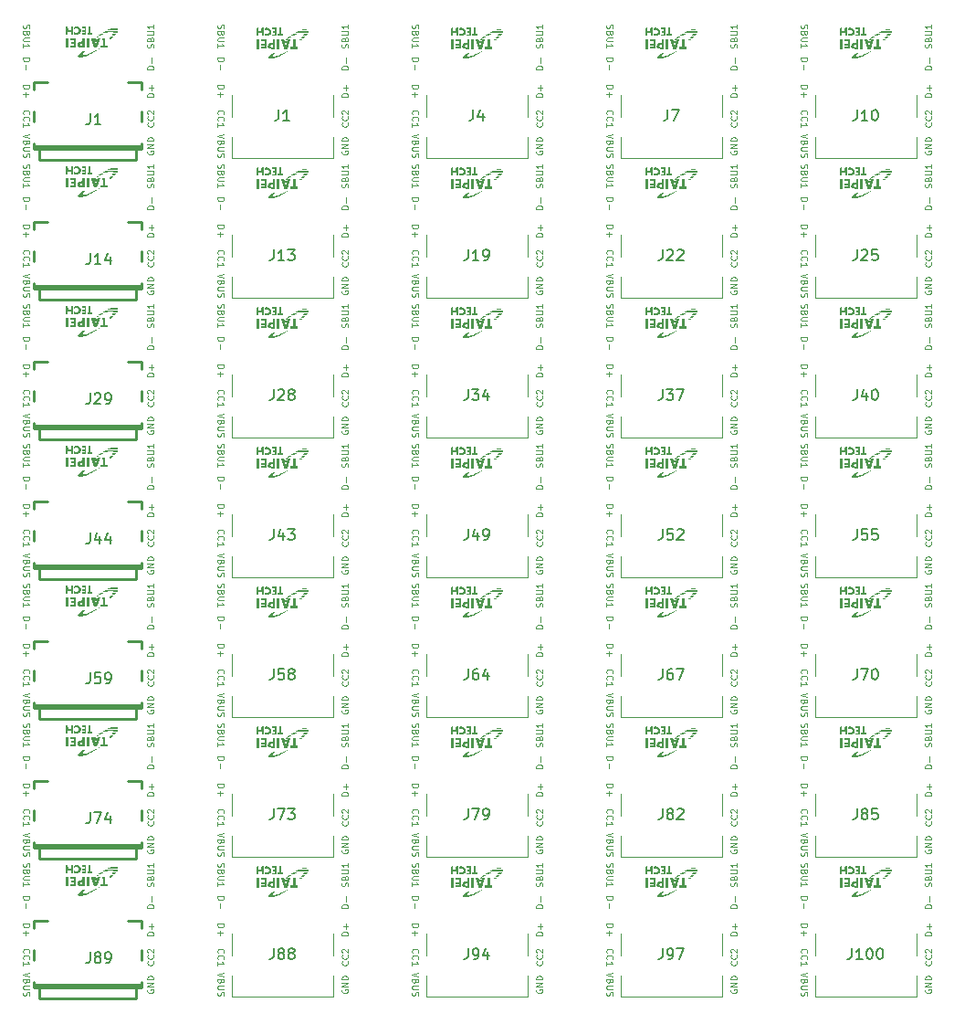
<source format=gbr>
%TF.GenerationSoftware,KiCad,Pcbnew,(6.0.7)*%
%TF.CreationDate,2022-11-03T07:54:49+08:00*%
%TF.ProjectId,panelization,70616e65-6c69-47a6-9174-696f6e2e6b69,rev?*%
%TF.SameCoordinates,Original*%
%TF.FileFunction,Legend,Top*%
%TF.FilePolarity,Positive*%
%FSLAX46Y46*%
G04 Gerber Fmt 4.6, Leading zero omitted, Abs format (unit mm)*
G04 Created by KiCad (PCBNEW (6.0.7)) date 2022-11-03 07:54:49*
%MOMM*%
%LPD*%
G01*
G04 APERTURE LIST*
%ADD10C,0.080000*%
%ADD11C,0.150000*%
%ADD12C,0.120000*%
%ADD13C,0.254000*%
G04 APERTURE END LIST*
D10*
X108602428Y-122575571D02*
X108002428Y-122575571D01*
X108002428Y-122432714D01*
X108031000Y-122347000D01*
X108088142Y-122289857D01*
X108145285Y-122261285D01*
X108259571Y-122232714D01*
X108345285Y-122232714D01*
X108459571Y-122261285D01*
X108516714Y-122289857D01*
X108573857Y-122347000D01*
X108602428Y-122432714D01*
X108602428Y-122575571D01*
X108373857Y-121975571D02*
X108373857Y-121518428D01*
X144099000Y-104216142D02*
X144070428Y-104273285D01*
X144070428Y-104359000D01*
X144099000Y-104444714D01*
X144156142Y-104501857D01*
X144213285Y-104530428D01*
X144327571Y-104559000D01*
X144413285Y-104559000D01*
X144527571Y-104530428D01*
X144584714Y-104501857D01*
X144641857Y-104444714D01*
X144670428Y-104359000D01*
X144670428Y-104301857D01*
X144641857Y-104216142D01*
X144613285Y-104187571D01*
X144413285Y-104187571D01*
X144413285Y-104301857D01*
X144670428Y-103930428D02*
X144070428Y-103930428D01*
X144670428Y-103587571D01*
X144070428Y-103587571D01*
X144670428Y-103301857D02*
X144070428Y-103301857D01*
X144070428Y-103159000D01*
X144099000Y-103073285D01*
X144156142Y-103016142D01*
X144213285Y-102987571D01*
X144327571Y-102959000D01*
X144413285Y-102959000D01*
X144527571Y-102987571D01*
X144584714Y-103016142D01*
X144641857Y-103073285D01*
X144670428Y-103159000D01*
X144670428Y-103301857D01*
X114593714Y-100819000D02*
X114565142Y-100790428D01*
X114536571Y-100704714D01*
X114536571Y-100647571D01*
X114565142Y-100561857D01*
X114622285Y-100504714D01*
X114679428Y-100476142D01*
X114793714Y-100447571D01*
X114879428Y-100447571D01*
X114993714Y-100476142D01*
X115050857Y-100504714D01*
X115108000Y-100561857D01*
X115136571Y-100647571D01*
X115136571Y-100704714D01*
X115108000Y-100790428D01*
X115079428Y-100819000D01*
X114593714Y-101419000D02*
X114565142Y-101390428D01*
X114536571Y-101304714D01*
X114536571Y-101247571D01*
X114565142Y-101161857D01*
X114622285Y-101104714D01*
X114679428Y-101076142D01*
X114793714Y-101047571D01*
X114879428Y-101047571D01*
X114993714Y-101076142D01*
X115050857Y-101104714D01*
X115108000Y-101161857D01*
X115136571Y-101247571D01*
X115136571Y-101304714D01*
X115108000Y-101390428D01*
X115079428Y-101419000D01*
X114536571Y-101990428D02*
X114536571Y-101647571D01*
X114536571Y-101819000D02*
X115136571Y-101819000D01*
X115050857Y-101761857D01*
X114993714Y-101704714D01*
X114965142Y-101647571D01*
X169238571Y-115613000D02*
X168638571Y-115813000D01*
X169238571Y-116013000D01*
X168952857Y-116413000D02*
X168924285Y-116498714D01*
X168895714Y-116527285D01*
X168838571Y-116555857D01*
X168752857Y-116555857D01*
X168695714Y-116527285D01*
X168667142Y-116498714D01*
X168638571Y-116441571D01*
X168638571Y-116213000D01*
X169238571Y-116213000D01*
X169238571Y-116413000D01*
X169210000Y-116470142D01*
X169181428Y-116498714D01*
X169124285Y-116527285D01*
X169067142Y-116527285D01*
X169010000Y-116498714D01*
X168981428Y-116470142D01*
X168952857Y-116413000D01*
X168952857Y-116213000D01*
X169238571Y-116813000D02*
X168752857Y-116813000D01*
X168695714Y-116841571D01*
X168667142Y-116870142D01*
X168638571Y-116927285D01*
X168638571Y-117041571D01*
X168667142Y-117098714D01*
X168695714Y-117127285D01*
X168752857Y-117155857D01*
X169238571Y-117155857D01*
X168667142Y-117413000D02*
X168638571Y-117498714D01*
X168638571Y-117641571D01*
X168667142Y-117698714D01*
X168695714Y-117727285D01*
X168752857Y-117755857D01*
X168810000Y-117755857D01*
X168867142Y-117727285D01*
X168895714Y-117698714D01*
X168924285Y-117641571D01*
X168952857Y-117527285D01*
X168981428Y-117470142D01*
X169010000Y-117441571D01*
X169067142Y-117413000D01*
X169124285Y-117413000D01*
X169181428Y-117441571D01*
X169210000Y-117470142D01*
X169238571Y-117527285D01*
X169238571Y-117670142D01*
X169210000Y-117755857D01*
X96502571Y-72242428D02*
X97102571Y-72242428D01*
X97102571Y-72385285D01*
X97074000Y-72471000D01*
X97016857Y-72528142D01*
X96959714Y-72556714D01*
X96845428Y-72585285D01*
X96759714Y-72585285D01*
X96645428Y-72556714D01*
X96588285Y-72528142D01*
X96531142Y-72471000D01*
X96502571Y-72385285D01*
X96502571Y-72242428D01*
X96731142Y-72842428D02*
X96731142Y-73299571D01*
X96502571Y-73071000D02*
X96959714Y-73071000D01*
X150604571Y-121518428D02*
X151204571Y-121518428D01*
X151204571Y-121661285D01*
X151176000Y-121747000D01*
X151118857Y-121804142D01*
X151061714Y-121832714D01*
X150947428Y-121861285D01*
X150861714Y-121861285D01*
X150747428Y-121832714D01*
X150690285Y-121804142D01*
X150633142Y-121747000D01*
X150604571Y-121661285D01*
X150604571Y-121518428D01*
X150833142Y-122118428D02*
X150833142Y-122575571D01*
X150604571Y-82656428D02*
X151204571Y-82656428D01*
X151204571Y-82799285D01*
X151176000Y-82885000D01*
X151118857Y-82942142D01*
X151061714Y-82970714D01*
X150947428Y-82999285D01*
X150861714Y-82999285D01*
X150747428Y-82970714D01*
X150690285Y-82942142D01*
X150633142Y-82885000D01*
X150604571Y-82799285D01*
X150604571Y-82656428D01*
X150833142Y-83256428D02*
X150833142Y-83713571D01*
X180681285Y-127527000D02*
X180709857Y-127555571D01*
X180738428Y-127641285D01*
X180738428Y-127698428D01*
X180709857Y-127784142D01*
X180652714Y-127841285D01*
X180595571Y-127869857D01*
X180481285Y-127898428D01*
X180395571Y-127898428D01*
X180281285Y-127869857D01*
X180224142Y-127841285D01*
X180167000Y-127784142D01*
X180138428Y-127698428D01*
X180138428Y-127641285D01*
X180167000Y-127555571D01*
X180195571Y-127527000D01*
X180681285Y-126927000D02*
X180709857Y-126955571D01*
X180738428Y-127041285D01*
X180738428Y-127098428D01*
X180709857Y-127184142D01*
X180652714Y-127241285D01*
X180595571Y-127269857D01*
X180481285Y-127298428D01*
X180395571Y-127298428D01*
X180281285Y-127269857D01*
X180224142Y-127241285D01*
X180167000Y-127184142D01*
X180138428Y-127098428D01*
X180138428Y-127041285D01*
X180167000Y-126955571D01*
X180195571Y-126927000D01*
X180195571Y-126698428D02*
X180167000Y-126669857D01*
X180138428Y-126612714D01*
X180138428Y-126469857D01*
X180167000Y-126412714D01*
X180195571Y-126384142D01*
X180252714Y-126355571D01*
X180309857Y-126355571D01*
X180395571Y-126384142D01*
X180738428Y-126727000D01*
X180738428Y-126355571D01*
X108602428Y-70759571D02*
X108002428Y-70759571D01*
X108002428Y-70616714D01*
X108031000Y-70531000D01*
X108088142Y-70473857D01*
X108145285Y-70445285D01*
X108259571Y-70416714D01*
X108345285Y-70416714D01*
X108459571Y-70445285D01*
X108516714Y-70473857D01*
X108573857Y-70531000D01*
X108602428Y-70616714D01*
X108602428Y-70759571D01*
X108373857Y-70159571D02*
X108373857Y-69702428D01*
X162675857Y-55808428D02*
X162704428Y-55722714D01*
X162704428Y-55579857D01*
X162675857Y-55522714D01*
X162647285Y-55494142D01*
X162590142Y-55465571D01*
X162533000Y-55465571D01*
X162475857Y-55494142D01*
X162447285Y-55522714D01*
X162418714Y-55579857D01*
X162390142Y-55694142D01*
X162361571Y-55751285D01*
X162333000Y-55779857D01*
X162275857Y-55808428D01*
X162218714Y-55808428D01*
X162161571Y-55779857D01*
X162133000Y-55751285D01*
X162104428Y-55694142D01*
X162104428Y-55551285D01*
X162133000Y-55465571D01*
X162390142Y-55008428D02*
X162418714Y-54922714D01*
X162447285Y-54894142D01*
X162504428Y-54865571D01*
X162590142Y-54865571D01*
X162647285Y-54894142D01*
X162675857Y-54922714D01*
X162704428Y-54979857D01*
X162704428Y-55208428D01*
X162104428Y-55208428D01*
X162104428Y-55008428D01*
X162133000Y-54951285D01*
X162161571Y-54922714D01*
X162218714Y-54894142D01*
X162275857Y-54894142D01*
X162333000Y-54922714D01*
X162361571Y-54951285D01*
X162390142Y-55008428D01*
X162390142Y-55208428D01*
X162104428Y-54608428D02*
X162590142Y-54608428D01*
X162647285Y-54579857D01*
X162675857Y-54551285D01*
X162704428Y-54494142D01*
X162704428Y-54379857D01*
X162675857Y-54322714D01*
X162647285Y-54294142D01*
X162590142Y-54265571D01*
X162104428Y-54265571D01*
X162704428Y-53665571D02*
X162704428Y-54008428D01*
X162704428Y-53837000D02*
X162104428Y-53837000D01*
X162190142Y-53894142D01*
X162247285Y-53951285D01*
X162275857Y-54008428D01*
X132570571Y-95610428D02*
X133170571Y-95610428D01*
X133170571Y-95753285D01*
X133142000Y-95839000D01*
X133084857Y-95896142D01*
X133027714Y-95924714D01*
X132913428Y-95953285D01*
X132827714Y-95953285D01*
X132713428Y-95924714D01*
X132656285Y-95896142D01*
X132599142Y-95839000D01*
X132570571Y-95753285D01*
X132570571Y-95610428D01*
X132799142Y-96210428D02*
X132799142Y-96667571D01*
X168638571Y-137012428D02*
X169238571Y-137012428D01*
X169238571Y-137155285D01*
X169210000Y-137241000D01*
X169152857Y-137298142D01*
X169095714Y-137326714D01*
X168981428Y-137355285D01*
X168895714Y-137355285D01*
X168781428Y-137326714D01*
X168724285Y-137298142D01*
X168667142Y-137241000D01*
X168638571Y-137155285D01*
X168638571Y-137012428D01*
X168867142Y-137612428D02*
X168867142Y-138069571D01*
X168638571Y-137841000D02*
X169095714Y-137841000D01*
X126579285Y-127527000D02*
X126607857Y-127555571D01*
X126636428Y-127641285D01*
X126636428Y-127698428D01*
X126607857Y-127784142D01*
X126550714Y-127841285D01*
X126493571Y-127869857D01*
X126379285Y-127898428D01*
X126293571Y-127898428D01*
X126179285Y-127869857D01*
X126122142Y-127841285D01*
X126065000Y-127784142D01*
X126036428Y-127698428D01*
X126036428Y-127641285D01*
X126065000Y-127555571D01*
X126093571Y-127527000D01*
X126579285Y-126927000D02*
X126607857Y-126955571D01*
X126636428Y-127041285D01*
X126636428Y-127098428D01*
X126607857Y-127184142D01*
X126550714Y-127241285D01*
X126493571Y-127269857D01*
X126379285Y-127298428D01*
X126293571Y-127298428D01*
X126179285Y-127269857D01*
X126122142Y-127241285D01*
X126065000Y-127184142D01*
X126036428Y-127098428D01*
X126036428Y-127041285D01*
X126065000Y-126955571D01*
X126093571Y-126927000D01*
X126093571Y-126698428D02*
X126065000Y-126669857D01*
X126036428Y-126612714D01*
X126036428Y-126469857D01*
X126065000Y-126412714D01*
X126093571Y-126384142D01*
X126150714Y-126355571D01*
X126207857Y-126355571D01*
X126293571Y-126384142D01*
X126636428Y-126727000D01*
X126636428Y-126355571D01*
X108602428Y-83713571D02*
X108002428Y-83713571D01*
X108002428Y-83570714D01*
X108031000Y-83485000D01*
X108088142Y-83427857D01*
X108145285Y-83399285D01*
X108259571Y-83370714D01*
X108345285Y-83370714D01*
X108459571Y-83399285D01*
X108516714Y-83427857D01*
X108573857Y-83485000D01*
X108602428Y-83570714D01*
X108602428Y-83713571D01*
X108373857Y-83113571D02*
X108373857Y-82656428D01*
X108602428Y-73299571D02*
X108002428Y-73299571D01*
X108002428Y-73156714D01*
X108031000Y-73071000D01*
X108088142Y-73013857D01*
X108145285Y-72985285D01*
X108259571Y-72956714D01*
X108345285Y-72956714D01*
X108459571Y-72985285D01*
X108516714Y-73013857D01*
X108573857Y-73071000D01*
X108602428Y-73156714D01*
X108602428Y-73299571D01*
X108373857Y-72699571D02*
X108373857Y-72242428D01*
X108602428Y-72471000D02*
X108145285Y-72471000D01*
X126579285Y-140481000D02*
X126607857Y-140509571D01*
X126636428Y-140595285D01*
X126636428Y-140652428D01*
X126607857Y-140738142D01*
X126550714Y-140795285D01*
X126493571Y-140823857D01*
X126379285Y-140852428D01*
X126293571Y-140852428D01*
X126179285Y-140823857D01*
X126122142Y-140795285D01*
X126065000Y-140738142D01*
X126036428Y-140652428D01*
X126036428Y-140595285D01*
X126065000Y-140509571D01*
X126093571Y-140481000D01*
X126579285Y-139881000D02*
X126607857Y-139909571D01*
X126636428Y-139995285D01*
X126636428Y-140052428D01*
X126607857Y-140138142D01*
X126550714Y-140195285D01*
X126493571Y-140223857D01*
X126379285Y-140252428D01*
X126293571Y-140252428D01*
X126179285Y-140223857D01*
X126122142Y-140195285D01*
X126065000Y-140138142D01*
X126036428Y-140052428D01*
X126036428Y-139995285D01*
X126065000Y-139909571D01*
X126093571Y-139881000D01*
X126093571Y-139652428D02*
X126065000Y-139623857D01*
X126036428Y-139566714D01*
X126036428Y-139423857D01*
X126065000Y-139366714D01*
X126093571Y-139338142D01*
X126150714Y-139309571D01*
X126207857Y-139309571D01*
X126293571Y-139338142D01*
X126636428Y-139681000D01*
X126636428Y-139309571D01*
X126636428Y-83713571D02*
X126036428Y-83713571D01*
X126036428Y-83570714D01*
X126065000Y-83485000D01*
X126122142Y-83427857D01*
X126179285Y-83399285D01*
X126293571Y-83370714D01*
X126379285Y-83370714D01*
X126493571Y-83399285D01*
X126550714Y-83427857D01*
X126607857Y-83485000D01*
X126636428Y-83570714D01*
X126636428Y-83713571D01*
X126407857Y-83113571D02*
X126407857Y-82656428D01*
X126636428Y-57805571D02*
X126036428Y-57805571D01*
X126036428Y-57662714D01*
X126065000Y-57577000D01*
X126122142Y-57519857D01*
X126179285Y-57491285D01*
X126293571Y-57462714D01*
X126379285Y-57462714D01*
X126493571Y-57491285D01*
X126550714Y-57519857D01*
X126607857Y-57577000D01*
X126636428Y-57662714D01*
X126636428Y-57805571D01*
X126407857Y-57205571D02*
X126407857Y-56748428D01*
X151204571Y-141521000D02*
X150604571Y-141721000D01*
X151204571Y-141921000D01*
X150918857Y-142321000D02*
X150890285Y-142406714D01*
X150861714Y-142435285D01*
X150804571Y-142463857D01*
X150718857Y-142463857D01*
X150661714Y-142435285D01*
X150633142Y-142406714D01*
X150604571Y-142349571D01*
X150604571Y-142121000D01*
X151204571Y-142121000D01*
X151204571Y-142321000D01*
X151176000Y-142378142D01*
X151147428Y-142406714D01*
X151090285Y-142435285D01*
X151033142Y-142435285D01*
X150976000Y-142406714D01*
X150947428Y-142378142D01*
X150918857Y-142321000D01*
X150918857Y-142121000D01*
X151204571Y-142721000D02*
X150718857Y-142721000D01*
X150661714Y-142749571D01*
X150633142Y-142778142D01*
X150604571Y-142835285D01*
X150604571Y-142949571D01*
X150633142Y-143006714D01*
X150661714Y-143035285D01*
X150718857Y-143063857D01*
X151204571Y-143063857D01*
X150633142Y-143321000D02*
X150604571Y-143406714D01*
X150604571Y-143549571D01*
X150633142Y-143606714D01*
X150661714Y-143635285D01*
X150718857Y-143663857D01*
X150776000Y-143663857D01*
X150833142Y-143635285D01*
X150861714Y-143606714D01*
X150890285Y-143549571D01*
X150918857Y-143435285D01*
X150947428Y-143378142D01*
X150976000Y-143349571D01*
X151033142Y-143321000D01*
X151090285Y-143321000D01*
X151147428Y-143349571D01*
X151176000Y-143378142D01*
X151204571Y-143435285D01*
X151204571Y-143578142D01*
X151176000Y-143663857D01*
X132599142Y-105481571D02*
X132570571Y-105567285D01*
X132570571Y-105710142D01*
X132599142Y-105767285D01*
X132627714Y-105795857D01*
X132684857Y-105824428D01*
X132742000Y-105824428D01*
X132799142Y-105795857D01*
X132827714Y-105767285D01*
X132856285Y-105710142D01*
X132884857Y-105595857D01*
X132913428Y-105538714D01*
X132942000Y-105510142D01*
X132999142Y-105481571D01*
X133056285Y-105481571D01*
X133113428Y-105510142D01*
X133142000Y-105538714D01*
X133170571Y-105595857D01*
X133170571Y-105738714D01*
X133142000Y-105824428D01*
X132884857Y-106281571D02*
X132856285Y-106367285D01*
X132827714Y-106395857D01*
X132770571Y-106424428D01*
X132684857Y-106424428D01*
X132627714Y-106395857D01*
X132599142Y-106367285D01*
X132570571Y-106310142D01*
X132570571Y-106081571D01*
X133170571Y-106081571D01*
X133170571Y-106281571D01*
X133142000Y-106338714D01*
X133113428Y-106367285D01*
X133056285Y-106395857D01*
X132999142Y-106395857D01*
X132942000Y-106367285D01*
X132913428Y-106338714D01*
X132884857Y-106281571D01*
X132884857Y-106081571D01*
X133170571Y-106681571D02*
X132684857Y-106681571D01*
X132627714Y-106710142D01*
X132599142Y-106738714D01*
X132570571Y-106795857D01*
X132570571Y-106910142D01*
X132599142Y-106967285D01*
X132627714Y-106995857D01*
X132684857Y-107024428D01*
X133170571Y-107024428D01*
X132570571Y-107624428D02*
X132570571Y-107281571D01*
X132570571Y-107453000D02*
X133170571Y-107453000D01*
X133084857Y-107395857D01*
X133027714Y-107338714D01*
X132999142Y-107281571D01*
X126607857Y-55808428D02*
X126636428Y-55722714D01*
X126636428Y-55579857D01*
X126607857Y-55522714D01*
X126579285Y-55494142D01*
X126522142Y-55465571D01*
X126465000Y-55465571D01*
X126407857Y-55494142D01*
X126379285Y-55522714D01*
X126350714Y-55579857D01*
X126322142Y-55694142D01*
X126293571Y-55751285D01*
X126265000Y-55779857D01*
X126207857Y-55808428D01*
X126150714Y-55808428D01*
X126093571Y-55779857D01*
X126065000Y-55751285D01*
X126036428Y-55694142D01*
X126036428Y-55551285D01*
X126065000Y-55465571D01*
X126322142Y-55008428D02*
X126350714Y-54922714D01*
X126379285Y-54894142D01*
X126436428Y-54865571D01*
X126522142Y-54865571D01*
X126579285Y-54894142D01*
X126607857Y-54922714D01*
X126636428Y-54979857D01*
X126636428Y-55208428D01*
X126036428Y-55208428D01*
X126036428Y-55008428D01*
X126065000Y-54951285D01*
X126093571Y-54922714D01*
X126150714Y-54894142D01*
X126207857Y-54894142D01*
X126265000Y-54922714D01*
X126293571Y-54951285D01*
X126322142Y-55008428D01*
X126322142Y-55208428D01*
X126036428Y-54608428D02*
X126522142Y-54608428D01*
X126579285Y-54579857D01*
X126607857Y-54551285D01*
X126636428Y-54494142D01*
X126636428Y-54379857D01*
X126607857Y-54322714D01*
X126579285Y-54294142D01*
X126522142Y-54265571D01*
X126036428Y-54265571D01*
X126636428Y-53665571D02*
X126636428Y-54008428D01*
X126636428Y-53837000D02*
X126036428Y-53837000D01*
X126122142Y-53894142D01*
X126179285Y-53951285D01*
X126207857Y-54008428D01*
X162675857Y-81716428D02*
X162704428Y-81630714D01*
X162704428Y-81487857D01*
X162675857Y-81430714D01*
X162647285Y-81402142D01*
X162590142Y-81373571D01*
X162533000Y-81373571D01*
X162475857Y-81402142D01*
X162447285Y-81430714D01*
X162418714Y-81487857D01*
X162390142Y-81602142D01*
X162361571Y-81659285D01*
X162333000Y-81687857D01*
X162275857Y-81716428D01*
X162218714Y-81716428D01*
X162161571Y-81687857D01*
X162133000Y-81659285D01*
X162104428Y-81602142D01*
X162104428Y-81459285D01*
X162133000Y-81373571D01*
X162390142Y-80916428D02*
X162418714Y-80830714D01*
X162447285Y-80802142D01*
X162504428Y-80773571D01*
X162590142Y-80773571D01*
X162647285Y-80802142D01*
X162675857Y-80830714D01*
X162704428Y-80887857D01*
X162704428Y-81116428D01*
X162104428Y-81116428D01*
X162104428Y-80916428D01*
X162133000Y-80859285D01*
X162161571Y-80830714D01*
X162218714Y-80802142D01*
X162275857Y-80802142D01*
X162333000Y-80830714D01*
X162361571Y-80859285D01*
X162390142Y-80916428D01*
X162390142Y-81116428D01*
X162104428Y-80516428D02*
X162590142Y-80516428D01*
X162647285Y-80487857D01*
X162675857Y-80459285D01*
X162704428Y-80402142D01*
X162704428Y-80287857D01*
X162675857Y-80230714D01*
X162647285Y-80202142D01*
X162590142Y-80173571D01*
X162104428Y-80173571D01*
X162704428Y-79573571D02*
X162704428Y-79916428D01*
X162704428Y-79745000D02*
X162104428Y-79745000D01*
X162190142Y-79802142D01*
X162247285Y-79859285D01*
X162275857Y-79916428D01*
X168667142Y-53665571D02*
X168638571Y-53751285D01*
X168638571Y-53894142D01*
X168667142Y-53951285D01*
X168695714Y-53979857D01*
X168752857Y-54008428D01*
X168810000Y-54008428D01*
X168867142Y-53979857D01*
X168895714Y-53951285D01*
X168924285Y-53894142D01*
X168952857Y-53779857D01*
X168981428Y-53722714D01*
X169010000Y-53694142D01*
X169067142Y-53665571D01*
X169124285Y-53665571D01*
X169181428Y-53694142D01*
X169210000Y-53722714D01*
X169238571Y-53779857D01*
X169238571Y-53922714D01*
X169210000Y-54008428D01*
X168952857Y-54465571D02*
X168924285Y-54551285D01*
X168895714Y-54579857D01*
X168838571Y-54608428D01*
X168752857Y-54608428D01*
X168695714Y-54579857D01*
X168667142Y-54551285D01*
X168638571Y-54494142D01*
X168638571Y-54265571D01*
X169238571Y-54265571D01*
X169238571Y-54465571D01*
X169210000Y-54522714D01*
X169181428Y-54551285D01*
X169124285Y-54579857D01*
X169067142Y-54579857D01*
X169010000Y-54551285D01*
X168981428Y-54522714D01*
X168952857Y-54465571D01*
X168952857Y-54265571D01*
X169238571Y-54865571D02*
X168752857Y-54865571D01*
X168695714Y-54894142D01*
X168667142Y-54922714D01*
X168638571Y-54979857D01*
X168638571Y-55094142D01*
X168667142Y-55151285D01*
X168695714Y-55179857D01*
X168752857Y-55208428D01*
X169238571Y-55208428D01*
X168638571Y-55808428D02*
X168638571Y-55465571D01*
X168638571Y-55637000D02*
X169238571Y-55637000D01*
X169152857Y-55579857D01*
X169095714Y-55522714D01*
X169067142Y-55465571D01*
X96531142Y-105481571D02*
X96502571Y-105567285D01*
X96502571Y-105710142D01*
X96531142Y-105767285D01*
X96559714Y-105795857D01*
X96616857Y-105824428D01*
X96674000Y-105824428D01*
X96731142Y-105795857D01*
X96759714Y-105767285D01*
X96788285Y-105710142D01*
X96816857Y-105595857D01*
X96845428Y-105538714D01*
X96874000Y-105510142D01*
X96931142Y-105481571D01*
X96988285Y-105481571D01*
X97045428Y-105510142D01*
X97074000Y-105538714D01*
X97102571Y-105595857D01*
X97102571Y-105738714D01*
X97074000Y-105824428D01*
X96816857Y-106281571D02*
X96788285Y-106367285D01*
X96759714Y-106395857D01*
X96702571Y-106424428D01*
X96616857Y-106424428D01*
X96559714Y-106395857D01*
X96531142Y-106367285D01*
X96502571Y-106310142D01*
X96502571Y-106081571D01*
X97102571Y-106081571D01*
X97102571Y-106281571D01*
X97074000Y-106338714D01*
X97045428Y-106367285D01*
X96988285Y-106395857D01*
X96931142Y-106395857D01*
X96874000Y-106367285D01*
X96845428Y-106338714D01*
X96816857Y-106281571D01*
X96816857Y-106081571D01*
X97102571Y-106681571D02*
X96616857Y-106681571D01*
X96559714Y-106710142D01*
X96531142Y-106738714D01*
X96502571Y-106795857D01*
X96502571Y-106910142D01*
X96531142Y-106967285D01*
X96559714Y-106995857D01*
X96616857Y-107024428D01*
X97102571Y-107024428D01*
X96502571Y-107624428D02*
X96502571Y-107281571D01*
X96502571Y-107453000D02*
X97102571Y-107453000D01*
X97016857Y-107395857D01*
X96959714Y-107338714D01*
X96931142Y-107281571D01*
X180738428Y-112161571D02*
X180138428Y-112161571D01*
X180138428Y-112018714D01*
X180167000Y-111933000D01*
X180224142Y-111875857D01*
X180281285Y-111847285D01*
X180395571Y-111818714D01*
X180481285Y-111818714D01*
X180595571Y-111847285D01*
X180652714Y-111875857D01*
X180709857Y-111933000D01*
X180738428Y-112018714D01*
X180738428Y-112161571D01*
X180509857Y-111561571D02*
X180509857Y-111104428D01*
X180738428Y-111333000D02*
X180281285Y-111333000D01*
X126636428Y-99207571D02*
X126036428Y-99207571D01*
X126036428Y-99064714D01*
X126065000Y-98979000D01*
X126122142Y-98921857D01*
X126179285Y-98893285D01*
X126293571Y-98864714D01*
X126379285Y-98864714D01*
X126493571Y-98893285D01*
X126550714Y-98921857D01*
X126607857Y-98979000D01*
X126636428Y-99064714D01*
X126636428Y-99207571D01*
X126407857Y-98607571D02*
X126407857Y-98150428D01*
X126636428Y-98379000D02*
X126179285Y-98379000D01*
X108573857Y-107624428D02*
X108602428Y-107538714D01*
X108602428Y-107395857D01*
X108573857Y-107338714D01*
X108545285Y-107310142D01*
X108488142Y-107281571D01*
X108431000Y-107281571D01*
X108373857Y-107310142D01*
X108345285Y-107338714D01*
X108316714Y-107395857D01*
X108288142Y-107510142D01*
X108259571Y-107567285D01*
X108231000Y-107595857D01*
X108173857Y-107624428D01*
X108116714Y-107624428D01*
X108059571Y-107595857D01*
X108031000Y-107567285D01*
X108002428Y-107510142D01*
X108002428Y-107367285D01*
X108031000Y-107281571D01*
X108288142Y-106824428D02*
X108316714Y-106738714D01*
X108345285Y-106710142D01*
X108402428Y-106681571D01*
X108488142Y-106681571D01*
X108545285Y-106710142D01*
X108573857Y-106738714D01*
X108602428Y-106795857D01*
X108602428Y-107024428D01*
X108002428Y-107024428D01*
X108002428Y-106824428D01*
X108031000Y-106767285D01*
X108059571Y-106738714D01*
X108116714Y-106710142D01*
X108173857Y-106710142D01*
X108231000Y-106738714D01*
X108259571Y-106767285D01*
X108288142Y-106824428D01*
X108288142Y-107024428D01*
X108002428Y-106424428D02*
X108488142Y-106424428D01*
X108545285Y-106395857D01*
X108573857Y-106367285D01*
X108602428Y-106310142D01*
X108602428Y-106195857D01*
X108573857Y-106138714D01*
X108545285Y-106110142D01*
X108488142Y-106081571D01*
X108002428Y-106081571D01*
X108602428Y-105481571D02*
X108602428Y-105824428D01*
X108602428Y-105653000D02*
X108002428Y-105653000D01*
X108088142Y-105710142D01*
X108145285Y-105767285D01*
X108173857Y-105824428D01*
X96502571Y-121518428D02*
X97102571Y-121518428D01*
X97102571Y-121661285D01*
X97074000Y-121747000D01*
X97016857Y-121804142D01*
X96959714Y-121832714D01*
X96845428Y-121861285D01*
X96759714Y-121861285D01*
X96645428Y-121832714D01*
X96588285Y-121804142D01*
X96531142Y-121747000D01*
X96502571Y-121661285D01*
X96502571Y-121518428D01*
X96731142Y-122118428D02*
X96731142Y-122575571D01*
X144670428Y-57805571D02*
X144070428Y-57805571D01*
X144070428Y-57662714D01*
X144099000Y-57577000D01*
X144156142Y-57519857D01*
X144213285Y-57491285D01*
X144327571Y-57462714D01*
X144413285Y-57462714D01*
X144527571Y-57491285D01*
X144584714Y-57519857D01*
X144641857Y-57577000D01*
X144670428Y-57662714D01*
X144670428Y-57805571D01*
X144441857Y-57205571D02*
X144441857Y-56748428D01*
X144099000Y-65354142D02*
X144070428Y-65411285D01*
X144070428Y-65497000D01*
X144099000Y-65582714D01*
X144156142Y-65639857D01*
X144213285Y-65668428D01*
X144327571Y-65697000D01*
X144413285Y-65697000D01*
X144527571Y-65668428D01*
X144584714Y-65639857D01*
X144641857Y-65582714D01*
X144670428Y-65497000D01*
X144670428Y-65439857D01*
X144641857Y-65354142D01*
X144613285Y-65325571D01*
X144413285Y-65325571D01*
X144413285Y-65439857D01*
X144670428Y-65068428D02*
X144070428Y-65068428D01*
X144670428Y-64725571D01*
X144070428Y-64725571D01*
X144670428Y-64439857D02*
X144070428Y-64439857D01*
X144070428Y-64297000D01*
X144099000Y-64211285D01*
X144156142Y-64154142D01*
X144213285Y-64125571D01*
X144327571Y-64097000D01*
X144413285Y-64097000D01*
X144527571Y-64125571D01*
X144584714Y-64154142D01*
X144641857Y-64211285D01*
X144670428Y-64297000D01*
X144670428Y-64439857D01*
X168638571Y-121518428D02*
X169238571Y-121518428D01*
X169238571Y-121661285D01*
X169210000Y-121747000D01*
X169152857Y-121804142D01*
X169095714Y-121832714D01*
X168981428Y-121861285D01*
X168895714Y-121861285D01*
X168781428Y-121832714D01*
X168724285Y-121804142D01*
X168667142Y-121747000D01*
X168638571Y-121661285D01*
X168638571Y-121518428D01*
X168867142Y-122118428D02*
X168867142Y-122575571D01*
X151204571Y-102659000D02*
X150604571Y-102859000D01*
X151204571Y-103059000D01*
X150918857Y-103459000D02*
X150890285Y-103544714D01*
X150861714Y-103573285D01*
X150804571Y-103601857D01*
X150718857Y-103601857D01*
X150661714Y-103573285D01*
X150633142Y-103544714D01*
X150604571Y-103487571D01*
X150604571Y-103259000D01*
X151204571Y-103259000D01*
X151204571Y-103459000D01*
X151176000Y-103516142D01*
X151147428Y-103544714D01*
X151090285Y-103573285D01*
X151033142Y-103573285D01*
X150976000Y-103544714D01*
X150947428Y-103516142D01*
X150918857Y-103459000D01*
X150918857Y-103259000D01*
X151204571Y-103859000D02*
X150718857Y-103859000D01*
X150661714Y-103887571D01*
X150633142Y-103916142D01*
X150604571Y-103973285D01*
X150604571Y-104087571D01*
X150633142Y-104144714D01*
X150661714Y-104173285D01*
X150718857Y-104201857D01*
X151204571Y-104201857D01*
X150633142Y-104459000D02*
X150604571Y-104544714D01*
X150604571Y-104687571D01*
X150633142Y-104744714D01*
X150661714Y-104773285D01*
X150718857Y-104801857D01*
X150776000Y-104801857D01*
X150833142Y-104773285D01*
X150861714Y-104744714D01*
X150890285Y-104687571D01*
X150918857Y-104573285D01*
X150947428Y-104516142D01*
X150976000Y-104487571D01*
X151033142Y-104459000D01*
X151090285Y-104459000D01*
X151147428Y-104487571D01*
X151176000Y-104516142D01*
X151204571Y-104573285D01*
X151204571Y-104716142D01*
X151176000Y-104801857D01*
X108573857Y-55808428D02*
X108602428Y-55722714D01*
X108602428Y-55579857D01*
X108573857Y-55522714D01*
X108545285Y-55494142D01*
X108488142Y-55465571D01*
X108431000Y-55465571D01*
X108373857Y-55494142D01*
X108345285Y-55522714D01*
X108316714Y-55579857D01*
X108288142Y-55694142D01*
X108259571Y-55751285D01*
X108231000Y-55779857D01*
X108173857Y-55808428D01*
X108116714Y-55808428D01*
X108059571Y-55779857D01*
X108031000Y-55751285D01*
X108002428Y-55694142D01*
X108002428Y-55551285D01*
X108031000Y-55465571D01*
X108288142Y-55008428D02*
X108316714Y-54922714D01*
X108345285Y-54894142D01*
X108402428Y-54865571D01*
X108488142Y-54865571D01*
X108545285Y-54894142D01*
X108573857Y-54922714D01*
X108602428Y-54979857D01*
X108602428Y-55208428D01*
X108002428Y-55208428D01*
X108002428Y-55008428D01*
X108031000Y-54951285D01*
X108059571Y-54922714D01*
X108116714Y-54894142D01*
X108173857Y-54894142D01*
X108231000Y-54922714D01*
X108259571Y-54951285D01*
X108288142Y-55008428D01*
X108288142Y-55208428D01*
X108002428Y-54608428D02*
X108488142Y-54608428D01*
X108545285Y-54579857D01*
X108573857Y-54551285D01*
X108602428Y-54494142D01*
X108602428Y-54379857D01*
X108573857Y-54322714D01*
X108545285Y-54294142D01*
X108488142Y-54265571D01*
X108002428Y-54265571D01*
X108602428Y-53665571D02*
X108602428Y-54008428D01*
X108602428Y-53837000D02*
X108002428Y-53837000D01*
X108088142Y-53894142D01*
X108145285Y-53951285D01*
X108173857Y-54008428D01*
X169238571Y-89705000D02*
X168638571Y-89905000D01*
X169238571Y-90105000D01*
X168952857Y-90505000D02*
X168924285Y-90590714D01*
X168895714Y-90619285D01*
X168838571Y-90647857D01*
X168752857Y-90647857D01*
X168695714Y-90619285D01*
X168667142Y-90590714D01*
X168638571Y-90533571D01*
X168638571Y-90305000D01*
X169238571Y-90305000D01*
X169238571Y-90505000D01*
X169210000Y-90562142D01*
X169181428Y-90590714D01*
X169124285Y-90619285D01*
X169067142Y-90619285D01*
X169010000Y-90590714D01*
X168981428Y-90562142D01*
X168952857Y-90505000D01*
X168952857Y-90305000D01*
X169238571Y-90905000D02*
X168752857Y-90905000D01*
X168695714Y-90933571D01*
X168667142Y-90962142D01*
X168638571Y-91019285D01*
X168638571Y-91133571D01*
X168667142Y-91190714D01*
X168695714Y-91219285D01*
X168752857Y-91247857D01*
X169238571Y-91247857D01*
X168667142Y-91505000D02*
X168638571Y-91590714D01*
X168638571Y-91733571D01*
X168667142Y-91790714D01*
X168695714Y-91819285D01*
X168752857Y-91847857D01*
X168810000Y-91847857D01*
X168867142Y-91819285D01*
X168895714Y-91790714D01*
X168924285Y-91733571D01*
X168952857Y-91619285D01*
X168981428Y-91562142D01*
X169010000Y-91533571D01*
X169067142Y-91505000D01*
X169124285Y-91505000D01*
X169181428Y-91533571D01*
X169210000Y-91562142D01*
X169238571Y-91619285D01*
X169238571Y-91762142D01*
X169210000Y-91847857D01*
X144670428Y-122575571D02*
X144070428Y-122575571D01*
X144070428Y-122432714D01*
X144099000Y-122347000D01*
X144156142Y-122289857D01*
X144213285Y-122261285D01*
X144327571Y-122232714D01*
X144413285Y-122232714D01*
X144527571Y-122261285D01*
X144584714Y-122289857D01*
X144641857Y-122347000D01*
X144670428Y-122432714D01*
X144670428Y-122575571D01*
X144441857Y-121975571D02*
X144441857Y-121518428D01*
X150604571Y-111104428D02*
X151204571Y-111104428D01*
X151204571Y-111247285D01*
X151176000Y-111333000D01*
X151118857Y-111390142D01*
X151061714Y-111418714D01*
X150947428Y-111447285D01*
X150861714Y-111447285D01*
X150747428Y-111418714D01*
X150690285Y-111390142D01*
X150633142Y-111333000D01*
X150604571Y-111247285D01*
X150604571Y-111104428D01*
X150833142Y-111704428D02*
X150833142Y-112161571D01*
X150604571Y-111933000D02*
X151061714Y-111933000D01*
X96531142Y-92527571D02*
X96502571Y-92613285D01*
X96502571Y-92756142D01*
X96531142Y-92813285D01*
X96559714Y-92841857D01*
X96616857Y-92870428D01*
X96674000Y-92870428D01*
X96731142Y-92841857D01*
X96759714Y-92813285D01*
X96788285Y-92756142D01*
X96816857Y-92641857D01*
X96845428Y-92584714D01*
X96874000Y-92556142D01*
X96931142Y-92527571D01*
X96988285Y-92527571D01*
X97045428Y-92556142D01*
X97074000Y-92584714D01*
X97102571Y-92641857D01*
X97102571Y-92784714D01*
X97074000Y-92870428D01*
X96816857Y-93327571D02*
X96788285Y-93413285D01*
X96759714Y-93441857D01*
X96702571Y-93470428D01*
X96616857Y-93470428D01*
X96559714Y-93441857D01*
X96531142Y-93413285D01*
X96502571Y-93356142D01*
X96502571Y-93127571D01*
X97102571Y-93127571D01*
X97102571Y-93327571D01*
X97074000Y-93384714D01*
X97045428Y-93413285D01*
X96988285Y-93441857D01*
X96931142Y-93441857D01*
X96874000Y-93413285D01*
X96845428Y-93384714D01*
X96816857Y-93327571D01*
X96816857Y-93127571D01*
X97102571Y-93727571D02*
X96616857Y-93727571D01*
X96559714Y-93756142D01*
X96531142Y-93784714D01*
X96502571Y-93841857D01*
X96502571Y-93956142D01*
X96531142Y-94013285D01*
X96559714Y-94041857D01*
X96616857Y-94070428D01*
X97102571Y-94070428D01*
X96502571Y-94670428D02*
X96502571Y-94327571D01*
X96502571Y-94499000D02*
X97102571Y-94499000D01*
X97016857Y-94441857D01*
X96959714Y-94384714D01*
X96931142Y-94327571D01*
X162133000Y-104216142D02*
X162104428Y-104273285D01*
X162104428Y-104359000D01*
X162133000Y-104444714D01*
X162190142Y-104501857D01*
X162247285Y-104530428D01*
X162361571Y-104559000D01*
X162447285Y-104559000D01*
X162561571Y-104530428D01*
X162618714Y-104501857D01*
X162675857Y-104444714D01*
X162704428Y-104359000D01*
X162704428Y-104301857D01*
X162675857Y-104216142D01*
X162647285Y-104187571D01*
X162447285Y-104187571D01*
X162447285Y-104301857D01*
X162704428Y-103930428D02*
X162104428Y-103930428D01*
X162704428Y-103587571D01*
X162104428Y-103587571D01*
X162704428Y-103301857D02*
X162104428Y-103301857D01*
X162104428Y-103159000D01*
X162133000Y-103073285D01*
X162190142Y-103016142D01*
X162247285Y-102987571D01*
X162361571Y-102959000D01*
X162447285Y-102959000D01*
X162561571Y-102987571D01*
X162618714Y-103016142D01*
X162675857Y-103073285D01*
X162704428Y-103159000D01*
X162704428Y-103301857D01*
X132570571Y-85196428D02*
X133170571Y-85196428D01*
X133170571Y-85339285D01*
X133142000Y-85425000D01*
X133084857Y-85482142D01*
X133027714Y-85510714D01*
X132913428Y-85539285D01*
X132827714Y-85539285D01*
X132713428Y-85510714D01*
X132656285Y-85482142D01*
X132599142Y-85425000D01*
X132570571Y-85339285D01*
X132570571Y-85196428D01*
X132799142Y-85796428D02*
X132799142Y-86253571D01*
X132570571Y-86025000D02*
X133027714Y-86025000D01*
X168638571Y-59288428D02*
X169238571Y-59288428D01*
X169238571Y-59431285D01*
X169210000Y-59517000D01*
X169152857Y-59574142D01*
X169095714Y-59602714D01*
X168981428Y-59631285D01*
X168895714Y-59631285D01*
X168781428Y-59602714D01*
X168724285Y-59574142D01*
X168667142Y-59517000D01*
X168638571Y-59431285D01*
X168638571Y-59288428D01*
X168867142Y-59888428D02*
X168867142Y-60345571D01*
X168638571Y-60117000D02*
X169095714Y-60117000D01*
X144641857Y-120578428D02*
X144670428Y-120492714D01*
X144670428Y-120349857D01*
X144641857Y-120292714D01*
X144613285Y-120264142D01*
X144556142Y-120235571D01*
X144499000Y-120235571D01*
X144441857Y-120264142D01*
X144413285Y-120292714D01*
X144384714Y-120349857D01*
X144356142Y-120464142D01*
X144327571Y-120521285D01*
X144299000Y-120549857D01*
X144241857Y-120578428D01*
X144184714Y-120578428D01*
X144127571Y-120549857D01*
X144099000Y-120521285D01*
X144070428Y-120464142D01*
X144070428Y-120321285D01*
X144099000Y-120235571D01*
X144356142Y-119778428D02*
X144384714Y-119692714D01*
X144413285Y-119664142D01*
X144470428Y-119635571D01*
X144556142Y-119635571D01*
X144613285Y-119664142D01*
X144641857Y-119692714D01*
X144670428Y-119749857D01*
X144670428Y-119978428D01*
X144070428Y-119978428D01*
X144070428Y-119778428D01*
X144099000Y-119721285D01*
X144127571Y-119692714D01*
X144184714Y-119664142D01*
X144241857Y-119664142D01*
X144299000Y-119692714D01*
X144327571Y-119721285D01*
X144356142Y-119778428D01*
X144356142Y-119978428D01*
X144070428Y-119378428D02*
X144556142Y-119378428D01*
X144613285Y-119349857D01*
X144641857Y-119321285D01*
X144670428Y-119264142D01*
X144670428Y-119149857D01*
X144641857Y-119092714D01*
X144613285Y-119064142D01*
X144556142Y-119035571D01*
X144070428Y-119035571D01*
X144670428Y-118435571D02*
X144670428Y-118778428D01*
X144670428Y-118607000D02*
X144070428Y-118607000D01*
X144156142Y-118664142D01*
X144213285Y-118721285D01*
X144241857Y-118778428D01*
X108545285Y-114573000D02*
X108573857Y-114601571D01*
X108602428Y-114687285D01*
X108602428Y-114744428D01*
X108573857Y-114830142D01*
X108516714Y-114887285D01*
X108459571Y-114915857D01*
X108345285Y-114944428D01*
X108259571Y-114944428D01*
X108145285Y-114915857D01*
X108088142Y-114887285D01*
X108031000Y-114830142D01*
X108002428Y-114744428D01*
X108002428Y-114687285D01*
X108031000Y-114601571D01*
X108059571Y-114573000D01*
X108545285Y-113973000D02*
X108573857Y-114001571D01*
X108602428Y-114087285D01*
X108602428Y-114144428D01*
X108573857Y-114230142D01*
X108516714Y-114287285D01*
X108459571Y-114315857D01*
X108345285Y-114344428D01*
X108259571Y-114344428D01*
X108145285Y-114315857D01*
X108088142Y-114287285D01*
X108031000Y-114230142D01*
X108002428Y-114144428D01*
X108002428Y-114087285D01*
X108031000Y-114001571D01*
X108059571Y-113973000D01*
X108059571Y-113744428D02*
X108031000Y-113715857D01*
X108002428Y-113658714D01*
X108002428Y-113515857D01*
X108031000Y-113458714D01*
X108059571Y-113430142D01*
X108116714Y-113401571D01*
X108173857Y-113401571D01*
X108259571Y-113430142D01*
X108602428Y-113773000D01*
X108602428Y-113401571D01*
X180681285Y-140481000D02*
X180709857Y-140509571D01*
X180738428Y-140595285D01*
X180738428Y-140652428D01*
X180709857Y-140738142D01*
X180652714Y-140795285D01*
X180595571Y-140823857D01*
X180481285Y-140852428D01*
X180395571Y-140852428D01*
X180281285Y-140823857D01*
X180224142Y-140795285D01*
X180167000Y-140738142D01*
X180138428Y-140652428D01*
X180138428Y-140595285D01*
X180167000Y-140509571D01*
X180195571Y-140481000D01*
X180681285Y-139881000D02*
X180709857Y-139909571D01*
X180738428Y-139995285D01*
X180738428Y-140052428D01*
X180709857Y-140138142D01*
X180652714Y-140195285D01*
X180595571Y-140223857D01*
X180481285Y-140252428D01*
X180395571Y-140252428D01*
X180281285Y-140223857D01*
X180224142Y-140195285D01*
X180167000Y-140138142D01*
X180138428Y-140052428D01*
X180138428Y-139995285D01*
X180167000Y-139909571D01*
X180195571Y-139881000D01*
X180195571Y-139652428D02*
X180167000Y-139623857D01*
X180138428Y-139566714D01*
X180138428Y-139423857D01*
X180167000Y-139366714D01*
X180195571Y-139338142D01*
X180252714Y-139309571D01*
X180309857Y-139309571D01*
X180395571Y-139338142D01*
X180738428Y-139681000D01*
X180738428Y-139309571D01*
X108573857Y-81716428D02*
X108602428Y-81630714D01*
X108602428Y-81487857D01*
X108573857Y-81430714D01*
X108545285Y-81402142D01*
X108488142Y-81373571D01*
X108431000Y-81373571D01*
X108373857Y-81402142D01*
X108345285Y-81430714D01*
X108316714Y-81487857D01*
X108288142Y-81602142D01*
X108259571Y-81659285D01*
X108231000Y-81687857D01*
X108173857Y-81716428D01*
X108116714Y-81716428D01*
X108059571Y-81687857D01*
X108031000Y-81659285D01*
X108002428Y-81602142D01*
X108002428Y-81459285D01*
X108031000Y-81373571D01*
X108288142Y-80916428D02*
X108316714Y-80830714D01*
X108345285Y-80802142D01*
X108402428Y-80773571D01*
X108488142Y-80773571D01*
X108545285Y-80802142D01*
X108573857Y-80830714D01*
X108602428Y-80887857D01*
X108602428Y-81116428D01*
X108002428Y-81116428D01*
X108002428Y-80916428D01*
X108031000Y-80859285D01*
X108059571Y-80830714D01*
X108116714Y-80802142D01*
X108173857Y-80802142D01*
X108231000Y-80830714D01*
X108259571Y-80859285D01*
X108288142Y-80916428D01*
X108288142Y-81116428D01*
X108002428Y-80516428D02*
X108488142Y-80516428D01*
X108545285Y-80487857D01*
X108573857Y-80459285D01*
X108602428Y-80402142D01*
X108602428Y-80287857D01*
X108573857Y-80230714D01*
X108545285Y-80202142D01*
X108488142Y-80173571D01*
X108002428Y-80173571D01*
X108602428Y-79573571D02*
X108602428Y-79916428D01*
X108602428Y-79745000D02*
X108002428Y-79745000D01*
X108088142Y-79802142D01*
X108145285Y-79859285D01*
X108173857Y-79916428D01*
X144670428Y-86253571D02*
X144070428Y-86253571D01*
X144070428Y-86110714D01*
X144099000Y-86025000D01*
X144156142Y-85967857D01*
X144213285Y-85939285D01*
X144327571Y-85910714D01*
X144413285Y-85910714D01*
X144527571Y-85939285D01*
X144584714Y-85967857D01*
X144641857Y-86025000D01*
X144670428Y-86110714D01*
X144670428Y-86253571D01*
X144441857Y-85653571D02*
X144441857Y-85196428D01*
X144670428Y-85425000D02*
X144213285Y-85425000D01*
X133170571Y-102659000D02*
X132570571Y-102859000D01*
X133170571Y-103059000D01*
X132884857Y-103459000D02*
X132856285Y-103544714D01*
X132827714Y-103573285D01*
X132770571Y-103601857D01*
X132684857Y-103601857D01*
X132627714Y-103573285D01*
X132599142Y-103544714D01*
X132570571Y-103487571D01*
X132570571Y-103259000D01*
X133170571Y-103259000D01*
X133170571Y-103459000D01*
X133142000Y-103516142D01*
X133113428Y-103544714D01*
X133056285Y-103573285D01*
X132999142Y-103573285D01*
X132942000Y-103544714D01*
X132913428Y-103516142D01*
X132884857Y-103459000D01*
X132884857Y-103259000D01*
X133170571Y-103859000D02*
X132684857Y-103859000D01*
X132627714Y-103887571D01*
X132599142Y-103916142D01*
X132570571Y-103973285D01*
X132570571Y-104087571D01*
X132599142Y-104144714D01*
X132627714Y-104173285D01*
X132684857Y-104201857D01*
X133170571Y-104201857D01*
X132599142Y-104459000D02*
X132570571Y-104544714D01*
X132570571Y-104687571D01*
X132599142Y-104744714D01*
X132627714Y-104773285D01*
X132684857Y-104801857D01*
X132742000Y-104801857D01*
X132799142Y-104773285D01*
X132827714Y-104744714D01*
X132856285Y-104687571D01*
X132884857Y-104573285D01*
X132913428Y-104516142D01*
X132942000Y-104487571D01*
X132999142Y-104459000D01*
X133056285Y-104459000D01*
X133113428Y-104487571D01*
X133142000Y-104516142D01*
X133170571Y-104573285D01*
X133170571Y-104716142D01*
X133142000Y-104801857D01*
X132599142Y-53665571D02*
X132570571Y-53751285D01*
X132570571Y-53894142D01*
X132599142Y-53951285D01*
X132627714Y-53979857D01*
X132684857Y-54008428D01*
X132742000Y-54008428D01*
X132799142Y-53979857D01*
X132827714Y-53951285D01*
X132856285Y-53894142D01*
X132884857Y-53779857D01*
X132913428Y-53722714D01*
X132942000Y-53694142D01*
X132999142Y-53665571D01*
X133056285Y-53665571D01*
X133113428Y-53694142D01*
X133142000Y-53722714D01*
X133170571Y-53779857D01*
X133170571Y-53922714D01*
X133142000Y-54008428D01*
X132884857Y-54465571D02*
X132856285Y-54551285D01*
X132827714Y-54579857D01*
X132770571Y-54608428D01*
X132684857Y-54608428D01*
X132627714Y-54579857D01*
X132599142Y-54551285D01*
X132570571Y-54494142D01*
X132570571Y-54265571D01*
X133170571Y-54265571D01*
X133170571Y-54465571D01*
X133142000Y-54522714D01*
X133113428Y-54551285D01*
X133056285Y-54579857D01*
X132999142Y-54579857D01*
X132942000Y-54551285D01*
X132913428Y-54522714D01*
X132884857Y-54465571D01*
X132884857Y-54265571D01*
X133170571Y-54865571D02*
X132684857Y-54865571D01*
X132627714Y-54894142D01*
X132599142Y-54922714D01*
X132570571Y-54979857D01*
X132570571Y-55094142D01*
X132599142Y-55151285D01*
X132627714Y-55179857D01*
X132684857Y-55208428D01*
X133170571Y-55208428D01*
X132570571Y-55808428D02*
X132570571Y-55465571D01*
X132570571Y-55637000D02*
X133170571Y-55637000D01*
X133084857Y-55579857D01*
X133027714Y-55522714D01*
X132999142Y-55465571D01*
X132599142Y-118435571D02*
X132570571Y-118521285D01*
X132570571Y-118664142D01*
X132599142Y-118721285D01*
X132627714Y-118749857D01*
X132684857Y-118778428D01*
X132742000Y-118778428D01*
X132799142Y-118749857D01*
X132827714Y-118721285D01*
X132856285Y-118664142D01*
X132884857Y-118549857D01*
X132913428Y-118492714D01*
X132942000Y-118464142D01*
X132999142Y-118435571D01*
X133056285Y-118435571D01*
X133113428Y-118464142D01*
X133142000Y-118492714D01*
X133170571Y-118549857D01*
X133170571Y-118692714D01*
X133142000Y-118778428D01*
X132884857Y-119235571D02*
X132856285Y-119321285D01*
X132827714Y-119349857D01*
X132770571Y-119378428D01*
X132684857Y-119378428D01*
X132627714Y-119349857D01*
X132599142Y-119321285D01*
X132570571Y-119264142D01*
X132570571Y-119035571D01*
X133170571Y-119035571D01*
X133170571Y-119235571D01*
X133142000Y-119292714D01*
X133113428Y-119321285D01*
X133056285Y-119349857D01*
X132999142Y-119349857D01*
X132942000Y-119321285D01*
X132913428Y-119292714D01*
X132884857Y-119235571D01*
X132884857Y-119035571D01*
X133170571Y-119635571D02*
X132684857Y-119635571D01*
X132627714Y-119664142D01*
X132599142Y-119692714D01*
X132570571Y-119749857D01*
X132570571Y-119864142D01*
X132599142Y-119921285D01*
X132627714Y-119949857D01*
X132684857Y-119978428D01*
X133170571Y-119978428D01*
X132570571Y-120578428D02*
X132570571Y-120235571D01*
X132570571Y-120407000D02*
X133170571Y-120407000D01*
X133084857Y-120349857D01*
X133027714Y-120292714D01*
X132999142Y-120235571D01*
X126579285Y-75711000D02*
X126607857Y-75739571D01*
X126636428Y-75825285D01*
X126636428Y-75882428D01*
X126607857Y-75968142D01*
X126550714Y-76025285D01*
X126493571Y-76053857D01*
X126379285Y-76082428D01*
X126293571Y-76082428D01*
X126179285Y-76053857D01*
X126122142Y-76025285D01*
X126065000Y-75968142D01*
X126036428Y-75882428D01*
X126036428Y-75825285D01*
X126065000Y-75739571D01*
X126093571Y-75711000D01*
X126579285Y-75111000D02*
X126607857Y-75139571D01*
X126636428Y-75225285D01*
X126636428Y-75282428D01*
X126607857Y-75368142D01*
X126550714Y-75425285D01*
X126493571Y-75453857D01*
X126379285Y-75482428D01*
X126293571Y-75482428D01*
X126179285Y-75453857D01*
X126122142Y-75425285D01*
X126065000Y-75368142D01*
X126036428Y-75282428D01*
X126036428Y-75225285D01*
X126065000Y-75139571D01*
X126093571Y-75111000D01*
X126093571Y-74882428D02*
X126065000Y-74853857D01*
X126036428Y-74796714D01*
X126036428Y-74653857D01*
X126065000Y-74596714D01*
X126093571Y-74568142D01*
X126150714Y-74539571D01*
X126207857Y-74539571D01*
X126293571Y-74568142D01*
X126636428Y-74911000D01*
X126636428Y-74539571D01*
X144641857Y-107624428D02*
X144670428Y-107538714D01*
X144670428Y-107395857D01*
X144641857Y-107338714D01*
X144613285Y-107310142D01*
X144556142Y-107281571D01*
X144499000Y-107281571D01*
X144441857Y-107310142D01*
X144413285Y-107338714D01*
X144384714Y-107395857D01*
X144356142Y-107510142D01*
X144327571Y-107567285D01*
X144299000Y-107595857D01*
X144241857Y-107624428D01*
X144184714Y-107624428D01*
X144127571Y-107595857D01*
X144099000Y-107567285D01*
X144070428Y-107510142D01*
X144070428Y-107367285D01*
X144099000Y-107281571D01*
X144356142Y-106824428D02*
X144384714Y-106738714D01*
X144413285Y-106710142D01*
X144470428Y-106681571D01*
X144556142Y-106681571D01*
X144613285Y-106710142D01*
X144641857Y-106738714D01*
X144670428Y-106795857D01*
X144670428Y-107024428D01*
X144070428Y-107024428D01*
X144070428Y-106824428D01*
X144099000Y-106767285D01*
X144127571Y-106738714D01*
X144184714Y-106710142D01*
X144241857Y-106710142D01*
X144299000Y-106738714D01*
X144327571Y-106767285D01*
X144356142Y-106824428D01*
X144356142Y-107024428D01*
X144070428Y-106424428D02*
X144556142Y-106424428D01*
X144613285Y-106395857D01*
X144641857Y-106367285D01*
X144670428Y-106310142D01*
X144670428Y-106195857D01*
X144641857Y-106138714D01*
X144613285Y-106110142D01*
X144556142Y-106081571D01*
X144070428Y-106081571D01*
X144670428Y-105481571D02*
X144670428Y-105824428D01*
X144670428Y-105653000D02*
X144070428Y-105653000D01*
X144156142Y-105710142D01*
X144213285Y-105767285D01*
X144241857Y-105824428D01*
X126636428Y-138069571D02*
X126036428Y-138069571D01*
X126036428Y-137926714D01*
X126065000Y-137841000D01*
X126122142Y-137783857D01*
X126179285Y-137755285D01*
X126293571Y-137726714D01*
X126379285Y-137726714D01*
X126493571Y-137755285D01*
X126550714Y-137783857D01*
X126607857Y-137841000D01*
X126636428Y-137926714D01*
X126636428Y-138069571D01*
X126407857Y-137469571D02*
X126407857Y-137012428D01*
X126636428Y-137241000D02*
X126179285Y-137241000D01*
X132627714Y-100819000D02*
X132599142Y-100790428D01*
X132570571Y-100704714D01*
X132570571Y-100647571D01*
X132599142Y-100561857D01*
X132656285Y-100504714D01*
X132713428Y-100476142D01*
X132827714Y-100447571D01*
X132913428Y-100447571D01*
X133027714Y-100476142D01*
X133084857Y-100504714D01*
X133142000Y-100561857D01*
X133170571Y-100647571D01*
X133170571Y-100704714D01*
X133142000Y-100790428D01*
X133113428Y-100819000D01*
X132627714Y-101419000D02*
X132599142Y-101390428D01*
X132570571Y-101304714D01*
X132570571Y-101247571D01*
X132599142Y-101161857D01*
X132656285Y-101104714D01*
X132713428Y-101076142D01*
X132827714Y-101047571D01*
X132913428Y-101047571D01*
X133027714Y-101076142D01*
X133084857Y-101104714D01*
X133142000Y-101161857D01*
X133170571Y-101247571D01*
X133170571Y-101304714D01*
X133142000Y-101390428D01*
X133113428Y-101419000D01*
X132570571Y-101990428D02*
X132570571Y-101647571D01*
X132570571Y-101819000D02*
X133170571Y-101819000D01*
X133084857Y-101761857D01*
X133027714Y-101704714D01*
X132999142Y-101647571D01*
X96531142Y-66619571D02*
X96502571Y-66705285D01*
X96502571Y-66848142D01*
X96531142Y-66905285D01*
X96559714Y-66933857D01*
X96616857Y-66962428D01*
X96674000Y-66962428D01*
X96731142Y-66933857D01*
X96759714Y-66905285D01*
X96788285Y-66848142D01*
X96816857Y-66733857D01*
X96845428Y-66676714D01*
X96874000Y-66648142D01*
X96931142Y-66619571D01*
X96988285Y-66619571D01*
X97045428Y-66648142D01*
X97074000Y-66676714D01*
X97102571Y-66733857D01*
X97102571Y-66876714D01*
X97074000Y-66962428D01*
X96816857Y-67419571D02*
X96788285Y-67505285D01*
X96759714Y-67533857D01*
X96702571Y-67562428D01*
X96616857Y-67562428D01*
X96559714Y-67533857D01*
X96531142Y-67505285D01*
X96502571Y-67448142D01*
X96502571Y-67219571D01*
X97102571Y-67219571D01*
X97102571Y-67419571D01*
X97074000Y-67476714D01*
X97045428Y-67505285D01*
X96988285Y-67533857D01*
X96931142Y-67533857D01*
X96874000Y-67505285D01*
X96845428Y-67476714D01*
X96816857Y-67419571D01*
X96816857Y-67219571D01*
X97102571Y-67819571D02*
X96616857Y-67819571D01*
X96559714Y-67848142D01*
X96531142Y-67876714D01*
X96502571Y-67933857D01*
X96502571Y-68048142D01*
X96531142Y-68105285D01*
X96559714Y-68133857D01*
X96616857Y-68162428D01*
X97102571Y-68162428D01*
X96502571Y-68762428D02*
X96502571Y-68419571D01*
X96502571Y-68591000D02*
X97102571Y-68591000D01*
X97016857Y-68533857D01*
X96959714Y-68476714D01*
X96931142Y-68419571D01*
X108031000Y-104216142D02*
X108002428Y-104273285D01*
X108002428Y-104359000D01*
X108031000Y-104444714D01*
X108088142Y-104501857D01*
X108145285Y-104530428D01*
X108259571Y-104559000D01*
X108345285Y-104559000D01*
X108459571Y-104530428D01*
X108516714Y-104501857D01*
X108573857Y-104444714D01*
X108602428Y-104359000D01*
X108602428Y-104301857D01*
X108573857Y-104216142D01*
X108545285Y-104187571D01*
X108345285Y-104187571D01*
X108345285Y-104301857D01*
X108602428Y-103930428D02*
X108002428Y-103930428D01*
X108602428Y-103587571D01*
X108002428Y-103587571D01*
X108602428Y-103301857D02*
X108002428Y-103301857D01*
X108002428Y-103159000D01*
X108031000Y-103073285D01*
X108088142Y-103016142D01*
X108145285Y-102987571D01*
X108259571Y-102959000D01*
X108345285Y-102959000D01*
X108459571Y-102987571D01*
X108516714Y-103016142D01*
X108573857Y-103073285D01*
X108602428Y-103159000D01*
X108602428Y-103301857D01*
X132627714Y-87865000D02*
X132599142Y-87836428D01*
X132570571Y-87750714D01*
X132570571Y-87693571D01*
X132599142Y-87607857D01*
X132656285Y-87550714D01*
X132713428Y-87522142D01*
X132827714Y-87493571D01*
X132913428Y-87493571D01*
X133027714Y-87522142D01*
X133084857Y-87550714D01*
X133142000Y-87607857D01*
X133170571Y-87693571D01*
X133170571Y-87750714D01*
X133142000Y-87836428D01*
X133113428Y-87865000D01*
X132627714Y-88465000D02*
X132599142Y-88436428D01*
X132570571Y-88350714D01*
X132570571Y-88293571D01*
X132599142Y-88207857D01*
X132656285Y-88150714D01*
X132713428Y-88122142D01*
X132827714Y-88093571D01*
X132913428Y-88093571D01*
X133027714Y-88122142D01*
X133084857Y-88150714D01*
X133142000Y-88207857D01*
X133170571Y-88293571D01*
X133170571Y-88350714D01*
X133142000Y-88436428D01*
X133113428Y-88465000D01*
X132570571Y-89036428D02*
X132570571Y-88693571D01*
X132570571Y-88865000D02*
X133170571Y-88865000D01*
X133084857Y-88807857D01*
X133027714Y-88750714D01*
X132999142Y-88693571D01*
X114536571Y-98150428D02*
X115136571Y-98150428D01*
X115136571Y-98293285D01*
X115108000Y-98379000D01*
X115050857Y-98436142D01*
X114993714Y-98464714D01*
X114879428Y-98493285D01*
X114793714Y-98493285D01*
X114679428Y-98464714D01*
X114622285Y-98436142D01*
X114565142Y-98379000D01*
X114536571Y-98293285D01*
X114536571Y-98150428D01*
X114765142Y-98750428D02*
X114765142Y-99207571D01*
X114536571Y-98979000D02*
X114993714Y-98979000D01*
X151204571Y-128567000D02*
X150604571Y-128767000D01*
X151204571Y-128967000D01*
X150918857Y-129367000D02*
X150890285Y-129452714D01*
X150861714Y-129481285D01*
X150804571Y-129509857D01*
X150718857Y-129509857D01*
X150661714Y-129481285D01*
X150633142Y-129452714D01*
X150604571Y-129395571D01*
X150604571Y-129167000D01*
X151204571Y-129167000D01*
X151204571Y-129367000D01*
X151176000Y-129424142D01*
X151147428Y-129452714D01*
X151090285Y-129481285D01*
X151033142Y-129481285D01*
X150976000Y-129452714D01*
X150947428Y-129424142D01*
X150918857Y-129367000D01*
X150918857Y-129167000D01*
X151204571Y-129767000D02*
X150718857Y-129767000D01*
X150661714Y-129795571D01*
X150633142Y-129824142D01*
X150604571Y-129881285D01*
X150604571Y-129995571D01*
X150633142Y-130052714D01*
X150661714Y-130081285D01*
X150718857Y-130109857D01*
X151204571Y-130109857D01*
X150633142Y-130367000D02*
X150604571Y-130452714D01*
X150604571Y-130595571D01*
X150633142Y-130652714D01*
X150661714Y-130681285D01*
X150718857Y-130709857D01*
X150776000Y-130709857D01*
X150833142Y-130681285D01*
X150861714Y-130652714D01*
X150890285Y-130595571D01*
X150918857Y-130481285D01*
X150947428Y-130424142D01*
X150976000Y-130395571D01*
X151033142Y-130367000D01*
X151090285Y-130367000D01*
X151147428Y-130395571D01*
X151176000Y-130424142D01*
X151204571Y-130481285D01*
X151204571Y-130624142D01*
X151176000Y-130709857D01*
X150604571Y-59288428D02*
X151204571Y-59288428D01*
X151204571Y-59431285D01*
X151176000Y-59517000D01*
X151118857Y-59574142D01*
X151061714Y-59602714D01*
X150947428Y-59631285D01*
X150861714Y-59631285D01*
X150747428Y-59602714D01*
X150690285Y-59574142D01*
X150633142Y-59517000D01*
X150604571Y-59431285D01*
X150604571Y-59288428D01*
X150833142Y-59888428D02*
X150833142Y-60345571D01*
X150604571Y-60117000D02*
X151061714Y-60117000D01*
X162647285Y-114573000D02*
X162675857Y-114601571D01*
X162704428Y-114687285D01*
X162704428Y-114744428D01*
X162675857Y-114830142D01*
X162618714Y-114887285D01*
X162561571Y-114915857D01*
X162447285Y-114944428D01*
X162361571Y-114944428D01*
X162247285Y-114915857D01*
X162190142Y-114887285D01*
X162133000Y-114830142D01*
X162104428Y-114744428D01*
X162104428Y-114687285D01*
X162133000Y-114601571D01*
X162161571Y-114573000D01*
X162647285Y-113973000D02*
X162675857Y-114001571D01*
X162704428Y-114087285D01*
X162704428Y-114144428D01*
X162675857Y-114230142D01*
X162618714Y-114287285D01*
X162561571Y-114315857D01*
X162447285Y-114344428D01*
X162361571Y-114344428D01*
X162247285Y-114315857D01*
X162190142Y-114287285D01*
X162133000Y-114230142D01*
X162104428Y-114144428D01*
X162104428Y-114087285D01*
X162133000Y-114001571D01*
X162161571Y-113973000D01*
X162161571Y-113744428D02*
X162133000Y-113715857D01*
X162104428Y-113658714D01*
X162104428Y-113515857D01*
X162133000Y-113458714D01*
X162161571Y-113430142D01*
X162218714Y-113401571D01*
X162275857Y-113401571D01*
X162361571Y-113430142D01*
X162704428Y-113773000D01*
X162704428Y-113401571D01*
X133170571Y-89705000D02*
X132570571Y-89905000D01*
X133170571Y-90105000D01*
X132884857Y-90505000D02*
X132856285Y-90590714D01*
X132827714Y-90619285D01*
X132770571Y-90647857D01*
X132684857Y-90647857D01*
X132627714Y-90619285D01*
X132599142Y-90590714D01*
X132570571Y-90533571D01*
X132570571Y-90305000D01*
X133170571Y-90305000D01*
X133170571Y-90505000D01*
X133142000Y-90562142D01*
X133113428Y-90590714D01*
X133056285Y-90619285D01*
X132999142Y-90619285D01*
X132942000Y-90590714D01*
X132913428Y-90562142D01*
X132884857Y-90505000D01*
X132884857Y-90305000D01*
X133170571Y-90905000D02*
X132684857Y-90905000D01*
X132627714Y-90933571D01*
X132599142Y-90962142D01*
X132570571Y-91019285D01*
X132570571Y-91133571D01*
X132599142Y-91190714D01*
X132627714Y-91219285D01*
X132684857Y-91247857D01*
X133170571Y-91247857D01*
X132599142Y-91505000D02*
X132570571Y-91590714D01*
X132570571Y-91733571D01*
X132599142Y-91790714D01*
X132627714Y-91819285D01*
X132684857Y-91847857D01*
X132742000Y-91847857D01*
X132799142Y-91819285D01*
X132827714Y-91790714D01*
X132856285Y-91733571D01*
X132884857Y-91619285D01*
X132913428Y-91562142D01*
X132942000Y-91533571D01*
X132999142Y-91505000D01*
X133056285Y-91505000D01*
X133113428Y-91533571D01*
X133142000Y-91562142D01*
X133170571Y-91619285D01*
X133170571Y-91762142D01*
X133142000Y-91847857D01*
X150604571Y-69702428D02*
X151204571Y-69702428D01*
X151204571Y-69845285D01*
X151176000Y-69931000D01*
X151118857Y-69988142D01*
X151061714Y-70016714D01*
X150947428Y-70045285D01*
X150861714Y-70045285D01*
X150747428Y-70016714D01*
X150690285Y-69988142D01*
X150633142Y-69931000D01*
X150604571Y-69845285D01*
X150604571Y-69702428D01*
X150833142Y-70302428D02*
X150833142Y-70759571D01*
X132570571Y-134472428D02*
X133170571Y-134472428D01*
X133170571Y-134615285D01*
X133142000Y-134701000D01*
X133084857Y-134758142D01*
X133027714Y-134786714D01*
X132913428Y-134815285D01*
X132827714Y-134815285D01*
X132713428Y-134786714D01*
X132656285Y-134758142D01*
X132599142Y-134701000D01*
X132570571Y-134615285D01*
X132570571Y-134472428D01*
X132799142Y-135072428D02*
X132799142Y-135529571D01*
X180681285Y-114573000D02*
X180709857Y-114601571D01*
X180738428Y-114687285D01*
X180738428Y-114744428D01*
X180709857Y-114830142D01*
X180652714Y-114887285D01*
X180595571Y-114915857D01*
X180481285Y-114944428D01*
X180395571Y-114944428D01*
X180281285Y-114915857D01*
X180224142Y-114887285D01*
X180167000Y-114830142D01*
X180138428Y-114744428D01*
X180138428Y-114687285D01*
X180167000Y-114601571D01*
X180195571Y-114573000D01*
X180681285Y-113973000D02*
X180709857Y-114001571D01*
X180738428Y-114087285D01*
X180738428Y-114144428D01*
X180709857Y-114230142D01*
X180652714Y-114287285D01*
X180595571Y-114315857D01*
X180481285Y-114344428D01*
X180395571Y-114344428D01*
X180281285Y-114315857D01*
X180224142Y-114287285D01*
X180167000Y-114230142D01*
X180138428Y-114144428D01*
X180138428Y-114087285D01*
X180167000Y-114001571D01*
X180195571Y-113973000D01*
X180195571Y-113744428D02*
X180167000Y-113715857D01*
X180138428Y-113658714D01*
X180138428Y-113515857D01*
X180167000Y-113458714D01*
X180195571Y-113430142D01*
X180252714Y-113401571D01*
X180309857Y-113401571D01*
X180395571Y-113430142D01*
X180738428Y-113773000D01*
X180738428Y-113401571D01*
X144641857Y-68762428D02*
X144670428Y-68676714D01*
X144670428Y-68533857D01*
X144641857Y-68476714D01*
X144613285Y-68448142D01*
X144556142Y-68419571D01*
X144499000Y-68419571D01*
X144441857Y-68448142D01*
X144413285Y-68476714D01*
X144384714Y-68533857D01*
X144356142Y-68648142D01*
X144327571Y-68705285D01*
X144299000Y-68733857D01*
X144241857Y-68762428D01*
X144184714Y-68762428D01*
X144127571Y-68733857D01*
X144099000Y-68705285D01*
X144070428Y-68648142D01*
X144070428Y-68505285D01*
X144099000Y-68419571D01*
X144356142Y-67962428D02*
X144384714Y-67876714D01*
X144413285Y-67848142D01*
X144470428Y-67819571D01*
X144556142Y-67819571D01*
X144613285Y-67848142D01*
X144641857Y-67876714D01*
X144670428Y-67933857D01*
X144670428Y-68162428D01*
X144070428Y-68162428D01*
X144070428Y-67962428D01*
X144099000Y-67905285D01*
X144127571Y-67876714D01*
X144184714Y-67848142D01*
X144241857Y-67848142D01*
X144299000Y-67876714D01*
X144327571Y-67905285D01*
X144356142Y-67962428D01*
X144356142Y-68162428D01*
X144070428Y-67562428D02*
X144556142Y-67562428D01*
X144613285Y-67533857D01*
X144641857Y-67505285D01*
X144670428Y-67448142D01*
X144670428Y-67333857D01*
X144641857Y-67276714D01*
X144613285Y-67248142D01*
X144556142Y-67219571D01*
X144070428Y-67219571D01*
X144670428Y-66619571D02*
X144670428Y-66962428D01*
X144670428Y-66791000D02*
X144070428Y-66791000D01*
X144156142Y-66848142D01*
X144213285Y-66905285D01*
X144241857Y-66962428D01*
X96559714Y-126727000D02*
X96531142Y-126698428D01*
X96502571Y-126612714D01*
X96502571Y-126555571D01*
X96531142Y-126469857D01*
X96588285Y-126412714D01*
X96645428Y-126384142D01*
X96759714Y-126355571D01*
X96845428Y-126355571D01*
X96959714Y-126384142D01*
X97016857Y-126412714D01*
X97074000Y-126469857D01*
X97102571Y-126555571D01*
X97102571Y-126612714D01*
X97074000Y-126698428D01*
X97045428Y-126727000D01*
X96559714Y-127327000D02*
X96531142Y-127298428D01*
X96502571Y-127212714D01*
X96502571Y-127155571D01*
X96531142Y-127069857D01*
X96588285Y-127012714D01*
X96645428Y-126984142D01*
X96759714Y-126955571D01*
X96845428Y-126955571D01*
X96959714Y-126984142D01*
X97016857Y-127012714D01*
X97074000Y-127069857D01*
X97102571Y-127155571D01*
X97102571Y-127212714D01*
X97074000Y-127298428D01*
X97045428Y-127327000D01*
X96502571Y-127898428D02*
X96502571Y-127555571D01*
X96502571Y-127727000D02*
X97102571Y-127727000D01*
X97016857Y-127669857D01*
X96959714Y-127612714D01*
X96931142Y-127555571D01*
X126636428Y-135529571D02*
X126036428Y-135529571D01*
X126036428Y-135386714D01*
X126065000Y-135301000D01*
X126122142Y-135243857D01*
X126179285Y-135215285D01*
X126293571Y-135186714D01*
X126379285Y-135186714D01*
X126493571Y-135215285D01*
X126550714Y-135243857D01*
X126607857Y-135301000D01*
X126636428Y-135386714D01*
X126636428Y-135529571D01*
X126407857Y-134929571D02*
X126407857Y-134472428D01*
X150604571Y-72242428D02*
X151204571Y-72242428D01*
X151204571Y-72385285D01*
X151176000Y-72471000D01*
X151118857Y-72528142D01*
X151061714Y-72556714D01*
X150947428Y-72585285D01*
X150861714Y-72585285D01*
X150747428Y-72556714D01*
X150690285Y-72528142D01*
X150633142Y-72471000D01*
X150604571Y-72385285D01*
X150604571Y-72242428D01*
X150833142Y-72842428D02*
X150833142Y-73299571D01*
X150604571Y-73071000D02*
X151061714Y-73071000D01*
X96502571Y-85196428D02*
X97102571Y-85196428D01*
X97102571Y-85339285D01*
X97074000Y-85425000D01*
X97016857Y-85482142D01*
X96959714Y-85510714D01*
X96845428Y-85539285D01*
X96759714Y-85539285D01*
X96645428Y-85510714D01*
X96588285Y-85482142D01*
X96531142Y-85425000D01*
X96502571Y-85339285D01*
X96502571Y-85196428D01*
X96731142Y-85796428D02*
X96731142Y-86253571D01*
X96502571Y-86025000D02*
X96959714Y-86025000D01*
X96531142Y-79573571D02*
X96502571Y-79659285D01*
X96502571Y-79802142D01*
X96531142Y-79859285D01*
X96559714Y-79887857D01*
X96616857Y-79916428D01*
X96674000Y-79916428D01*
X96731142Y-79887857D01*
X96759714Y-79859285D01*
X96788285Y-79802142D01*
X96816857Y-79687857D01*
X96845428Y-79630714D01*
X96874000Y-79602142D01*
X96931142Y-79573571D01*
X96988285Y-79573571D01*
X97045428Y-79602142D01*
X97074000Y-79630714D01*
X97102571Y-79687857D01*
X97102571Y-79830714D01*
X97074000Y-79916428D01*
X96816857Y-80373571D02*
X96788285Y-80459285D01*
X96759714Y-80487857D01*
X96702571Y-80516428D01*
X96616857Y-80516428D01*
X96559714Y-80487857D01*
X96531142Y-80459285D01*
X96502571Y-80402142D01*
X96502571Y-80173571D01*
X97102571Y-80173571D01*
X97102571Y-80373571D01*
X97074000Y-80430714D01*
X97045428Y-80459285D01*
X96988285Y-80487857D01*
X96931142Y-80487857D01*
X96874000Y-80459285D01*
X96845428Y-80430714D01*
X96816857Y-80373571D01*
X96816857Y-80173571D01*
X97102571Y-80773571D02*
X96616857Y-80773571D01*
X96559714Y-80802142D01*
X96531142Y-80830714D01*
X96502571Y-80887857D01*
X96502571Y-81002142D01*
X96531142Y-81059285D01*
X96559714Y-81087857D01*
X96616857Y-81116428D01*
X97102571Y-81116428D01*
X96502571Y-81716428D02*
X96502571Y-81373571D01*
X96502571Y-81545000D02*
X97102571Y-81545000D01*
X97016857Y-81487857D01*
X96959714Y-81430714D01*
X96931142Y-81373571D01*
X169238571Y-76751000D02*
X168638571Y-76951000D01*
X169238571Y-77151000D01*
X168952857Y-77551000D02*
X168924285Y-77636714D01*
X168895714Y-77665285D01*
X168838571Y-77693857D01*
X168752857Y-77693857D01*
X168695714Y-77665285D01*
X168667142Y-77636714D01*
X168638571Y-77579571D01*
X168638571Y-77351000D01*
X169238571Y-77351000D01*
X169238571Y-77551000D01*
X169210000Y-77608142D01*
X169181428Y-77636714D01*
X169124285Y-77665285D01*
X169067142Y-77665285D01*
X169010000Y-77636714D01*
X168981428Y-77608142D01*
X168952857Y-77551000D01*
X168952857Y-77351000D01*
X169238571Y-77951000D02*
X168752857Y-77951000D01*
X168695714Y-77979571D01*
X168667142Y-78008142D01*
X168638571Y-78065285D01*
X168638571Y-78179571D01*
X168667142Y-78236714D01*
X168695714Y-78265285D01*
X168752857Y-78293857D01*
X169238571Y-78293857D01*
X168667142Y-78551000D02*
X168638571Y-78636714D01*
X168638571Y-78779571D01*
X168667142Y-78836714D01*
X168695714Y-78865285D01*
X168752857Y-78893857D01*
X168810000Y-78893857D01*
X168867142Y-78865285D01*
X168895714Y-78836714D01*
X168924285Y-78779571D01*
X168952857Y-78665285D01*
X168981428Y-78608142D01*
X169010000Y-78579571D01*
X169067142Y-78551000D01*
X169124285Y-78551000D01*
X169181428Y-78579571D01*
X169210000Y-78608142D01*
X169238571Y-78665285D01*
X169238571Y-78808142D01*
X169210000Y-78893857D01*
X168638571Y-69702428D02*
X169238571Y-69702428D01*
X169238571Y-69845285D01*
X169210000Y-69931000D01*
X169152857Y-69988142D01*
X169095714Y-70016714D01*
X168981428Y-70045285D01*
X168895714Y-70045285D01*
X168781428Y-70016714D01*
X168724285Y-69988142D01*
X168667142Y-69931000D01*
X168638571Y-69845285D01*
X168638571Y-69702428D01*
X168867142Y-70302428D02*
X168867142Y-70759571D01*
X108545285Y-127527000D02*
X108573857Y-127555571D01*
X108602428Y-127641285D01*
X108602428Y-127698428D01*
X108573857Y-127784142D01*
X108516714Y-127841285D01*
X108459571Y-127869857D01*
X108345285Y-127898428D01*
X108259571Y-127898428D01*
X108145285Y-127869857D01*
X108088142Y-127841285D01*
X108031000Y-127784142D01*
X108002428Y-127698428D01*
X108002428Y-127641285D01*
X108031000Y-127555571D01*
X108059571Y-127527000D01*
X108545285Y-126927000D02*
X108573857Y-126955571D01*
X108602428Y-127041285D01*
X108602428Y-127098428D01*
X108573857Y-127184142D01*
X108516714Y-127241285D01*
X108459571Y-127269857D01*
X108345285Y-127298428D01*
X108259571Y-127298428D01*
X108145285Y-127269857D01*
X108088142Y-127241285D01*
X108031000Y-127184142D01*
X108002428Y-127098428D01*
X108002428Y-127041285D01*
X108031000Y-126955571D01*
X108059571Y-126927000D01*
X108059571Y-126698428D02*
X108031000Y-126669857D01*
X108002428Y-126612714D01*
X108002428Y-126469857D01*
X108031000Y-126412714D01*
X108059571Y-126384142D01*
X108116714Y-126355571D01*
X108173857Y-126355571D01*
X108259571Y-126384142D01*
X108602428Y-126727000D01*
X108602428Y-126355571D01*
X144613285Y-101619000D02*
X144641857Y-101647571D01*
X144670428Y-101733285D01*
X144670428Y-101790428D01*
X144641857Y-101876142D01*
X144584714Y-101933285D01*
X144527571Y-101961857D01*
X144413285Y-101990428D01*
X144327571Y-101990428D01*
X144213285Y-101961857D01*
X144156142Y-101933285D01*
X144099000Y-101876142D01*
X144070428Y-101790428D01*
X144070428Y-101733285D01*
X144099000Y-101647571D01*
X144127571Y-101619000D01*
X144613285Y-101019000D02*
X144641857Y-101047571D01*
X144670428Y-101133285D01*
X144670428Y-101190428D01*
X144641857Y-101276142D01*
X144584714Y-101333285D01*
X144527571Y-101361857D01*
X144413285Y-101390428D01*
X144327571Y-101390428D01*
X144213285Y-101361857D01*
X144156142Y-101333285D01*
X144099000Y-101276142D01*
X144070428Y-101190428D01*
X144070428Y-101133285D01*
X144099000Y-101047571D01*
X144127571Y-101019000D01*
X144127571Y-100790428D02*
X144099000Y-100761857D01*
X144070428Y-100704714D01*
X144070428Y-100561857D01*
X144099000Y-100504714D01*
X144127571Y-100476142D01*
X144184714Y-100447571D01*
X144241857Y-100447571D01*
X144327571Y-100476142D01*
X144670428Y-100819000D01*
X144670428Y-100447571D01*
X133170571Y-63797000D02*
X132570571Y-63997000D01*
X133170571Y-64197000D01*
X132884857Y-64597000D02*
X132856285Y-64682714D01*
X132827714Y-64711285D01*
X132770571Y-64739857D01*
X132684857Y-64739857D01*
X132627714Y-64711285D01*
X132599142Y-64682714D01*
X132570571Y-64625571D01*
X132570571Y-64397000D01*
X133170571Y-64397000D01*
X133170571Y-64597000D01*
X133142000Y-64654142D01*
X133113428Y-64682714D01*
X133056285Y-64711285D01*
X132999142Y-64711285D01*
X132942000Y-64682714D01*
X132913428Y-64654142D01*
X132884857Y-64597000D01*
X132884857Y-64397000D01*
X133170571Y-64997000D02*
X132684857Y-64997000D01*
X132627714Y-65025571D01*
X132599142Y-65054142D01*
X132570571Y-65111285D01*
X132570571Y-65225571D01*
X132599142Y-65282714D01*
X132627714Y-65311285D01*
X132684857Y-65339857D01*
X133170571Y-65339857D01*
X132599142Y-65597000D02*
X132570571Y-65682714D01*
X132570571Y-65825571D01*
X132599142Y-65882714D01*
X132627714Y-65911285D01*
X132684857Y-65939857D01*
X132742000Y-65939857D01*
X132799142Y-65911285D01*
X132827714Y-65882714D01*
X132856285Y-65825571D01*
X132884857Y-65711285D01*
X132913428Y-65654142D01*
X132942000Y-65625571D01*
X132999142Y-65597000D01*
X133056285Y-65597000D01*
X133113428Y-65625571D01*
X133142000Y-65654142D01*
X133170571Y-65711285D01*
X133170571Y-65854142D01*
X133142000Y-65939857D01*
X108602428Y-109621571D02*
X108002428Y-109621571D01*
X108002428Y-109478714D01*
X108031000Y-109393000D01*
X108088142Y-109335857D01*
X108145285Y-109307285D01*
X108259571Y-109278714D01*
X108345285Y-109278714D01*
X108459571Y-109307285D01*
X108516714Y-109335857D01*
X108573857Y-109393000D01*
X108602428Y-109478714D01*
X108602428Y-109621571D01*
X108373857Y-109021571D02*
X108373857Y-108564428D01*
X162647285Y-127527000D02*
X162675857Y-127555571D01*
X162704428Y-127641285D01*
X162704428Y-127698428D01*
X162675857Y-127784142D01*
X162618714Y-127841285D01*
X162561571Y-127869857D01*
X162447285Y-127898428D01*
X162361571Y-127898428D01*
X162247285Y-127869857D01*
X162190142Y-127841285D01*
X162133000Y-127784142D01*
X162104428Y-127698428D01*
X162104428Y-127641285D01*
X162133000Y-127555571D01*
X162161571Y-127527000D01*
X162647285Y-126927000D02*
X162675857Y-126955571D01*
X162704428Y-127041285D01*
X162704428Y-127098428D01*
X162675857Y-127184142D01*
X162618714Y-127241285D01*
X162561571Y-127269857D01*
X162447285Y-127298428D01*
X162361571Y-127298428D01*
X162247285Y-127269857D01*
X162190142Y-127241285D01*
X162133000Y-127184142D01*
X162104428Y-127098428D01*
X162104428Y-127041285D01*
X162133000Y-126955571D01*
X162161571Y-126927000D01*
X162161571Y-126698428D02*
X162133000Y-126669857D01*
X162104428Y-126612714D01*
X162104428Y-126469857D01*
X162133000Y-126412714D01*
X162161571Y-126384142D01*
X162218714Y-126355571D01*
X162275857Y-126355571D01*
X162361571Y-126384142D01*
X162704428Y-126727000D01*
X162704428Y-126355571D01*
X162704428Y-86253571D02*
X162104428Y-86253571D01*
X162104428Y-86110714D01*
X162133000Y-86025000D01*
X162190142Y-85967857D01*
X162247285Y-85939285D01*
X162361571Y-85910714D01*
X162447285Y-85910714D01*
X162561571Y-85939285D01*
X162618714Y-85967857D01*
X162675857Y-86025000D01*
X162704428Y-86110714D01*
X162704428Y-86253571D01*
X162475857Y-85653571D02*
X162475857Y-85196428D01*
X162704428Y-85425000D02*
X162247285Y-85425000D01*
X150633142Y-118435571D02*
X150604571Y-118521285D01*
X150604571Y-118664142D01*
X150633142Y-118721285D01*
X150661714Y-118749857D01*
X150718857Y-118778428D01*
X150776000Y-118778428D01*
X150833142Y-118749857D01*
X150861714Y-118721285D01*
X150890285Y-118664142D01*
X150918857Y-118549857D01*
X150947428Y-118492714D01*
X150976000Y-118464142D01*
X151033142Y-118435571D01*
X151090285Y-118435571D01*
X151147428Y-118464142D01*
X151176000Y-118492714D01*
X151204571Y-118549857D01*
X151204571Y-118692714D01*
X151176000Y-118778428D01*
X150918857Y-119235571D02*
X150890285Y-119321285D01*
X150861714Y-119349857D01*
X150804571Y-119378428D01*
X150718857Y-119378428D01*
X150661714Y-119349857D01*
X150633142Y-119321285D01*
X150604571Y-119264142D01*
X150604571Y-119035571D01*
X151204571Y-119035571D01*
X151204571Y-119235571D01*
X151176000Y-119292714D01*
X151147428Y-119321285D01*
X151090285Y-119349857D01*
X151033142Y-119349857D01*
X150976000Y-119321285D01*
X150947428Y-119292714D01*
X150918857Y-119235571D01*
X150918857Y-119035571D01*
X151204571Y-119635571D02*
X150718857Y-119635571D01*
X150661714Y-119664142D01*
X150633142Y-119692714D01*
X150604571Y-119749857D01*
X150604571Y-119864142D01*
X150633142Y-119921285D01*
X150661714Y-119949857D01*
X150718857Y-119978428D01*
X151204571Y-119978428D01*
X150604571Y-120578428D02*
X150604571Y-120235571D01*
X150604571Y-120407000D02*
X151204571Y-120407000D01*
X151118857Y-120349857D01*
X151061714Y-120292714D01*
X151033142Y-120235571D01*
X126607857Y-81716428D02*
X126636428Y-81630714D01*
X126636428Y-81487857D01*
X126607857Y-81430714D01*
X126579285Y-81402142D01*
X126522142Y-81373571D01*
X126465000Y-81373571D01*
X126407857Y-81402142D01*
X126379285Y-81430714D01*
X126350714Y-81487857D01*
X126322142Y-81602142D01*
X126293571Y-81659285D01*
X126265000Y-81687857D01*
X126207857Y-81716428D01*
X126150714Y-81716428D01*
X126093571Y-81687857D01*
X126065000Y-81659285D01*
X126036428Y-81602142D01*
X126036428Y-81459285D01*
X126065000Y-81373571D01*
X126322142Y-80916428D02*
X126350714Y-80830714D01*
X126379285Y-80802142D01*
X126436428Y-80773571D01*
X126522142Y-80773571D01*
X126579285Y-80802142D01*
X126607857Y-80830714D01*
X126636428Y-80887857D01*
X126636428Y-81116428D01*
X126036428Y-81116428D01*
X126036428Y-80916428D01*
X126065000Y-80859285D01*
X126093571Y-80830714D01*
X126150714Y-80802142D01*
X126207857Y-80802142D01*
X126265000Y-80830714D01*
X126293571Y-80859285D01*
X126322142Y-80916428D01*
X126322142Y-81116428D01*
X126036428Y-80516428D02*
X126522142Y-80516428D01*
X126579285Y-80487857D01*
X126607857Y-80459285D01*
X126636428Y-80402142D01*
X126636428Y-80287857D01*
X126607857Y-80230714D01*
X126579285Y-80202142D01*
X126522142Y-80173571D01*
X126036428Y-80173571D01*
X126636428Y-79573571D02*
X126636428Y-79916428D01*
X126636428Y-79745000D02*
X126036428Y-79745000D01*
X126122142Y-79802142D01*
X126179285Y-79859285D01*
X126207857Y-79916428D01*
X144613285Y-127527000D02*
X144641857Y-127555571D01*
X144670428Y-127641285D01*
X144670428Y-127698428D01*
X144641857Y-127784142D01*
X144584714Y-127841285D01*
X144527571Y-127869857D01*
X144413285Y-127898428D01*
X144327571Y-127898428D01*
X144213285Y-127869857D01*
X144156142Y-127841285D01*
X144099000Y-127784142D01*
X144070428Y-127698428D01*
X144070428Y-127641285D01*
X144099000Y-127555571D01*
X144127571Y-127527000D01*
X144613285Y-126927000D02*
X144641857Y-126955571D01*
X144670428Y-127041285D01*
X144670428Y-127098428D01*
X144641857Y-127184142D01*
X144584714Y-127241285D01*
X144527571Y-127269857D01*
X144413285Y-127298428D01*
X144327571Y-127298428D01*
X144213285Y-127269857D01*
X144156142Y-127241285D01*
X144099000Y-127184142D01*
X144070428Y-127098428D01*
X144070428Y-127041285D01*
X144099000Y-126955571D01*
X144127571Y-126927000D01*
X144127571Y-126698428D02*
X144099000Y-126669857D01*
X144070428Y-126612714D01*
X144070428Y-126469857D01*
X144099000Y-126412714D01*
X144127571Y-126384142D01*
X144184714Y-126355571D01*
X144241857Y-126355571D01*
X144327571Y-126384142D01*
X144670428Y-126727000D01*
X144670428Y-126355571D01*
X169238571Y-141521000D02*
X168638571Y-141721000D01*
X169238571Y-141921000D01*
X168952857Y-142321000D02*
X168924285Y-142406714D01*
X168895714Y-142435285D01*
X168838571Y-142463857D01*
X168752857Y-142463857D01*
X168695714Y-142435285D01*
X168667142Y-142406714D01*
X168638571Y-142349571D01*
X168638571Y-142121000D01*
X169238571Y-142121000D01*
X169238571Y-142321000D01*
X169210000Y-142378142D01*
X169181428Y-142406714D01*
X169124285Y-142435285D01*
X169067142Y-142435285D01*
X169010000Y-142406714D01*
X168981428Y-142378142D01*
X168952857Y-142321000D01*
X168952857Y-142121000D01*
X169238571Y-142721000D02*
X168752857Y-142721000D01*
X168695714Y-142749571D01*
X168667142Y-142778142D01*
X168638571Y-142835285D01*
X168638571Y-142949571D01*
X168667142Y-143006714D01*
X168695714Y-143035285D01*
X168752857Y-143063857D01*
X169238571Y-143063857D01*
X168667142Y-143321000D02*
X168638571Y-143406714D01*
X168638571Y-143549571D01*
X168667142Y-143606714D01*
X168695714Y-143635285D01*
X168752857Y-143663857D01*
X168810000Y-143663857D01*
X168867142Y-143635285D01*
X168895714Y-143606714D01*
X168924285Y-143549571D01*
X168952857Y-143435285D01*
X168981428Y-143378142D01*
X169010000Y-143349571D01*
X169067142Y-143321000D01*
X169124285Y-143321000D01*
X169181428Y-143349571D01*
X169210000Y-143378142D01*
X169238571Y-143435285D01*
X169238571Y-143578142D01*
X169210000Y-143663857D01*
X132627714Y-139681000D02*
X132599142Y-139652428D01*
X132570571Y-139566714D01*
X132570571Y-139509571D01*
X132599142Y-139423857D01*
X132656285Y-139366714D01*
X132713428Y-139338142D01*
X132827714Y-139309571D01*
X132913428Y-139309571D01*
X133027714Y-139338142D01*
X133084857Y-139366714D01*
X133142000Y-139423857D01*
X133170571Y-139509571D01*
X133170571Y-139566714D01*
X133142000Y-139652428D01*
X133113428Y-139681000D01*
X132627714Y-140281000D02*
X132599142Y-140252428D01*
X132570571Y-140166714D01*
X132570571Y-140109571D01*
X132599142Y-140023857D01*
X132656285Y-139966714D01*
X132713428Y-139938142D01*
X132827714Y-139909571D01*
X132913428Y-139909571D01*
X133027714Y-139938142D01*
X133084857Y-139966714D01*
X133142000Y-140023857D01*
X133170571Y-140109571D01*
X133170571Y-140166714D01*
X133142000Y-140252428D01*
X133113428Y-140281000D01*
X132570571Y-140852428D02*
X132570571Y-140509571D01*
X132570571Y-140681000D02*
X133170571Y-140681000D01*
X133084857Y-140623857D01*
X133027714Y-140566714D01*
X132999142Y-140509571D01*
X114536571Y-72242428D02*
X115136571Y-72242428D01*
X115136571Y-72385285D01*
X115108000Y-72471000D01*
X115050857Y-72528142D01*
X114993714Y-72556714D01*
X114879428Y-72585285D01*
X114793714Y-72585285D01*
X114679428Y-72556714D01*
X114622285Y-72528142D01*
X114565142Y-72471000D01*
X114536571Y-72385285D01*
X114536571Y-72242428D01*
X114765142Y-72842428D02*
X114765142Y-73299571D01*
X114536571Y-73071000D02*
X114993714Y-73071000D01*
X150604571Y-108564428D02*
X151204571Y-108564428D01*
X151204571Y-108707285D01*
X151176000Y-108793000D01*
X151118857Y-108850142D01*
X151061714Y-108878714D01*
X150947428Y-108907285D01*
X150861714Y-108907285D01*
X150747428Y-108878714D01*
X150690285Y-108850142D01*
X150633142Y-108793000D01*
X150604571Y-108707285D01*
X150604571Y-108564428D01*
X150833142Y-109164428D02*
X150833142Y-109621571D01*
X150604571Y-137012428D02*
X151204571Y-137012428D01*
X151204571Y-137155285D01*
X151176000Y-137241000D01*
X151118857Y-137298142D01*
X151061714Y-137326714D01*
X150947428Y-137355285D01*
X150861714Y-137355285D01*
X150747428Y-137326714D01*
X150690285Y-137298142D01*
X150633142Y-137241000D01*
X150604571Y-137155285D01*
X150604571Y-137012428D01*
X150833142Y-137612428D02*
X150833142Y-138069571D01*
X150604571Y-137841000D02*
X151061714Y-137841000D01*
X168695714Y-126727000D02*
X168667142Y-126698428D01*
X168638571Y-126612714D01*
X168638571Y-126555571D01*
X168667142Y-126469857D01*
X168724285Y-126412714D01*
X168781428Y-126384142D01*
X168895714Y-126355571D01*
X168981428Y-126355571D01*
X169095714Y-126384142D01*
X169152857Y-126412714D01*
X169210000Y-126469857D01*
X169238571Y-126555571D01*
X169238571Y-126612714D01*
X169210000Y-126698428D01*
X169181428Y-126727000D01*
X168695714Y-127327000D02*
X168667142Y-127298428D01*
X168638571Y-127212714D01*
X168638571Y-127155571D01*
X168667142Y-127069857D01*
X168724285Y-127012714D01*
X168781428Y-126984142D01*
X168895714Y-126955571D01*
X168981428Y-126955571D01*
X169095714Y-126984142D01*
X169152857Y-127012714D01*
X169210000Y-127069857D01*
X169238571Y-127155571D01*
X169238571Y-127212714D01*
X169210000Y-127298428D01*
X169181428Y-127327000D01*
X168638571Y-127898428D02*
X168638571Y-127555571D01*
X168638571Y-127727000D02*
X169238571Y-127727000D01*
X169152857Y-127669857D01*
X169095714Y-127612714D01*
X169067142Y-127555571D01*
X114593714Y-126727000D02*
X114565142Y-126698428D01*
X114536571Y-126612714D01*
X114536571Y-126555571D01*
X114565142Y-126469857D01*
X114622285Y-126412714D01*
X114679428Y-126384142D01*
X114793714Y-126355571D01*
X114879428Y-126355571D01*
X114993714Y-126384142D01*
X115050857Y-126412714D01*
X115108000Y-126469857D01*
X115136571Y-126555571D01*
X115136571Y-126612714D01*
X115108000Y-126698428D01*
X115079428Y-126727000D01*
X114593714Y-127327000D02*
X114565142Y-127298428D01*
X114536571Y-127212714D01*
X114536571Y-127155571D01*
X114565142Y-127069857D01*
X114622285Y-127012714D01*
X114679428Y-126984142D01*
X114793714Y-126955571D01*
X114879428Y-126955571D01*
X114993714Y-126984142D01*
X115050857Y-127012714D01*
X115108000Y-127069857D01*
X115136571Y-127155571D01*
X115136571Y-127212714D01*
X115108000Y-127298428D01*
X115079428Y-127327000D01*
X114536571Y-127898428D02*
X114536571Y-127555571D01*
X114536571Y-127727000D02*
X115136571Y-127727000D01*
X115050857Y-127669857D01*
X114993714Y-127612714D01*
X114965142Y-127555571D01*
X96502571Y-69702428D02*
X97102571Y-69702428D01*
X97102571Y-69845285D01*
X97074000Y-69931000D01*
X97016857Y-69988142D01*
X96959714Y-70016714D01*
X96845428Y-70045285D01*
X96759714Y-70045285D01*
X96645428Y-70016714D01*
X96588285Y-69988142D01*
X96531142Y-69931000D01*
X96502571Y-69845285D01*
X96502571Y-69702428D01*
X96731142Y-70302428D02*
X96731142Y-70759571D01*
X97102571Y-102659000D02*
X96502571Y-102859000D01*
X97102571Y-103059000D01*
X96816857Y-103459000D02*
X96788285Y-103544714D01*
X96759714Y-103573285D01*
X96702571Y-103601857D01*
X96616857Y-103601857D01*
X96559714Y-103573285D01*
X96531142Y-103544714D01*
X96502571Y-103487571D01*
X96502571Y-103259000D01*
X97102571Y-103259000D01*
X97102571Y-103459000D01*
X97074000Y-103516142D01*
X97045428Y-103544714D01*
X96988285Y-103573285D01*
X96931142Y-103573285D01*
X96874000Y-103544714D01*
X96845428Y-103516142D01*
X96816857Y-103459000D01*
X96816857Y-103259000D01*
X97102571Y-103859000D02*
X96616857Y-103859000D01*
X96559714Y-103887571D01*
X96531142Y-103916142D01*
X96502571Y-103973285D01*
X96502571Y-104087571D01*
X96531142Y-104144714D01*
X96559714Y-104173285D01*
X96616857Y-104201857D01*
X97102571Y-104201857D01*
X96531142Y-104459000D02*
X96502571Y-104544714D01*
X96502571Y-104687571D01*
X96531142Y-104744714D01*
X96559714Y-104773285D01*
X96616857Y-104801857D01*
X96674000Y-104801857D01*
X96731142Y-104773285D01*
X96759714Y-104744714D01*
X96788285Y-104687571D01*
X96816857Y-104573285D01*
X96845428Y-104516142D01*
X96874000Y-104487571D01*
X96931142Y-104459000D01*
X96988285Y-104459000D01*
X97045428Y-104487571D01*
X97074000Y-104516142D01*
X97102571Y-104573285D01*
X97102571Y-104716142D01*
X97074000Y-104801857D01*
X162675857Y-68762428D02*
X162704428Y-68676714D01*
X162704428Y-68533857D01*
X162675857Y-68476714D01*
X162647285Y-68448142D01*
X162590142Y-68419571D01*
X162533000Y-68419571D01*
X162475857Y-68448142D01*
X162447285Y-68476714D01*
X162418714Y-68533857D01*
X162390142Y-68648142D01*
X162361571Y-68705285D01*
X162333000Y-68733857D01*
X162275857Y-68762428D01*
X162218714Y-68762428D01*
X162161571Y-68733857D01*
X162133000Y-68705285D01*
X162104428Y-68648142D01*
X162104428Y-68505285D01*
X162133000Y-68419571D01*
X162390142Y-67962428D02*
X162418714Y-67876714D01*
X162447285Y-67848142D01*
X162504428Y-67819571D01*
X162590142Y-67819571D01*
X162647285Y-67848142D01*
X162675857Y-67876714D01*
X162704428Y-67933857D01*
X162704428Y-68162428D01*
X162104428Y-68162428D01*
X162104428Y-67962428D01*
X162133000Y-67905285D01*
X162161571Y-67876714D01*
X162218714Y-67848142D01*
X162275857Y-67848142D01*
X162333000Y-67876714D01*
X162361571Y-67905285D01*
X162390142Y-67962428D01*
X162390142Y-68162428D01*
X162104428Y-67562428D02*
X162590142Y-67562428D01*
X162647285Y-67533857D01*
X162675857Y-67505285D01*
X162704428Y-67448142D01*
X162704428Y-67333857D01*
X162675857Y-67276714D01*
X162647285Y-67248142D01*
X162590142Y-67219571D01*
X162104428Y-67219571D01*
X162704428Y-66619571D02*
X162704428Y-66962428D01*
X162704428Y-66791000D02*
X162104428Y-66791000D01*
X162190142Y-66848142D01*
X162247285Y-66905285D01*
X162275857Y-66962428D01*
X114565142Y-131389571D02*
X114536571Y-131475285D01*
X114536571Y-131618142D01*
X114565142Y-131675285D01*
X114593714Y-131703857D01*
X114650857Y-131732428D01*
X114708000Y-131732428D01*
X114765142Y-131703857D01*
X114793714Y-131675285D01*
X114822285Y-131618142D01*
X114850857Y-131503857D01*
X114879428Y-131446714D01*
X114908000Y-131418142D01*
X114965142Y-131389571D01*
X115022285Y-131389571D01*
X115079428Y-131418142D01*
X115108000Y-131446714D01*
X115136571Y-131503857D01*
X115136571Y-131646714D01*
X115108000Y-131732428D01*
X114850857Y-132189571D02*
X114822285Y-132275285D01*
X114793714Y-132303857D01*
X114736571Y-132332428D01*
X114650857Y-132332428D01*
X114593714Y-132303857D01*
X114565142Y-132275285D01*
X114536571Y-132218142D01*
X114536571Y-131989571D01*
X115136571Y-131989571D01*
X115136571Y-132189571D01*
X115108000Y-132246714D01*
X115079428Y-132275285D01*
X115022285Y-132303857D01*
X114965142Y-132303857D01*
X114908000Y-132275285D01*
X114879428Y-132246714D01*
X114850857Y-132189571D01*
X114850857Y-131989571D01*
X115136571Y-132589571D02*
X114650857Y-132589571D01*
X114593714Y-132618142D01*
X114565142Y-132646714D01*
X114536571Y-132703857D01*
X114536571Y-132818142D01*
X114565142Y-132875285D01*
X114593714Y-132903857D01*
X114650857Y-132932428D01*
X115136571Y-132932428D01*
X114536571Y-133532428D02*
X114536571Y-133189571D01*
X114536571Y-133361000D02*
X115136571Y-133361000D01*
X115050857Y-133303857D01*
X114993714Y-133246714D01*
X114965142Y-133189571D01*
X162133000Y-65354142D02*
X162104428Y-65411285D01*
X162104428Y-65497000D01*
X162133000Y-65582714D01*
X162190142Y-65639857D01*
X162247285Y-65668428D01*
X162361571Y-65697000D01*
X162447285Y-65697000D01*
X162561571Y-65668428D01*
X162618714Y-65639857D01*
X162675857Y-65582714D01*
X162704428Y-65497000D01*
X162704428Y-65439857D01*
X162675857Y-65354142D01*
X162647285Y-65325571D01*
X162447285Y-65325571D01*
X162447285Y-65439857D01*
X162704428Y-65068428D02*
X162104428Y-65068428D01*
X162704428Y-64725571D01*
X162104428Y-64725571D01*
X162704428Y-64439857D02*
X162104428Y-64439857D01*
X162104428Y-64297000D01*
X162133000Y-64211285D01*
X162190142Y-64154142D01*
X162247285Y-64125571D01*
X162361571Y-64097000D01*
X162447285Y-64097000D01*
X162561571Y-64125571D01*
X162618714Y-64154142D01*
X162675857Y-64211285D01*
X162704428Y-64297000D01*
X162704428Y-64439857D01*
X132570571Y-72242428D02*
X133170571Y-72242428D01*
X133170571Y-72385285D01*
X133142000Y-72471000D01*
X133084857Y-72528142D01*
X133027714Y-72556714D01*
X132913428Y-72585285D01*
X132827714Y-72585285D01*
X132713428Y-72556714D01*
X132656285Y-72528142D01*
X132599142Y-72471000D01*
X132570571Y-72385285D01*
X132570571Y-72242428D01*
X132799142Y-72842428D02*
X132799142Y-73299571D01*
X132570571Y-73071000D02*
X133027714Y-73071000D01*
X168695714Y-74911000D02*
X168667142Y-74882428D01*
X168638571Y-74796714D01*
X168638571Y-74739571D01*
X168667142Y-74653857D01*
X168724285Y-74596714D01*
X168781428Y-74568142D01*
X168895714Y-74539571D01*
X168981428Y-74539571D01*
X169095714Y-74568142D01*
X169152857Y-74596714D01*
X169210000Y-74653857D01*
X169238571Y-74739571D01*
X169238571Y-74796714D01*
X169210000Y-74882428D01*
X169181428Y-74911000D01*
X168695714Y-75511000D02*
X168667142Y-75482428D01*
X168638571Y-75396714D01*
X168638571Y-75339571D01*
X168667142Y-75253857D01*
X168724285Y-75196714D01*
X168781428Y-75168142D01*
X168895714Y-75139571D01*
X168981428Y-75139571D01*
X169095714Y-75168142D01*
X169152857Y-75196714D01*
X169210000Y-75253857D01*
X169238571Y-75339571D01*
X169238571Y-75396714D01*
X169210000Y-75482428D01*
X169181428Y-75511000D01*
X168638571Y-76082428D02*
X168638571Y-75739571D01*
X168638571Y-75911000D02*
X169238571Y-75911000D01*
X169152857Y-75853857D01*
X169095714Y-75796714D01*
X169067142Y-75739571D01*
X132627714Y-113773000D02*
X132599142Y-113744428D01*
X132570571Y-113658714D01*
X132570571Y-113601571D01*
X132599142Y-113515857D01*
X132656285Y-113458714D01*
X132713428Y-113430142D01*
X132827714Y-113401571D01*
X132913428Y-113401571D01*
X133027714Y-113430142D01*
X133084857Y-113458714D01*
X133142000Y-113515857D01*
X133170571Y-113601571D01*
X133170571Y-113658714D01*
X133142000Y-113744428D01*
X133113428Y-113773000D01*
X132627714Y-114373000D02*
X132599142Y-114344428D01*
X132570571Y-114258714D01*
X132570571Y-114201571D01*
X132599142Y-114115857D01*
X132656285Y-114058714D01*
X132713428Y-114030142D01*
X132827714Y-114001571D01*
X132913428Y-114001571D01*
X133027714Y-114030142D01*
X133084857Y-114058714D01*
X133142000Y-114115857D01*
X133170571Y-114201571D01*
X133170571Y-114258714D01*
X133142000Y-114344428D01*
X133113428Y-114373000D01*
X132570571Y-114944428D02*
X132570571Y-114601571D01*
X132570571Y-114773000D02*
X133170571Y-114773000D01*
X133084857Y-114715857D01*
X133027714Y-114658714D01*
X132999142Y-114601571D01*
X114536571Y-108564428D02*
X115136571Y-108564428D01*
X115136571Y-108707285D01*
X115108000Y-108793000D01*
X115050857Y-108850142D01*
X114993714Y-108878714D01*
X114879428Y-108907285D01*
X114793714Y-108907285D01*
X114679428Y-108878714D01*
X114622285Y-108850142D01*
X114565142Y-108793000D01*
X114536571Y-108707285D01*
X114536571Y-108564428D01*
X114765142Y-109164428D02*
X114765142Y-109621571D01*
X126636428Y-70759571D02*
X126036428Y-70759571D01*
X126036428Y-70616714D01*
X126065000Y-70531000D01*
X126122142Y-70473857D01*
X126179285Y-70445285D01*
X126293571Y-70416714D01*
X126379285Y-70416714D01*
X126493571Y-70445285D01*
X126550714Y-70473857D01*
X126607857Y-70531000D01*
X126636428Y-70616714D01*
X126636428Y-70759571D01*
X126407857Y-70159571D02*
X126407857Y-69702428D01*
X162675857Y-120578428D02*
X162704428Y-120492714D01*
X162704428Y-120349857D01*
X162675857Y-120292714D01*
X162647285Y-120264142D01*
X162590142Y-120235571D01*
X162533000Y-120235571D01*
X162475857Y-120264142D01*
X162447285Y-120292714D01*
X162418714Y-120349857D01*
X162390142Y-120464142D01*
X162361571Y-120521285D01*
X162333000Y-120549857D01*
X162275857Y-120578428D01*
X162218714Y-120578428D01*
X162161571Y-120549857D01*
X162133000Y-120521285D01*
X162104428Y-120464142D01*
X162104428Y-120321285D01*
X162133000Y-120235571D01*
X162390142Y-119778428D02*
X162418714Y-119692714D01*
X162447285Y-119664142D01*
X162504428Y-119635571D01*
X162590142Y-119635571D01*
X162647285Y-119664142D01*
X162675857Y-119692714D01*
X162704428Y-119749857D01*
X162704428Y-119978428D01*
X162104428Y-119978428D01*
X162104428Y-119778428D01*
X162133000Y-119721285D01*
X162161571Y-119692714D01*
X162218714Y-119664142D01*
X162275857Y-119664142D01*
X162333000Y-119692714D01*
X162361571Y-119721285D01*
X162390142Y-119778428D01*
X162390142Y-119978428D01*
X162104428Y-119378428D02*
X162590142Y-119378428D01*
X162647285Y-119349857D01*
X162675857Y-119321285D01*
X162704428Y-119264142D01*
X162704428Y-119149857D01*
X162675857Y-119092714D01*
X162647285Y-119064142D01*
X162590142Y-119035571D01*
X162104428Y-119035571D01*
X162704428Y-118435571D02*
X162704428Y-118778428D01*
X162704428Y-118607000D02*
X162104428Y-118607000D01*
X162190142Y-118664142D01*
X162247285Y-118721285D01*
X162275857Y-118778428D01*
X132570571Y-56748428D02*
X133170571Y-56748428D01*
X133170571Y-56891285D01*
X133142000Y-56977000D01*
X133084857Y-57034142D01*
X133027714Y-57062714D01*
X132913428Y-57091285D01*
X132827714Y-57091285D01*
X132713428Y-57062714D01*
X132656285Y-57034142D01*
X132599142Y-56977000D01*
X132570571Y-56891285D01*
X132570571Y-56748428D01*
X132799142Y-57348428D02*
X132799142Y-57805571D01*
X150661714Y-100819000D02*
X150633142Y-100790428D01*
X150604571Y-100704714D01*
X150604571Y-100647571D01*
X150633142Y-100561857D01*
X150690285Y-100504714D01*
X150747428Y-100476142D01*
X150861714Y-100447571D01*
X150947428Y-100447571D01*
X151061714Y-100476142D01*
X151118857Y-100504714D01*
X151176000Y-100561857D01*
X151204571Y-100647571D01*
X151204571Y-100704714D01*
X151176000Y-100790428D01*
X151147428Y-100819000D01*
X150661714Y-101419000D02*
X150633142Y-101390428D01*
X150604571Y-101304714D01*
X150604571Y-101247571D01*
X150633142Y-101161857D01*
X150690285Y-101104714D01*
X150747428Y-101076142D01*
X150861714Y-101047571D01*
X150947428Y-101047571D01*
X151061714Y-101076142D01*
X151118857Y-101104714D01*
X151176000Y-101161857D01*
X151204571Y-101247571D01*
X151204571Y-101304714D01*
X151176000Y-101390428D01*
X151147428Y-101419000D01*
X150604571Y-101990428D02*
X150604571Y-101647571D01*
X150604571Y-101819000D02*
X151204571Y-101819000D01*
X151118857Y-101761857D01*
X151061714Y-101704714D01*
X151033142Y-101647571D01*
X132570571Y-124058428D02*
X133170571Y-124058428D01*
X133170571Y-124201285D01*
X133142000Y-124287000D01*
X133084857Y-124344142D01*
X133027714Y-124372714D01*
X132913428Y-124401285D01*
X132827714Y-124401285D01*
X132713428Y-124372714D01*
X132656285Y-124344142D01*
X132599142Y-124287000D01*
X132570571Y-124201285D01*
X132570571Y-124058428D01*
X132799142Y-124658428D02*
X132799142Y-125115571D01*
X132570571Y-124887000D02*
X133027714Y-124887000D01*
X150661714Y-126727000D02*
X150633142Y-126698428D01*
X150604571Y-126612714D01*
X150604571Y-126555571D01*
X150633142Y-126469857D01*
X150690285Y-126412714D01*
X150747428Y-126384142D01*
X150861714Y-126355571D01*
X150947428Y-126355571D01*
X151061714Y-126384142D01*
X151118857Y-126412714D01*
X151176000Y-126469857D01*
X151204571Y-126555571D01*
X151204571Y-126612714D01*
X151176000Y-126698428D01*
X151147428Y-126727000D01*
X150661714Y-127327000D02*
X150633142Y-127298428D01*
X150604571Y-127212714D01*
X150604571Y-127155571D01*
X150633142Y-127069857D01*
X150690285Y-127012714D01*
X150747428Y-126984142D01*
X150861714Y-126955571D01*
X150947428Y-126955571D01*
X151061714Y-126984142D01*
X151118857Y-127012714D01*
X151176000Y-127069857D01*
X151204571Y-127155571D01*
X151204571Y-127212714D01*
X151176000Y-127298428D01*
X151147428Y-127327000D01*
X150604571Y-127898428D02*
X150604571Y-127555571D01*
X150604571Y-127727000D02*
X151204571Y-127727000D01*
X151118857Y-127669857D01*
X151061714Y-127612714D01*
X151033142Y-127555571D01*
X108602428Y-96667571D02*
X108002428Y-96667571D01*
X108002428Y-96524714D01*
X108031000Y-96439000D01*
X108088142Y-96381857D01*
X108145285Y-96353285D01*
X108259571Y-96324714D01*
X108345285Y-96324714D01*
X108459571Y-96353285D01*
X108516714Y-96381857D01*
X108573857Y-96439000D01*
X108602428Y-96524714D01*
X108602428Y-96667571D01*
X108373857Y-96067571D02*
X108373857Y-95610428D01*
X180738428Y-125115571D02*
X180138428Y-125115571D01*
X180138428Y-124972714D01*
X180167000Y-124887000D01*
X180224142Y-124829857D01*
X180281285Y-124801285D01*
X180395571Y-124772714D01*
X180481285Y-124772714D01*
X180595571Y-124801285D01*
X180652714Y-124829857D01*
X180709857Y-124887000D01*
X180738428Y-124972714D01*
X180738428Y-125115571D01*
X180509857Y-124515571D02*
X180509857Y-124058428D01*
X180738428Y-124287000D02*
X180281285Y-124287000D01*
X114565142Y-92527571D02*
X114536571Y-92613285D01*
X114536571Y-92756142D01*
X114565142Y-92813285D01*
X114593714Y-92841857D01*
X114650857Y-92870428D01*
X114708000Y-92870428D01*
X114765142Y-92841857D01*
X114793714Y-92813285D01*
X114822285Y-92756142D01*
X114850857Y-92641857D01*
X114879428Y-92584714D01*
X114908000Y-92556142D01*
X114965142Y-92527571D01*
X115022285Y-92527571D01*
X115079428Y-92556142D01*
X115108000Y-92584714D01*
X115136571Y-92641857D01*
X115136571Y-92784714D01*
X115108000Y-92870428D01*
X114850857Y-93327571D02*
X114822285Y-93413285D01*
X114793714Y-93441857D01*
X114736571Y-93470428D01*
X114650857Y-93470428D01*
X114593714Y-93441857D01*
X114565142Y-93413285D01*
X114536571Y-93356142D01*
X114536571Y-93127571D01*
X115136571Y-93127571D01*
X115136571Y-93327571D01*
X115108000Y-93384714D01*
X115079428Y-93413285D01*
X115022285Y-93441857D01*
X114965142Y-93441857D01*
X114908000Y-93413285D01*
X114879428Y-93384714D01*
X114850857Y-93327571D01*
X114850857Y-93127571D01*
X115136571Y-93727571D02*
X114650857Y-93727571D01*
X114593714Y-93756142D01*
X114565142Y-93784714D01*
X114536571Y-93841857D01*
X114536571Y-93956142D01*
X114565142Y-94013285D01*
X114593714Y-94041857D01*
X114650857Y-94070428D01*
X115136571Y-94070428D01*
X114536571Y-94670428D02*
X114536571Y-94327571D01*
X114536571Y-94499000D02*
X115136571Y-94499000D01*
X115050857Y-94441857D01*
X114993714Y-94384714D01*
X114965142Y-94327571D01*
X162647285Y-140481000D02*
X162675857Y-140509571D01*
X162704428Y-140595285D01*
X162704428Y-140652428D01*
X162675857Y-140738142D01*
X162618714Y-140795285D01*
X162561571Y-140823857D01*
X162447285Y-140852428D01*
X162361571Y-140852428D01*
X162247285Y-140823857D01*
X162190142Y-140795285D01*
X162133000Y-140738142D01*
X162104428Y-140652428D01*
X162104428Y-140595285D01*
X162133000Y-140509571D01*
X162161571Y-140481000D01*
X162647285Y-139881000D02*
X162675857Y-139909571D01*
X162704428Y-139995285D01*
X162704428Y-140052428D01*
X162675857Y-140138142D01*
X162618714Y-140195285D01*
X162561571Y-140223857D01*
X162447285Y-140252428D01*
X162361571Y-140252428D01*
X162247285Y-140223857D01*
X162190142Y-140195285D01*
X162133000Y-140138142D01*
X162104428Y-140052428D01*
X162104428Y-139995285D01*
X162133000Y-139909571D01*
X162161571Y-139881000D01*
X162161571Y-139652428D02*
X162133000Y-139623857D01*
X162104428Y-139566714D01*
X162104428Y-139423857D01*
X162133000Y-139366714D01*
X162161571Y-139338142D01*
X162218714Y-139309571D01*
X162275857Y-139309571D01*
X162361571Y-139338142D01*
X162704428Y-139681000D01*
X162704428Y-139309571D01*
X150604571Y-134472428D02*
X151204571Y-134472428D01*
X151204571Y-134615285D01*
X151176000Y-134701000D01*
X151118857Y-134758142D01*
X151061714Y-134786714D01*
X150947428Y-134815285D01*
X150861714Y-134815285D01*
X150747428Y-134786714D01*
X150690285Y-134758142D01*
X150633142Y-134701000D01*
X150604571Y-134615285D01*
X150604571Y-134472428D01*
X150833142Y-135072428D02*
X150833142Y-135529571D01*
X168638571Y-82656428D02*
X169238571Y-82656428D01*
X169238571Y-82799285D01*
X169210000Y-82885000D01*
X169152857Y-82942142D01*
X169095714Y-82970714D01*
X168981428Y-82999285D01*
X168895714Y-82999285D01*
X168781428Y-82970714D01*
X168724285Y-82942142D01*
X168667142Y-82885000D01*
X168638571Y-82799285D01*
X168638571Y-82656428D01*
X168867142Y-83256428D02*
X168867142Y-83713571D01*
X126579285Y-101619000D02*
X126607857Y-101647571D01*
X126636428Y-101733285D01*
X126636428Y-101790428D01*
X126607857Y-101876142D01*
X126550714Y-101933285D01*
X126493571Y-101961857D01*
X126379285Y-101990428D01*
X126293571Y-101990428D01*
X126179285Y-101961857D01*
X126122142Y-101933285D01*
X126065000Y-101876142D01*
X126036428Y-101790428D01*
X126036428Y-101733285D01*
X126065000Y-101647571D01*
X126093571Y-101619000D01*
X126579285Y-101019000D02*
X126607857Y-101047571D01*
X126636428Y-101133285D01*
X126636428Y-101190428D01*
X126607857Y-101276142D01*
X126550714Y-101333285D01*
X126493571Y-101361857D01*
X126379285Y-101390428D01*
X126293571Y-101390428D01*
X126179285Y-101361857D01*
X126122142Y-101333285D01*
X126065000Y-101276142D01*
X126036428Y-101190428D01*
X126036428Y-101133285D01*
X126065000Y-101047571D01*
X126093571Y-101019000D01*
X126093571Y-100790428D02*
X126065000Y-100761857D01*
X126036428Y-100704714D01*
X126036428Y-100561857D01*
X126065000Y-100504714D01*
X126093571Y-100476142D01*
X126150714Y-100447571D01*
X126207857Y-100447571D01*
X126293571Y-100476142D01*
X126636428Y-100819000D01*
X126636428Y-100447571D01*
X150661714Y-61957000D02*
X150633142Y-61928428D01*
X150604571Y-61842714D01*
X150604571Y-61785571D01*
X150633142Y-61699857D01*
X150690285Y-61642714D01*
X150747428Y-61614142D01*
X150861714Y-61585571D01*
X150947428Y-61585571D01*
X151061714Y-61614142D01*
X151118857Y-61642714D01*
X151176000Y-61699857D01*
X151204571Y-61785571D01*
X151204571Y-61842714D01*
X151176000Y-61928428D01*
X151147428Y-61957000D01*
X150661714Y-62557000D02*
X150633142Y-62528428D01*
X150604571Y-62442714D01*
X150604571Y-62385571D01*
X150633142Y-62299857D01*
X150690285Y-62242714D01*
X150747428Y-62214142D01*
X150861714Y-62185571D01*
X150947428Y-62185571D01*
X151061714Y-62214142D01*
X151118857Y-62242714D01*
X151176000Y-62299857D01*
X151204571Y-62385571D01*
X151204571Y-62442714D01*
X151176000Y-62528428D01*
X151147428Y-62557000D01*
X150604571Y-63128428D02*
X150604571Y-62785571D01*
X150604571Y-62957000D02*
X151204571Y-62957000D01*
X151118857Y-62899857D01*
X151061714Y-62842714D01*
X151033142Y-62785571D01*
X168667142Y-66619571D02*
X168638571Y-66705285D01*
X168638571Y-66848142D01*
X168667142Y-66905285D01*
X168695714Y-66933857D01*
X168752857Y-66962428D01*
X168810000Y-66962428D01*
X168867142Y-66933857D01*
X168895714Y-66905285D01*
X168924285Y-66848142D01*
X168952857Y-66733857D01*
X168981428Y-66676714D01*
X169010000Y-66648142D01*
X169067142Y-66619571D01*
X169124285Y-66619571D01*
X169181428Y-66648142D01*
X169210000Y-66676714D01*
X169238571Y-66733857D01*
X169238571Y-66876714D01*
X169210000Y-66962428D01*
X168952857Y-67419571D02*
X168924285Y-67505285D01*
X168895714Y-67533857D01*
X168838571Y-67562428D01*
X168752857Y-67562428D01*
X168695714Y-67533857D01*
X168667142Y-67505285D01*
X168638571Y-67448142D01*
X168638571Y-67219571D01*
X169238571Y-67219571D01*
X169238571Y-67419571D01*
X169210000Y-67476714D01*
X169181428Y-67505285D01*
X169124285Y-67533857D01*
X169067142Y-67533857D01*
X169010000Y-67505285D01*
X168981428Y-67476714D01*
X168952857Y-67419571D01*
X168952857Y-67219571D01*
X169238571Y-67819571D02*
X168752857Y-67819571D01*
X168695714Y-67848142D01*
X168667142Y-67876714D01*
X168638571Y-67933857D01*
X168638571Y-68048142D01*
X168667142Y-68105285D01*
X168695714Y-68133857D01*
X168752857Y-68162428D01*
X169238571Y-68162428D01*
X168638571Y-68762428D02*
X168638571Y-68419571D01*
X168638571Y-68591000D02*
X169238571Y-68591000D01*
X169152857Y-68533857D01*
X169095714Y-68476714D01*
X169067142Y-68419571D01*
X115136571Y-76751000D02*
X114536571Y-76951000D01*
X115136571Y-77151000D01*
X114850857Y-77551000D02*
X114822285Y-77636714D01*
X114793714Y-77665285D01*
X114736571Y-77693857D01*
X114650857Y-77693857D01*
X114593714Y-77665285D01*
X114565142Y-77636714D01*
X114536571Y-77579571D01*
X114536571Y-77351000D01*
X115136571Y-77351000D01*
X115136571Y-77551000D01*
X115108000Y-77608142D01*
X115079428Y-77636714D01*
X115022285Y-77665285D01*
X114965142Y-77665285D01*
X114908000Y-77636714D01*
X114879428Y-77608142D01*
X114850857Y-77551000D01*
X114850857Y-77351000D01*
X115136571Y-77951000D02*
X114650857Y-77951000D01*
X114593714Y-77979571D01*
X114565142Y-78008142D01*
X114536571Y-78065285D01*
X114536571Y-78179571D01*
X114565142Y-78236714D01*
X114593714Y-78265285D01*
X114650857Y-78293857D01*
X115136571Y-78293857D01*
X114565142Y-78551000D02*
X114536571Y-78636714D01*
X114536571Y-78779571D01*
X114565142Y-78836714D01*
X114593714Y-78865285D01*
X114650857Y-78893857D01*
X114708000Y-78893857D01*
X114765142Y-78865285D01*
X114793714Y-78836714D01*
X114822285Y-78779571D01*
X114850857Y-78665285D01*
X114879428Y-78608142D01*
X114908000Y-78579571D01*
X114965142Y-78551000D01*
X115022285Y-78551000D01*
X115079428Y-78579571D01*
X115108000Y-78608142D01*
X115136571Y-78665285D01*
X115136571Y-78808142D01*
X115108000Y-78893857D01*
X96559714Y-74911000D02*
X96531142Y-74882428D01*
X96502571Y-74796714D01*
X96502571Y-74739571D01*
X96531142Y-74653857D01*
X96588285Y-74596714D01*
X96645428Y-74568142D01*
X96759714Y-74539571D01*
X96845428Y-74539571D01*
X96959714Y-74568142D01*
X97016857Y-74596714D01*
X97074000Y-74653857D01*
X97102571Y-74739571D01*
X97102571Y-74796714D01*
X97074000Y-74882428D01*
X97045428Y-74911000D01*
X96559714Y-75511000D02*
X96531142Y-75482428D01*
X96502571Y-75396714D01*
X96502571Y-75339571D01*
X96531142Y-75253857D01*
X96588285Y-75196714D01*
X96645428Y-75168142D01*
X96759714Y-75139571D01*
X96845428Y-75139571D01*
X96959714Y-75168142D01*
X97016857Y-75196714D01*
X97074000Y-75253857D01*
X97102571Y-75339571D01*
X97102571Y-75396714D01*
X97074000Y-75482428D01*
X97045428Y-75511000D01*
X96502571Y-76082428D02*
X96502571Y-75739571D01*
X96502571Y-75911000D02*
X97102571Y-75911000D01*
X97016857Y-75853857D01*
X96959714Y-75796714D01*
X96931142Y-75739571D01*
X180709857Y-120578428D02*
X180738428Y-120492714D01*
X180738428Y-120349857D01*
X180709857Y-120292714D01*
X180681285Y-120264142D01*
X180624142Y-120235571D01*
X180567000Y-120235571D01*
X180509857Y-120264142D01*
X180481285Y-120292714D01*
X180452714Y-120349857D01*
X180424142Y-120464142D01*
X180395571Y-120521285D01*
X180367000Y-120549857D01*
X180309857Y-120578428D01*
X180252714Y-120578428D01*
X180195571Y-120549857D01*
X180167000Y-120521285D01*
X180138428Y-120464142D01*
X180138428Y-120321285D01*
X180167000Y-120235571D01*
X180424142Y-119778428D02*
X180452714Y-119692714D01*
X180481285Y-119664142D01*
X180538428Y-119635571D01*
X180624142Y-119635571D01*
X180681285Y-119664142D01*
X180709857Y-119692714D01*
X180738428Y-119749857D01*
X180738428Y-119978428D01*
X180138428Y-119978428D01*
X180138428Y-119778428D01*
X180167000Y-119721285D01*
X180195571Y-119692714D01*
X180252714Y-119664142D01*
X180309857Y-119664142D01*
X180367000Y-119692714D01*
X180395571Y-119721285D01*
X180424142Y-119778428D01*
X180424142Y-119978428D01*
X180138428Y-119378428D02*
X180624142Y-119378428D01*
X180681285Y-119349857D01*
X180709857Y-119321285D01*
X180738428Y-119264142D01*
X180738428Y-119149857D01*
X180709857Y-119092714D01*
X180681285Y-119064142D01*
X180624142Y-119035571D01*
X180138428Y-119035571D01*
X180738428Y-118435571D02*
X180738428Y-118778428D01*
X180738428Y-118607000D02*
X180138428Y-118607000D01*
X180224142Y-118664142D01*
X180281285Y-118721285D01*
X180309857Y-118778428D01*
X180738428Y-96667571D02*
X180138428Y-96667571D01*
X180138428Y-96524714D01*
X180167000Y-96439000D01*
X180224142Y-96381857D01*
X180281285Y-96353285D01*
X180395571Y-96324714D01*
X180481285Y-96324714D01*
X180595571Y-96353285D01*
X180652714Y-96381857D01*
X180709857Y-96439000D01*
X180738428Y-96524714D01*
X180738428Y-96667571D01*
X180509857Y-96067571D02*
X180509857Y-95610428D01*
X150604571Y-56748428D02*
X151204571Y-56748428D01*
X151204571Y-56891285D01*
X151176000Y-56977000D01*
X151118857Y-57034142D01*
X151061714Y-57062714D01*
X150947428Y-57091285D01*
X150861714Y-57091285D01*
X150747428Y-57062714D01*
X150690285Y-57034142D01*
X150633142Y-56977000D01*
X150604571Y-56891285D01*
X150604571Y-56748428D01*
X150833142Y-57348428D02*
X150833142Y-57805571D01*
X150633142Y-53665571D02*
X150604571Y-53751285D01*
X150604571Y-53894142D01*
X150633142Y-53951285D01*
X150661714Y-53979857D01*
X150718857Y-54008428D01*
X150776000Y-54008428D01*
X150833142Y-53979857D01*
X150861714Y-53951285D01*
X150890285Y-53894142D01*
X150918857Y-53779857D01*
X150947428Y-53722714D01*
X150976000Y-53694142D01*
X151033142Y-53665571D01*
X151090285Y-53665571D01*
X151147428Y-53694142D01*
X151176000Y-53722714D01*
X151204571Y-53779857D01*
X151204571Y-53922714D01*
X151176000Y-54008428D01*
X150918857Y-54465571D02*
X150890285Y-54551285D01*
X150861714Y-54579857D01*
X150804571Y-54608428D01*
X150718857Y-54608428D01*
X150661714Y-54579857D01*
X150633142Y-54551285D01*
X150604571Y-54494142D01*
X150604571Y-54265571D01*
X151204571Y-54265571D01*
X151204571Y-54465571D01*
X151176000Y-54522714D01*
X151147428Y-54551285D01*
X151090285Y-54579857D01*
X151033142Y-54579857D01*
X150976000Y-54551285D01*
X150947428Y-54522714D01*
X150918857Y-54465571D01*
X150918857Y-54265571D01*
X151204571Y-54865571D02*
X150718857Y-54865571D01*
X150661714Y-54894142D01*
X150633142Y-54922714D01*
X150604571Y-54979857D01*
X150604571Y-55094142D01*
X150633142Y-55151285D01*
X150661714Y-55179857D01*
X150718857Y-55208428D01*
X151204571Y-55208428D01*
X150604571Y-55808428D02*
X150604571Y-55465571D01*
X150604571Y-55637000D02*
X151204571Y-55637000D01*
X151118857Y-55579857D01*
X151061714Y-55522714D01*
X151033142Y-55465571D01*
X132599142Y-79573571D02*
X132570571Y-79659285D01*
X132570571Y-79802142D01*
X132599142Y-79859285D01*
X132627714Y-79887857D01*
X132684857Y-79916428D01*
X132742000Y-79916428D01*
X132799142Y-79887857D01*
X132827714Y-79859285D01*
X132856285Y-79802142D01*
X132884857Y-79687857D01*
X132913428Y-79630714D01*
X132942000Y-79602142D01*
X132999142Y-79573571D01*
X133056285Y-79573571D01*
X133113428Y-79602142D01*
X133142000Y-79630714D01*
X133170571Y-79687857D01*
X133170571Y-79830714D01*
X133142000Y-79916428D01*
X132884857Y-80373571D02*
X132856285Y-80459285D01*
X132827714Y-80487857D01*
X132770571Y-80516428D01*
X132684857Y-80516428D01*
X132627714Y-80487857D01*
X132599142Y-80459285D01*
X132570571Y-80402142D01*
X132570571Y-80173571D01*
X133170571Y-80173571D01*
X133170571Y-80373571D01*
X133142000Y-80430714D01*
X133113428Y-80459285D01*
X133056285Y-80487857D01*
X132999142Y-80487857D01*
X132942000Y-80459285D01*
X132913428Y-80430714D01*
X132884857Y-80373571D01*
X132884857Y-80173571D01*
X133170571Y-80773571D02*
X132684857Y-80773571D01*
X132627714Y-80802142D01*
X132599142Y-80830714D01*
X132570571Y-80887857D01*
X132570571Y-81002142D01*
X132599142Y-81059285D01*
X132627714Y-81087857D01*
X132684857Y-81116428D01*
X133170571Y-81116428D01*
X132570571Y-81716428D02*
X132570571Y-81373571D01*
X132570571Y-81545000D02*
X133170571Y-81545000D01*
X133084857Y-81487857D01*
X133027714Y-81430714D01*
X132999142Y-81373571D01*
X180738428Y-57805571D02*
X180138428Y-57805571D01*
X180138428Y-57662714D01*
X180167000Y-57577000D01*
X180224142Y-57519857D01*
X180281285Y-57491285D01*
X180395571Y-57462714D01*
X180481285Y-57462714D01*
X180595571Y-57491285D01*
X180652714Y-57519857D01*
X180709857Y-57577000D01*
X180738428Y-57662714D01*
X180738428Y-57805571D01*
X180509857Y-57205571D02*
X180509857Y-56748428D01*
X180681285Y-75711000D02*
X180709857Y-75739571D01*
X180738428Y-75825285D01*
X180738428Y-75882428D01*
X180709857Y-75968142D01*
X180652714Y-76025285D01*
X180595571Y-76053857D01*
X180481285Y-76082428D01*
X180395571Y-76082428D01*
X180281285Y-76053857D01*
X180224142Y-76025285D01*
X180167000Y-75968142D01*
X180138428Y-75882428D01*
X180138428Y-75825285D01*
X180167000Y-75739571D01*
X180195571Y-75711000D01*
X180681285Y-75111000D02*
X180709857Y-75139571D01*
X180738428Y-75225285D01*
X180738428Y-75282428D01*
X180709857Y-75368142D01*
X180652714Y-75425285D01*
X180595571Y-75453857D01*
X180481285Y-75482428D01*
X180395571Y-75482428D01*
X180281285Y-75453857D01*
X180224142Y-75425285D01*
X180167000Y-75368142D01*
X180138428Y-75282428D01*
X180138428Y-75225285D01*
X180167000Y-75139571D01*
X180195571Y-75111000D01*
X180195571Y-74882428D02*
X180167000Y-74853857D01*
X180138428Y-74796714D01*
X180138428Y-74653857D01*
X180167000Y-74596714D01*
X180195571Y-74568142D01*
X180252714Y-74539571D01*
X180309857Y-74539571D01*
X180395571Y-74568142D01*
X180738428Y-74911000D01*
X180738428Y-74539571D01*
X168695714Y-139681000D02*
X168667142Y-139652428D01*
X168638571Y-139566714D01*
X168638571Y-139509571D01*
X168667142Y-139423857D01*
X168724285Y-139366714D01*
X168781428Y-139338142D01*
X168895714Y-139309571D01*
X168981428Y-139309571D01*
X169095714Y-139338142D01*
X169152857Y-139366714D01*
X169210000Y-139423857D01*
X169238571Y-139509571D01*
X169238571Y-139566714D01*
X169210000Y-139652428D01*
X169181428Y-139681000D01*
X168695714Y-140281000D02*
X168667142Y-140252428D01*
X168638571Y-140166714D01*
X168638571Y-140109571D01*
X168667142Y-140023857D01*
X168724285Y-139966714D01*
X168781428Y-139938142D01*
X168895714Y-139909571D01*
X168981428Y-139909571D01*
X169095714Y-139938142D01*
X169152857Y-139966714D01*
X169210000Y-140023857D01*
X169238571Y-140109571D01*
X169238571Y-140166714D01*
X169210000Y-140252428D01*
X169181428Y-140281000D01*
X168638571Y-140852428D02*
X168638571Y-140509571D01*
X168638571Y-140681000D02*
X169238571Y-140681000D01*
X169152857Y-140623857D01*
X169095714Y-140566714D01*
X169067142Y-140509571D01*
X162675857Y-94670428D02*
X162704428Y-94584714D01*
X162704428Y-94441857D01*
X162675857Y-94384714D01*
X162647285Y-94356142D01*
X162590142Y-94327571D01*
X162533000Y-94327571D01*
X162475857Y-94356142D01*
X162447285Y-94384714D01*
X162418714Y-94441857D01*
X162390142Y-94556142D01*
X162361571Y-94613285D01*
X162333000Y-94641857D01*
X162275857Y-94670428D01*
X162218714Y-94670428D01*
X162161571Y-94641857D01*
X162133000Y-94613285D01*
X162104428Y-94556142D01*
X162104428Y-94413285D01*
X162133000Y-94327571D01*
X162390142Y-93870428D02*
X162418714Y-93784714D01*
X162447285Y-93756142D01*
X162504428Y-93727571D01*
X162590142Y-93727571D01*
X162647285Y-93756142D01*
X162675857Y-93784714D01*
X162704428Y-93841857D01*
X162704428Y-94070428D01*
X162104428Y-94070428D01*
X162104428Y-93870428D01*
X162133000Y-93813285D01*
X162161571Y-93784714D01*
X162218714Y-93756142D01*
X162275857Y-93756142D01*
X162333000Y-93784714D01*
X162361571Y-93813285D01*
X162390142Y-93870428D01*
X162390142Y-94070428D01*
X162104428Y-93470428D02*
X162590142Y-93470428D01*
X162647285Y-93441857D01*
X162675857Y-93413285D01*
X162704428Y-93356142D01*
X162704428Y-93241857D01*
X162675857Y-93184714D01*
X162647285Y-93156142D01*
X162590142Y-93127571D01*
X162104428Y-93127571D01*
X162704428Y-92527571D02*
X162704428Y-92870428D01*
X162704428Y-92699000D02*
X162104428Y-92699000D01*
X162190142Y-92756142D01*
X162247285Y-92813285D01*
X162275857Y-92870428D01*
X114536571Y-56748428D02*
X115136571Y-56748428D01*
X115136571Y-56891285D01*
X115108000Y-56977000D01*
X115050857Y-57034142D01*
X114993714Y-57062714D01*
X114879428Y-57091285D01*
X114793714Y-57091285D01*
X114679428Y-57062714D01*
X114622285Y-57034142D01*
X114565142Y-56977000D01*
X114536571Y-56891285D01*
X114536571Y-56748428D01*
X114765142Y-57348428D02*
X114765142Y-57805571D01*
X150661714Y-74911000D02*
X150633142Y-74882428D01*
X150604571Y-74796714D01*
X150604571Y-74739571D01*
X150633142Y-74653857D01*
X150690285Y-74596714D01*
X150747428Y-74568142D01*
X150861714Y-74539571D01*
X150947428Y-74539571D01*
X151061714Y-74568142D01*
X151118857Y-74596714D01*
X151176000Y-74653857D01*
X151204571Y-74739571D01*
X151204571Y-74796714D01*
X151176000Y-74882428D01*
X151147428Y-74911000D01*
X150661714Y-75511000D02*
X150633142Y-75482428D01*
X150604571Y-75396714D01*
X150604571Y-75339571D01*
X150633142Y-75253857D01*
X150690285Y-75196714D01*
X150747428Y-75168142D01*
X150861714Y-75139571D01*
X150947428Y-75139571D01*
X151061714Y-75168142D01*
X151118857Y-75196714D01*
X151176000Y-75253857D01*
X151204571Y-75339571D01*
X151204571Y-75396714D01*
X151176000Y-75482428D01*
X151147428Y-75511000D01*
X150604571Y-76082428D02*
X150604571Y-75739571D01*
X150604571Y-75911000D02*
X151204571Y-75911000D01*
X151118857Y-75853857D01*
X151061714Y-75796714D01*
X151033142Y-75739571D01*
X168667142Y-131389571D02*
X168638571Y-131475285D01*
X168638571Y-131618142D01*
X168667142Y-131675285D01*
X168695714Y-131703857D01*
X168752857Y-131732428D01*
X168810000Y-131732428D01*
X168867142Y-131703857D01*
X168895714Y-131675285D01*
X168924285Y-131618142D01*
X168952857Y-131503857D01*
X168981428Y-131446714D01*
X169010000Y-131418142D01*
X169067142Y-131389571D01*
X169124285Y-131389571D01*
X169181428Y-131418142D01*
X169210000Y-131446714D01*
X169238571Y-131503857D01*
X169238571Y-131646714D01*
X169210000Y-131732428D01*
X168952857Y-132189571D02*
X168924285Y-132275285D01*
X168895714Y-132303857D01*
X168838571Y-132332428D01*
X168752857Y-132332428D01*
X168695714Y-132303857D01*
X168667142Y-132275285D01*
X168638571Y-132218142D01*
X168638571Y-131989571D01*
X169238571Y-131989571D01*
X169238571Y-132189571D01*
X169210000Y-132246714D01*
X169181428Y-132275285D01*
X169124285Y-132303857D01*
X169067142Y-132303857D01*
X169010000Y-132275285D01*
X168981428Y-132246714D01*
X168952857Y-132189571D01*
X168952857Y-131989571D01*
X169238571Y-132589571D02*
X168752857Y-132589571D01*
X168695714Y-132618142D01*
X168667142Y-132646714D01*
X168638571Y-132703857D01*
X168638571Y-132818142D01*
X168667142Y-132875285D01*
X168695714Y-132903857D01*
X168752857Y-132932428D01*
X169238571Y-132932428D01*
X168638571Y-133532428D02*
X168638571Y-133189571D01*
X168638571Y-133361000D02*
X169238571Y-133361000D01*
X169152857Y-133303857D01*
X169095714Y-133246714D01*
X169067142Y-133189571D01*
X114565142Y-105481571D02*
X114536571Y-105567285D01*
X114536571Y-105710142D01*
X114565142Y-105767285D01*
X114593714Y-105795857D01*
X114650857Y-105824428D01*
X114708000Y-105824428D01*
X114765142Y-105795857D01*
X114793714Y-105767285D01*
X114822285Y-105710142D01*
X114850857Y-105595857D01*
X114879428Y-105538714D01*
X114908000Y-105510142D01*
X114965142Y-105481571D01*
X115022285Y-105481571D01*
X115079428Y-105510142D01*
X115108000Y-105538714D01*
X115136571Y-105595857D01*
X115136571Y-105738714D01*
X115108000Y-105824428D01*
X114850857Y-106281571D02*
X114822285Y-106367285D01*
X114793714Y-106395857D01*
X114736571Y-106424428D01*
X114650857Y-106424428D01*
X114593714Y-106395857D01*
X114565142Y-106367285D01*
X114536571Y-106310142D01*
X114536571Y-106081571D01*
X115136571Y-106081571D01*
X115136571Y-106281571D01*
X115108000Y-106338714D01*
X115079428Y-106367285D01*
X115022285Y-106395857D01*
X114965142Y-106395857D01*
X114908000Y-106367285D01*
X114879428Y-106338714D01*
X114850857Y-106281571D01*
X114850857Y-106081571D01*
X115136571Y-106681571D02*
X114650857Y-106681571D01*
X114593714Y-106710142D01*
X114565142Y-106738714D01*
X114536571Y-106795857D01*
X114536571Y-106910142D01*
X114565142Y-106967285D01*
X114593714Y-106995857D01*
X114650857Y-107024428D01*
X115136571Y-107024428D01*
X114536571Y-107624428D02*
X114536571Y-107281571D01*
X114536571Y-107453000D02*
X115136571Y-107453000D01*
X115050857Y-107395857D01*
X114993714Y-107338714D01*
X114965142Y-107281571D01*
X96531142Y-53665571D02*
X96502571Y-53751285D01*
X96502571Y-53894142D01*
X96531142Y-53951285D01*
X96559714Y-53979857D01*
X96616857Y-54008428D01*
X96674000Y-54008428D01*
X96731142Y-53979857D01*
X96759714Y-53951285D01*
X96788285Y-53894142D01*
X96816857Y-53779857D01*
X96845428Y-53722714D01*
X96874000Y-53694142D01*
X96931142Y-53665571D01*
X96988285Y-53665571D01*
X97045428Y-53694142D01*
X97074000Y-53722714D01*
X97102571Y-53779857D01*
X97102571Y-53922714D01*
X97074000Y-54008428D01*
X96816857Y-54465571D02*
X96788285Y-54551285D01*
X96759714Y-54579857D01*
X96702571Y-54608428D01*
X96616857Y-54608428D01*
X96559714Y-54579857D01*
X96531142Y-54551285D01*
X96502571Y-54494142D01*
X96502571Y-54265571D01*
X97102571Y-54265571D01*
X97102571Y-54465571D01*
X97074000Y-54522714D01*
X97045428Y-54551285D01*
X96988285Y-54579857D01*
X96931142Y-54579857D01*
X96874000Y-54551285D01*
X96845428Y-54522714D01*
X96816857Y-54465571D01*
X96816857Y-54265571D01*
X97102571Y-54865571D02*
X96616857Y-54865571D01*
X96559714Y-54894142D01*
X96531142Y-54922714D01*
X96502571Y-54979857D01*
X96502571Y-55094142D01*
X96531142Y-55151285D01*
X96559714Y-55179857D01*
X96616857Y-55208428D01*
X97102571Y-55208428D01*
X96502571Y-55808428D02*
X96502571Y-55465571D01*
X96502571Y-55637000D02*
X97102571Y-55637000D01*
X97016857Y-55579857D01*
X96959714Y-55522714D01*
X96931142Y-55465571D01*
X108602428Y-57805571D02*
X108002428Y-57805571D01*
X108002428Y-57662714D01*
X108031000Y-57577000D01*
X108088142Y-57519857D01*
X108145285Y-57491285D01*
X108259571Y-57462714D01*
X108345285Y-57462714D01*
X108459571Y-57491285D01*
X108516714Y-57519857D01*
X108573857Y-57577000D01*
X108602428Y-57662714D01*
X108602428Y-57805571D01*
X108373857Y-57205571D02*
X108373857Y-56748428D01*
X162704428Y-109621571D02*
X162104428Y-109621571D01*
X162104428Y-109478714D01*
X162133000Y-109393000D01*
X162190142Y-109335857D01*
X162247285Y-109307285D01*
X162361571Y-109278714D01*
X162447285Y-109278714D01*
X162561571Y-109307285D01*
X162618714Y-109335857D01*
X162675857Y-109393000D01*
X162704428Y-109478714D01*
X162704428Y-109621571D01*
X162475857Y-109021571D02*
X162475857Y-108564428D01*
X126579285Y-62757000D02*
X126607857Y-62785571D01*
X126636428Y-62871285D01*
X126636428Y-62928428D01*
X126607857Y-63014142D01*
X126550714Y-63071285D01*
X126493571Y-63099857D01*
X126379285Y-63128428D01*
X126293571Y-63128428D01*
X126179285Y-63099857D01*
X126122142Y-63071285D01*
X126065000Y-63014142D01*
X126036428Y-62928428D01*
X126036428Y-62871285D01*
X126065000Y-62785571D01*
X126093571Y-62757000D01*
X126579285Y-62157000D02*
X126607857Y-62185571D01*
X126636428Y-62271285D01*
X126636428Y-62328428D01*
X126607857Y-62414142D01*
X126550714Y-62471285D01*
X126493571Y-62499857D01*
X126379285Y-62528428D01*
X126293571Y-62528428D01*
X126179285Y-62499857D01*
X126122142Y-62471285D01*
X126065000Y-62414142D01*
X126036428Y-62328428D01*
X126036428Y-62271285D01*
X126065000Y-62185571D01*
X126093571Y-62157000D01*
X126093571Y-61928428D02*
X126065000Y-61899857D01*
X126036428Y-61842714D01*
X126036428Y-61699857D01*
X126065000Y-61642714D01*
X126093571Y-61614142D01*
X126150714Y-61585571D01*
X126207857Y-61585571D01*
X126293571Y-61614142D01*
X126636428Y-61957000D01*
X126636428Y-61585571D01*
X96502571Y-95610428D02*
X97102571Y-95610428D01*
X97102571Y-95753285D01*
X97074000Y-95839000D01*
X97016857Y-95896142D01*
X96959714Y-95924714D01*
X96845428Y-95953285D01*
X96759714Y-95953285D01*
X96645428Y-95924714D01*
X96588285Y-95896142D01*
X96531142Y-95839000D01*
X96502571Y-95753285D01*
X96502571Y-95610428D01*
X96731142Y-96210428D02*
X96731142Y-96667571D01*
X96502571Y-137012428D02*
X97102571Y-137012428D01*
X97102571Y-137155285D01*
X97074000Y-137241000D01*
X97016857Y-137298142D01*
X96959714Y-137326714D01*
X96845428Y-137355285D01*
X96759714Y-137355285D01*
X96645428Y-137326714D01*
X96588285Y-137298142D01*
X96531142Y-137241000D01*
X96502571Y-137155285D01*
X96502571Y-137012428D01*
X96731142Y-137612428D02*
X96731142Y-138069571D01*
X96502571Y-137841000D02*
X96959714Y-137841000D01*
X96502571Y-59288428D02*
X97102571Y-59288428D01*
X97102571Y-59431285D01*
X97074000Y-59517000D01*
X97016857Y-59574142D01*
X96959714Y-59602714D01*
X96845428Y-59631285D01*
X96759714Y-59631285D01*
X96645428Y-59602714D01*
X96588285Y-59574142D01*
X96531142Y-59517000D01*
X96502571Y-59431285D01*
X96502571Y-59288428D01*
X96731142Y-59888428D02*
X96731142Y-60345571D01*
X96502571Y-60117000D02*
X96959714Y-60117000D01*
X162675857Y-107624428D02*
X162704428Y-107538714D01*
X162704428Y-107395857D01*
X162675857Y-107338714D01*
X162647285Y-107310142D01*
X162590142Y-107281571D01*
X162533000Y-107281571D01*
X162475857Y-107310142D01*
X162447285Y-107338714D01*
X162418714Y-107395857D01*
X162390142Y-107510142D01*
X162361571Y-107567285D01*
X162333000Y-107595857D01*
X162275857Y-107624428D01*
X162218714Y-107624428D01*
X162161571Y-107595857D01*
X162133000Y-107567285D01*
X162104428Y-107510142D01*
X162104428Y-107367285D01*
X162133000Y-107281571D01*
X162390142Y-106824428D02*
X162418714Y-106738714D01*
X162447285Y-106710142D01*
X162504428Y-106681571D01*
X162590142Y-106681571D01*
X162647285Y-106710142D01*
X162675857Y-106738714D01*
X162704428Y-106795857D01*
X162704428Y-107024428D01*
X162104428Y-107024428D01*
X162104428Y-106824428D01*
X162133000Y-106767285D01*
X162161571Y-106738714D01*
X162218714Y-106710142D01*
X162275857Y-106710142D01*
X162333000Y-106738714D01*
X162361571Y-106767285D01*
X162390142Y-106824428D01*
X162390142Y-107024428D01*
X162104428Y-106424428D02*
X162590142Y-106424428D01*
X162647285Y-106395857D01*
X162675857Y-106367285D01*
X162704428Y-106310142D01*
X162704428Y-106195857D01*
X162675857Y-106138714D01*
X162647285Y-106110142D01*
X162590142Y-106081571D01*
X162104428Y-106081571D01*
X162704428Y-105481571D02*
X162704428Y-105824428D01*
X162704428Y-105653000D02*
X162104428Y-105653000D01*
X162190142Y-105710142D01*
X162247285Y-105767285D01*
X162275857Y-105824428D01*
X180709857Y-107624428D02*
X180738428Y-107538714D01*
X180738428Y-107395857D01*
X180709857Y-107338714D01*
X180681285Y-107310142D01*
X180624142Y-107281571D01*
X180567000Y-107281571D01*
X180509857Y-107310142D01*
X180481285Y-107338714D01*
X180452714Y-107395857D01*
X180424142Y-107510142D01*
X180395571Y-107567285D01*
X180367000Y-107595857D01*
X180309857Y-107624428D01*
X180252714Y-107624428D01*
X180195571Y-107595857D01*
X180167000Y-107567285D01*
X180138428Y-107510142D01*
X180138428Y-107367285D01*
X180167000Y-107281571D01*
X180424142Y-106824428D02*
X180452714Y-106738714D01*
X180481285Y-106710142D01*
X180538428Y-106681571D01*
X180624142Y-106681571D01*
X180681285Y-106710142D01*
X180709857Y-106738714D01*
X180738428Y-106795857D01*
X180738428Y-107024428D01*
X180138428Y-107024428D01*
X180138428Y-106824428D01*
X180167000Y-106767285D01*
X180195571Y-106738714D01*
X180252714Y-106710142D01*
X180309857Y-106710142D01*
X180367000Y-106738714D01*
X180395571Y-106767285D01*
X180424142Y-106824428D01*
X180424142Y-107024428D01*
X180138428Y-106424428D02*
X180624142Y-106424428D01*
X180681285Y-106395857D01*
X180709857Y-106367285D01*
X180738428Y-106310142D01*
X180738428Y-106195857D01*
X180709857Y-106138714D01*
X180681285Y-106110142D01*
X180624142Y-106081571D01*
X180138428Y-106081571D01*
X180738428Y-105481571D02*
X180738428Y-105824428D01*
X180738428Y-105653000D02*
X180138428Y-105653000D01*
X180224142Y-105710142D01*
X180281285Y-105767285D01*
X180309857Y-105824428D01*
X144099000Y-130124142D02*
X144070428Y-130181285D01*
X144070428Y-130267000D01*
X144099000Y-130352714D01*
X144156142Y-130409857D01*
X144213285Y-130438428D01*
X144327571Y-130467000D01*
X144413285Y-130467000D01*
X144527571Y-130438428D01*
X144584714Y-130409857D01*
X144641857Y-130352714D01*
X144670428Y-130267000D01*
X144670428Y-130209857D01*
X144641857Y-130124142D01*
X144613285Y-130095571D01*
X144413285Y-130095571D01*
X144413285Y-130209857D01*
X144670428Y-129838428D02*
X144070428Y-129838428D01*
X144670428Y-129495571D01*
X144070428Y-129495571D01*
X144670428Y-129209857D02*
X144070428Y-129209857D01*
X144070428Y-129067000D01*
X144099000Y-128981285D01*
X144156142Y-128924142D01*
X144213285Y-128895571D01*
X144327571Y-128867000D01*
X144413285Y-128867000D01*
X144527571Y-128895571D01*
X144584714Y-128924142D01*
X144641857Y-128981285D01*
X144670428Y-129067000D01*
X144670428Y-129209857D01*
X114593714Y-74911000D02*
X114565142Y-74882428D01*
X114536571Y-74796714D01*
X114536571Y-74739571D01*
X114565142Y-74653857D01*
X114622285Y-74596714D01*
X114679428Y-74568142D01*
X114793714Y-74539571D01*
X114879428Y-74539571D01*
X114993714Y-74568142D01*
X115050857Y-74596714D01*
X115108000Y-74653857D01*
X115136571Y-74739571D01*
X115136571Y-74796714D01*
X115108000Y-74882428D01*
X115079428Y-74911000D01*
X114593714Y-75511000D02*
X114565142Y-75482428D01*
X114536571Y-75396714D01*
X114536571Y-75339571D01*
X114565142Y-75253857D01*
X114622285Y-75196714D01*
X114679428Y-75168142D01*
X114793714Y-75139571D01*
X114879428Y-75139571D01*
X114993714Y-75168142D01*
X115050857Y-75196714D01*
X115108000Y-75253857D01*
X115136571Y-75339571D01*
X115136571Y-75396714D01*
X115108000Y-75482428D01*
X115079428Y-75511000D01*
X114536571Y-76082428D02*
X114536571Y-75739571D01*
X114536571Y-75911000D02*
X115136571Y-75911000D01*
X115050857Y-75853857D01*
X114993714Y-75796714D01*
X114965142Y-75739571D01*
X96502571Y-56748428D02*
X97102571Y-56748428D01*
X97102571Y-56891285D01*
X97074000Y-56977000D01*
X97016857Y-57034142D01*
X96959714Y-57062714D01*
X96845428Y-57091285D01*
X96759714Y-57091285D01*
X96645428Y-57062714D01*
X96588285Y-57034142D01*
X96531142Y-56977000D01*
X96502571Y-56891285D01*
X96502571Y-56748428D01*
X96731142Y-57348428D02*
X96731142Y-57805571D01*
X144670428Y-109621571D02*
X144070428Y-109621571D01*
X144070428Y-109478714D01*
X144099000Y-109393000D01*
X144156142Y-109335857D01*
X144213285Y-109307285D01*
X144327571Y-109278714D01*
X144413285Y-109278714D01*
X144527571Y-109307285D01*
X144584714Y-109335857D01*
X144641857Y-109393000D01*
X144670428Y-109478714D01*
X144670428Y-109621571D01*
X144441857Y-109021571D02*
X144441857Y-108564428D01*
X114536571Y-134472428D02*
X115136571Y-134472428D01*
X115136571Y-134615285D01*
X115108000Y-134701000D01*
X115050857Y-134758142D01*
X114993714Y-134786714D01*
X114879428Y-134815285D01*
X114793714Y-134815285D01*
X114679428Y-134786714D01*
X114622285Y-134758142D01*
X114565142Y-134701000D01*
X114536571Y-134615285D01*
X114536571Y-134472428D01*
X114765142Y-135072428D02*
X114765142Y-135529571D01*
X162704428Y-83713571D02*
X162104428Y-83713571D01*
X162104428Y-83570714D01*
X162133000Y-83485000D01*
X162190142Y-83427857D01*
X162247285Y-83399285D01*
X162361571Y-83370714D01*
X162447285Y-83370714D01*
X162561571Y-83399285D01*
X162618714Y-83427857D01*
X162675857Y-83485000D01*
X162704428Y-83570714D01*
X162704428Y-83713571D01*
X162475857Y-83113571D02*
X162475857Y-82656428D01*
X162133000Y-78308142D02*
X162104428Y-78365285D01*
X162104428Y-78451000D01*
X162133000Y-78536714D01*
X162190142Y-78593857D01*
X162247285Y-78622428D01*
X162361571Y-78651000D01*
X162447285Y-78651000D01*
X162561571Y-78622428D01*
X162618714Y-78593857D01*
X162675857Y-78536714D01*
X162704428Y-78451000D01*
X162704428Y-78393857D01*
X162675857Y-78308142D01*
X162647285Y-78279571D01*
X162447285Y-78279571D01*
X162447285Y-78393857D01*
X162704428Y-78022428D02*
X162104428Y-78022428D01*
X162704428Y-77679571D01*
X162104428Y-77679571D01*
X162704428Y-77393857D02*
X162104428Y-77393857D01*
X162104428Y-77251000D01*
X162133000Y-77165285D01*
X162190142Y-77108142D01*
X162247285Y-77079571D01*
X162361571Y-77051000D01*
X162447285Y-77051000D01*
X162561571Y-77079571D01*
X162618714Y-77108142D01*
X162675857Y-77165285D01*
X162704428Y-77251000D01*
X162704428Y-77393857D01*
X126065000Y-65354142D02*
X126036428Y-65411285D01*
X126036428Y-65497000D01*
X126065000Y-65582714D01*
X126122142Y-65639857D01*
X126179285Y-65668428D01*
X126293571Y-65697000D01*
X126379285Y-65697000D01*
X126493571Y-65668428D01*
X126550714Y-65639857D01*
X126607857Y-65582714D01*
X126636428Y-65497000D01*
X126636428Y-65439857D01*
X126607857Y-65354142D01*
X126579285Y-65325571D01*
X126379285Y-65325571D01*
X126379285Y-65439857D01*
X126636428Y-65068428D02*
X126036428Y-65068428D01*
X126636428Y-64725571D01*
X126036428Y-64725571D01*
X126636428Y-64439857D02*
X126036428Y-64439857D01*
X126036428Y-64297000D01*
X126065000Y-64211285D01*
X126122142Y-64154142D01*
X126179285Y-64125571D01*
X126293571Y-64097000D01*
X126379285Y-64097000D01*
X126493571Y-64125571D01*
X126550714Y-64154142D01*
X126607857Y-64211285D01*
X126636428Y-64297000D01*
X126636428Y-64439857D01*
X126065000Y-143078142D02*
X126036428Y-143135285D01*
X126036428Y-143221000D01*
X126065000Y-143306714D01*
X126122142Y-143363857D01*
X126179285Y-143392428D01*
X126293571Y-143421000D01*
X126379285Y-143421000D01*
X126493571Y-143392428D01*
X126550714Y-143363857D01*
X126607857Y-143306714D01*
X126636428Y-143221000D01*
X126636428Y-143163857D01*
X126607857Y-143078142D01*
X126579285Y-143049571D01*
X126379285Y-143049571D01*
X126379285Y-143163857D01*
X126636428Y-142792428D02*
X126036428Y-142792428D01*
X126636428Y-142449571D01*
X126036428Y-142449571D01*
X126636428Y-142163857D02*
X126036428Y-142163857D01*
X126036428Y-142021000D01*
X126065000Y-141935285D01*
X126122142Y-141878142D01*
X126179285Y-141849571D01*
X126293571Y-141821000D01*
X126379285Y-141821000D01*
X126493571Y-141849571D01*
X126550714Y-141878142D01*
X126607857Y-141935285D01*
X126636428Y-142021000D01*
X126636428Y-142163857D01*
X132599142Y-66619571D02*
X132570571Y-66705285D01*
X132570571Y-66848142D01*
X132599142Y-66905285D01*
X132627714Y-66933857D01*
X132684857Y-66962428D01*
X132742000Y-66962428D01*
X132799142Y-66933857D01*
X132827714Y-66905285D01*
X132856285Y-66848142D01*
X132884857Y-66733857D01*
X132913428Y-66676714D01*
X132942000Y-66648142D01*
X132999142Y-66619571D01*
X133056285Y-66619571D01*
X133113428Y-66648142D01*
X133142000Y-66676714D01*
X133170571Y-66733857D01*
X133170571Y-66876714D01*
X133142000Y-66962428D01*
X132884857Y-67419571D02*
X132856285Y-67505285D01*
X132827714Y-67533857D01*
X132770571Y-67562428D01*
X132684857Y-67562428D01*
X132627714Y-67533857D01*
X132599142Y-67505285D01*
X132570571Y-67448142D01*
X132570571Y-67219571D01*
X133170571Y-67219571D01*
X133170571Y-67419571D01*
X133142000Y-67476714D01*
X133113428Y-67505285D01*
X133056285Y-67533857D01*
X132999142Y-67533857D01*
X132942000Y-67505285D01*
X132913428Y-67476714D01*
X132884857Y-67419571D01*
X132884857Y-67219571D01*
X133170571Y-67819571D02*
X132684857Y-67819571D01*
X132627714Y-67848142D01*
X132599142Y-67876714D01*
X132570571Y-67933857D01*
X132570571Y-68048142D01*
X132599142Y-68105285D01*
X132627714Y-68133857D01*
X132684857Y-68162428D01*
X133170571Y-68162428D01*
X132570571Y-68762428D02*
X132570571Y-68419571D01*
X132570571Y-68591000D02*
X133170571Y-68591000D01*
X133084857Y-68533857D01*
X133027714Y-68476714D01*
X132999142Y-68419571D01*
X168667142Y-118435571D02*
X168638571Y-118521285D01*
X168638571Y-118664142D01*
X168667142Y-118721285D01*
X168695714Y-118749857D01*
X168752857Y-118778428D01*
X168810000Y-118778428D01*
X168867142Y-118749857D01*
X168895714Y-118721285D01*
X168924285Y-118664142D01*
X168952857Y-118549857D01*
X168981428Y-118492714D01*
X169010000Y-118464142D01*
X169067142Y-118435571D01*
X169124285Y-118435571D01*
X169181428Y-118464142D01*
X169210000Y-118492714D01*
X169238571Y-118549857D01*
X169238571Y-118692714D01*
X169210000Y-118778428D01*
X168952857Y-119235571D02*
X168924285Y-119321285D01*
X168895714Y-119349857D01*
X168838571Y-119378428D01*
X168752857Y-119378428D01*
X168695714Y-119349857D01*
X168667142Y-119321285D01*
X168638571Y-119264142D01*
X168638571Y-119035571D01*
X169238571Y-119035571D01*
X169238571Y-119235571D01*
X169210000Y-119292714D01*
X169181428Y-119321285D01*
X169124285Y-119349857D01*
X169067142Y-119349857D01*
X169010000Y-119321285D01*
X168981428Y-119292714D01*
X168952857Y-119235571D01*
X168952857Y-119035571D01*
X169238571Y-119635571D02*
X168752857Y-119635571D01*
X168695714Y-119664142D01*
X168667142Y-119692714D01*
X168638571Y-119749857D01*
X168638571Y-119864142D01*
X168667142Y-119921285D01*
X168695714Y-119949857D01*
X168752857Y-119978428D01*
X169238571Y-119978428D01*
X168638571Y-120578428D02*
X168638571Y-120235571D01*
X168638571Y-120407000D02*
X169238571Y-120407000D01*
X169152857Y-120349857D01*
X169095714Y-120292714D01*
X169067142Y-120235571D01*
X150633142Y-92527571D02*
X150604571Y-92613285D01*
X150604571Y-92756142D01*
X150633142Y-92813285D01*
X150661714Y-92841857D01*
X150718857Y-92870428D01*
X150776000Y-92870428D01*
X150833142Y-92841857D01*
X150861714Y-92813285D01*
X150890285Y-92756142D01*
X150918857Y-92641857D01*
X150947428Y-92584714D01*
X150976000Y-92556142D01*
X151033142Y-92527571D01*
X151090285Y-92527571D01*
X151147428Y-92556142D01*
X151176000Y-92584714D01*
X151204571Y-92641857D01*
X151204571Y-92784714D01*
X151176000Y-92870428D01*
X150918857Y-93327571D02*
X150890285Y-93413285D01*
X150861714Y-93441857D01*
X150804571Y-93470428D01*
X150718857Y-93470428D01*
X150661714Y-93441857D01*
X150633142Y-93413285D01*
X150604571Y-93356142D01*
X150604571Y-93127571D01*
X151204571Y-93127571D01*
X151204571Y-93327571D01*
X151176000Y-93384714D01*
X151147428Y-93413285D01*
X151090285Y-93441857D01*
X151033142Y-93441857D01*
X150976000Y-93413285D01*
X150947428Y-93384714D01*
X150918857Y-93327571D01*
X150918857Y-93127571D01*
X151204571Y-93727571D02*
X150718857Y-93727571D01*
X150661714Y-93756142D01*
X150633142Y-93784714D01*
X150604571Y-93841857D01*
X150604571Y-93956142D01*
X150633142Y-94013285D01*
X150661714Y-94041857D01*
X150718857Y-94070428D01*
X151204571Y-94070428D01*
X150604571Y-94670428D02*
X150604571Y-94327571D01*
X150604571Y-94499000D02*
X151204571Y-94499000D01*
X151118857Y-94441857D01*
X151061714Y-94384714D01*
X151033142Y-94327571D01*
X150633142Y-79573571D02*
X150604571Y-79659285D01*
X150604571Y-79802142D01*
X150633142Y-79859285D01*
X150661714Y-79887857D01*
X150718857Y-79916428D01*
X150776000Y-79916428D01*
X150833142Y-79887857D01*
X150861714Y-79859285D01*
X150890285Y-79802142D01*
X150918857Y-79687857D01*
X150947428Y-79630714D01*
X150976000Y-79602142D01*
X151033142Y-79573571D01*
X151090285Y-79573571D01*
X151147428Y-79602142D01*
X151176000Y-79630714D01*
X151204571Y-79687857D01*
X151204571Y-79830714D01*
X151176000Y-79916428D01*
X150918857Y-80373571D02*
X150890285Y-80459285D01*
X150861714Y-80487857D01*
X150804571Y-80516428D01*
X150718857Y-80516428D01*
X150661714Y-80487857D01*
X150633142Y-80459285D01*
X150604571Y-80402142D01*
X150604571Y-80173571D01*
X151204571Y-80173571D01*
X151204571Y-80373571D01*
X151176000Y-80430714D01*
X151147428Y-80459285D01*
X151090285Y-80487857D01*
X151033142Y-80487857D01*
X150976000Y-80459285D01*
X150947428Y-80430714D01*
X150918857Y-80373571D01*
X150918857Y-80173571D01*
X151204571Y-80773571D02*
X150718857Y-80773571D01*
X150661714Y-80802142D01*
X150633142Y-80830714D01*
X150604571Y-80887857D01*
X150604571Y-81002142D01*
X150633142Y-81059285D01*
X150661714Y-81087857D01*
X150718857Y-81116428D01*
X151204571Y-81116428D01*
X150604571Y-81716428D02*
X150604571Y-81373571D01*
X150604571Y-81545000D02*
X151204571Y-81545000D01*
X151118857Y-81487857D01*
X151061714Y-81430714D01*
X151033142Y-81373571D01*
X96502571Y-98150428D02*
X97102571Y-98150428D01*
X97102571Y-98293285D01*
X97074000Y-98379000D01*
X97016857Y-98436142D01*
X96959714Y-98464714D01*
X96845428Y-98493285D01*
X96759714Y-98493285D01*
X96645428Y-98464714D01*
X96588285Y-98436142D01*
X96531142Y-98379000D01*
X96502571Y-98293285D01*
X96502571Y-98150428D01*
X96731142Y-98750428D02*
X96731142Y-99207571D01*
X96502571Y-98979000D02*
X96959714Y-98979000D01*
X150604571Y-85196428D02*
X151204571Y-85196428D01*
X151204571Y-85339285D01*
X151176000Y-85425000D01*
X151118857Y-85482142D01*
X151061714Y-85510714D01*
X150947428Y-85539285D01*
X150861714Y-85539285D01*
X150747428Y-85510714D01*
X150690285Y-85482142D01*
X150633142Y-85425000D01*
X150604571Y-85339285D01*
X150604571Y-85196428D01*
X150833142Y-85796428D02*
X150833142Y-86253571D01*
X150604571Y-86025000D02*
X151061714Y-86025000D01*
X180738428Y-138069571D02*
X180138428Y-138069571D01*
X180138428Y-137926714D01*
X180167000Y-137841000D01*
X180224142Y-137783857D01*
X180281285Y-137755285D01*
X180395571Y-137726714D01*
X180481285Y-137726714D01*
X180595571Y-137755285D01*
X180652714Y-137783857D01*
X180709857Y-137841000D01*
X180738428Y-137926714D01*
X180738428Y-138069571D01*
X180509857Y-137469571D02*
X180509857Y-137012428D01*
X180738428Y-137241000D02*
X180281285Y-137241000D01*
X132627714Y-61957000D02*
X132599142Y-61928428D01*
X132570571Y-61842714D01*
X132570571Y-61785571D01*
X132599142Y-61699857D01*
X132656285Y-61642714D01*
X132713428Y-61614142D01*
X132827714Y-61585571D01*
X132913428Y-61585571D01*
X133027714Y-61614142D01*
X133084857Y-61642714D01*
X133142000Y-61699857D01*
X133170571Y-61785571D01*
X133170571Y-61842714D01*
X133142000Y-61928428D01*
X133113428Y-61957000D01*
X132627714Y-62557000D02*
X132599142Y-62528428D01*
X132570571Y-62442714D01*
X132570571Y-62385571D01*
X132599142Y-62299857D01*
X132656285Y-62242714D01*
X132713428Y-62214142D01*
X132827714Y-62185571D01*
X132913428Y-62185571D01*
X133027714Y-62214142D01*
X133084857Y-62242714D01*
X133142000Y-62299857D01*
X133170571Y-62385571D01*
X133170571Y-62442714D01*
X133142000Y-62528428D01*
X133113428Y-62557000D01*
X132570571Y-63128428D02*
X132570571Y-62785571D01*
X132570571Y-62957000D02*
X133170571Y-62957000D01*
X133084857Y-62899857D01*
X133027714Y-62842714D01*
X132999142Y-62785571D01*
X108545285Y-62757000D02*
X108573857Y-62785571D01*
X108602428Y-62871285D01*
X108602428Y-62928428D01*
X108573857Y-63014142D01*
X108516714Y-63071285D01*
X108459571Y-63099857D01*
X108345285Y-63128428D01*
X108259571Y-63128428D01*
X108145285Y-63099857D01*
X108088142Y-63071285D01*
X108031000Y-63014142D01*
X108002428Y-62928428D01*
X108002428Y-62871285D01*
X108031000Y-62785571D01*
X108059571Y-62757000D01*
X108545285Y-62157000D02*
X108573857Y-62185571D01*
X108602428Y-62271285D01*
X108602428Y-62328428D01*
X108573857Y-62414142D01*
X108516714Y-62471285D01*
X108459571Y-62499857D01*
X108345285Y-62528428D01*
X108259571Y-62528428D01*
X108145285Y-62499857D01*
X108088142Y-62471285D01*
X108031000Y-62414142D01*
X108002428Y-62328428D01*
X108002428Y-62271285D01*
X108031000Y-62185571D01*
X108059571Y-62157000D01*
X108059571Y-61928428D02*
X108031000Y-61899857D01*
X108002428Y-61842714D01*
X108002428Y-61699857D01*
X108031000Y-61642714D01*
X108059571Y-61614142D01*
X108116714Y-61585571D01*
X108173857Y-61585571D01*
X108259571Y-61614142D01*
X108602428Y-61957000D01*
X108602428Y-61585571D01*
X144670428Y-135529571D02*
X144070428Y-135529571D01*
X144070428Y-135386714D01*
X144099000Y-135301000D01*
X144156142Y-135243857D01*
X144213285Y-135215285D01*
X144327571Y-135186714D01*
X144413285Y-135186714D01*
X144527571Y-135215285D01*
X144584714Y-135243857D01*
X144641857Y-135301000D01*
X144670428Y-135386714D01*
X144670428Y-135529571D01*
X144441857Y-134929571D02*
X144441857Y-134472428D01*
X114536571Y-121518428D02*
X115136571Y-121518428D01*
X115136571Y-121661285D01*
X115108000Y-121747000D01*
X115050857Y-121804142D01*
X114993714Y-121832714D01*
X114879428Y-121861285D01*
X114793714Y-121861285D01*
X114679428Y-121832714D01*
X114622285Y-121804142D01*
X114565142Y-121747000D01*
X114536571Y-121661285D01*
X114536571Y-121518428D01*
X114765142Y-122118428D02*
X114765142Y-122575571D01*
X168695714Y-100819000D02*
X168667142Y-100790428D01*
X168638571Y-100704714D01*
X168638571Y-100647571D01*
X168667142Y-100561857D01*
X168724285Y-100504714D01*
X168781428Y-100476142D01*
X168895714Y-100447571D01*
X168981428Y-100447571D01*
X169095714Y-100476142D01*
X169152857Y-100504714D01*
X169210000Y-100561857D01*
X169238571Y-100647571D01*
X169238571Y-100704714D01*
X169210000Y-100790428D01*
X169181428Y-100819000D01*
X168695714Y-101419000D02*
X168667142Y-101390428D01*
X168638571Y-101304714D01*
X168638571Y-101247571D01*
X168667142Y-101161857D01*
X168724285Y-101104714D01*
X168781428Y-101076142D01*
X168895714Y-101047571D01*
X168981428Y-101047571D01*
X169095714Y-101076142D01*
X169152857Y-101104714D01*
X169210000Y-101161857D01*
X169238571Y-101247571D01*
X169238571Y-101304714D01*
X169210000Y-101390428D01*
X169181428Y-101419000D01*
X168638571Y-101990428D02*
X168638571Y-101647571D01*
X168638571Y-101819000D02*
X169238571Y-101819000D01*
X169152857Y-101761857D01*
X169095714Y-101704714D01*
X169067142Y-101647571D01*
X168695714Y-113773000D02*
X168667142Y-113744428D01*
X168638571Y-113658714D01*
X168638571Y-113601571D01*
X168667142Y-113515857D01*
X168724285Y-113458714D01*
X168781428Y-113430142D01*
X168895714Y-113401571D01*
X168981428Y-113401571D01*
X169095714Y-113430142D01*
X169152857Y-113458714D01*
X169210000Y-113515857D01*
X169238571Y-113601571D01*
X169238571Y-113658714D01*
X169210000Y-113744428D01*
X169181428Y-113773000D01*
X168695714Y-114373000D02*
X168667142Y-114344428D01*
X168638571Y-114258714D01*
X168638571Y-114201571D01*
X168667142Y-114115857D01*
X168724285Y-114058714D01*
X168781428Y-114030142D01*
X168895714Y-114001571D01*
X168981428Y-114001571D01*
X169095714Y-114030142D01*
X169152857Y-114058714D01*
X169210000Y-114115857D01*
X169238571Y-114201571D01*
X169238571Y-114258714D01*
X169210000Y-114344428D01*
X169181428Y-114373000D01*
X168638571Y-114944428D02*
X168638571Y-114601571D01*
X168638571Y-114773000D02*
X169238571Y-114773000D01*
X169152857Y-114715857D01*
X169095714Y-114658714D01*
X169067142Y-114601571D01*
X114536571Y-69702428D02*
X115136571Y-69702428D01*
X115136571Y-69845285D01*
X115108000Y-69931000D01*
X115050857Y-69988142D01*
X114993714Y-70016714D01*
X114879428Y-70045285D01*
X114793714Y-70045285D01*
X114679428Y-70016714D01*
X114622285Y-69988142D01*
X114565142Y-69931000D01*
X114536571Y-69845285D01*
X114536571Y-69702428D01*
X114765142Y-70302428D02*
X114765142Y-70759571D01*
X97102571Y-141521000D02*
X96502571Y-141721000D01*
X97102571Y-141921000D01*
X96816857Y-142321000D02*
X96788285Y-142406714D01*
X96759714Y-142435285D01*
X96702571Y-142463857D01*
X96616857Y-142463857D01*
X96559714Y-142435285D01*
X96531142Y-142406714D01*
X96502571Y-142349571D01*
X96502571Y-142121000D01*
X97102571Y-142121000D01*
X97102571Y-142321000D01*
X97074000Y-142378142D01*
X97045428Y-142406714D01*
X96988285Y-142435285D01*
X96931142Y-142435285D01*
X96874000Y-142406714D01*
X96845428Y-142378142D01*
X96816857Y-142321000D01*
X96816857Y-142121000D01*
X97102571Y-142721000D02*
X96616857Y-142721000D01*
X96559714Y-142749571D01*
X96531142Y-142778142D01*
X96502571Y-142835285D01*
X96502571Y-142949571D01*
X96531142Y-143006714D01*
X96559714Y-143035285D01*
X96616857Y-143063857D01*
X97102571Y-143063857D01*
X96531142Y-143321000D02*
X96502571Y-143406714D01*
X96502571Y-143549571D01*
X96531142Y-143606714D01*
X96559714Y-143635285D01*
X96616857Y-143663857D01*
X96674000Y-143663857D01*
X96731142Y-143635285D01*
X96759714Y-143606714D01*
X96788285Y-143549571D01*
X96816857Y-143435285D01*
X96845428Y-143378142D01*
X96874000Y-143349571D01*
X96931142Y-143321000D01*
X96988285Y-143321000D01*
X97045428Y-143349571D01*
X97074000Y-143378142D01*
X97102571Y-143435285D01*
X97102571Y-143578142D01*
X97074000Y-143663857D01*
X162704428Y-73299571D02*
X162104428Y-73299571D01*
X162104428Y-73156714D01*
X162133000Y-73071000D01*
X162190142Y-73013857D01*
X162247285Y-72985285D01*
X162361571Y-72956714D01*
X162447285Y-72956714D01*
X162561571Y-72985285D01*
X162618714Y-73013857D01*
X162675857Y-73071000D01*
X162704428Y-73156714D01*
X162704428Y-73299571D01*
X162475857Y-72699571D02*
X162475857Y-72242428D01*
X162704428Y-72471000D02*
X162247285Y-72471000D01*
X150604571Y-124058428D02*
X151204571Y-124058428D01*
X151204571Y-124201285D01*
X151176000Y-124287000D01*
X151118857Y-124344142D01*
X151061714Y-124372714D01*
X150947428Y-124401285D01*
X150861714Y-124401285D01*
X150747428Y-124372714D01*
X150690285Y-124344142D01*
X150633142Y-124287000D01*
X150604571Y-124201285D01*
X150604571Y-124058428D01*
X150833142Y-124658428D02*
X150833142Y-125115571D01*
X150604571Y-124887000D02*
X151061714Y-124887000D01*
X180709857Y-68762428D02*
X180738428Y-68676714D01*
X180738428Y-68533857D01*
X180709857Y-68476714D01*
X180681285Y-68448142D01*
X180624142Y-68419571D01*
X180567000Y-68419571D01*
X180509857Y-68448142D01*
X180481285Y-68476714D01*
X180452714Y-68533857D01*
X180424142Y-68648142D01*
X180395571Y-68705285D01*
X180367000Y-68733857D01*
X180309857Y-68762428D01*
X180252714Y-68762428D01*
X180195571Y-68733857D01*
X180167000Y-68705285D01*
X180138428Y-68648142D01*
X180138428Y-68505285D01*
X180167000Y-68419571D01*
X180424142Y-67962428D02*
X180452714Y-67876714D01*
X180481285Y-67848142D01*
X180538428Y-67819571D01*
X180624142Y-67819571D01*
X180681285Y-67848142D01*
X180709857Y-67876714D01*
X180738428Y-67933857D01*
X180738428Y-68162428D01*
X180138428Y-68162428D01*
X180138428Y-67962428D01*
X180167000Y-67905285D01*
X180195571Y-67876714D01*
X180252714Y-67848142D01*
X180309857Y-67848142D01*
X180367000Y-67876714D01*
X180395571Y-67905285D01*
X180424142Y-67962428D01*
X180424142Y-68162428D01*
X180138428Y-67562428D02*
X180624142Y-67562428D01*
X180681285Y-67533857D01*
X180709857Y-67505285D01*
X180738428Y-67448142D01*
X180738428Y-67333857D01*
X180709857Y-67276714D01*
X180681285Y-67248142D01*
X180624142Y-67219571D01*
X180138428Y-67219571D01*
X180738428Y-66619571D02*
X180738428Y-66962428D01*
X180738428Y-66791000D02*
X180138428Y-66791000D01*
X180224142Y-66848142D01*
X180281285Y-66905285D01*
X180309857Y-66962428D01*
X144670428Y-73299571D02*
X144070428Y-73299571D01*
X144070428Y-73156714D01*
X144099000Y-73071000D01*
X144156142Y-73013857D01*
X144213285Y-72985285D01*
X144327571Y-72956714D01*
X144413285Y-72956714D01*
X144527571Y-72985285D01*
X144584714Y-73013857D01*
X144641857Y-73071000D01*
X144670428Y-73156714D01*
X144670428Y-73299571D01*
X144441857Y-72699571D02*
X144441857Y-72242428D01*
X144670428Y-72471000D02*
X144213285Y-72471000D01*
X162647285Y-88665000D02*
X162675857Y-88693571D01*
X162704428Y-88779285D01*
X162704428Y-88836428D01*
X162675857Y-88922142D01*
X162618714Y-88979285D01*
X162561571Y-89007857D01*
X162447285Y-89036428D01*
X162361571Y-89036428D01*
X162247285Y-89007857D01*
X162190142Y-88979285D01*
X162133000Y-88922142D01*
X162104428Y-88836428D01*
X162104428Y-88779285D01*
X162133000Y-88693571D01*
X162161571Y-88665000D01*
X162647285Y-88065000D02*
X162675857Y-88093571D01*
X162704428Y-88179285D01*
X162704428Y-88236428D01*
X162675857Y-88322142D01*
X162618714Y-88379285D01*
X162561571Y-88407857D01*
X162447285Y-88436428D01*
X162361571Y-88436428D01*
X162247285Y-88407857D01*
X162190142Y-88379285D01*
X162133000Y-88322142D01*
X162104428Y-88236428D01*
X162104428Y-88179285D01*
X162133000Y-88093571D01*
X162161571Y-88065000D01*
X162161571Y-87836428D02*
X162133000Y-87807857D01*
X162104428Y-87750714D01*
X162104428Y-87607857D01*
X162133000Y-87550714D01*
X162161571Y-87522142D01*
X162218714Y-87493571D01*
X162275857Y-87493571D01*
X162361571Y-87522142D01*
X162704428Y-87865000D01*
X162704428Y-87493571D01*
X132599142Y-131389571D02*
X132570571Y-131475285D01*
X132570571Y-131618142D01*
X132599142Y-131675285D01*
X132627714Y-131703857D01*
X132684857Y-131732428D01*
X132742000Y-131732428D01*
X132799142Y-131703857D01*
X132827714Y-131675285D01*
X132856285Y-131618142D01*
X132884857Y-131503857D01*
X132913428Y-131446714D01*
X132942000Y-131418142D01*
X132999142Y-131389571D01*
X133056285Y-131389571D01*
X133113428Y-131418142D01*
X133142000Y-131446714D01*
X133170571Y-131503857D01*
X133170571Y-131646714D01*
X133142000Y-131732428D01*
X132884857Y-132189571D02*
X132856285Y-132275285D01*
X132827714Y-132303857D01*
X132770571Y-132332428D01*
X132684857Y-132332428D01*
X132627714Y-132303857D01*
X132599142Y-132275285D01*
X132570571Y-132218142D01*
X132570571Y-131989571D01*
X133170571Y-131989571D01*
X133170571Y-132189571D01*
X133142000Y-132246714D01*
X133113428Y-132275285D01*
X133056285Y-132303857D01*
X132999142Y-132303857D01*
X132942000Y-132275285D01*
X132913428Y-132246714D01*
X132884857Y-132189571D01*
X132884857Y-131989571D01*
X133170571Y-132589571D02*
X132684857Y-132589571D01*
X132627714Y-132618142D01*
X132599142Y-132646714D01*
X132570571Y-132703857D01*
X132570571Y-132818142D01*
X132599142Y-132875285D01*
X132627714Y-132903857D01*
X132684857Y-132932428D01*
X133170571Y-132932428D01*
X132570571Y-133532428D02*
X132570571Y-133189571D01*
X132570571Y-133361000D02*
X133170571Y-133361000D01*
X133084857Y-133303857D01*
X133027714Y-133246714D01*
X132999142Y-133189571D01*
X144613285Y-62757000D02*
X144641857Y-62785571D01*
X144670428Y-62871285D01*
X144670428Y-62928428D01*
X144641857Y-63014142D01*
X144584714Y-63071285D01*
X144527571Y-63099857D01*
X144413285Y-63128428D01*
X144327571Y-63128428D01*
X144213285Y-63099857D01*
X144156142Y-63071285D01*
X144099000Y-63014142D01*
X144070428Y-62928428D01*
X144070428Y-62871285D01*
X144099000Y-62785571D01*
X144127571Y-62757000D01*
X144613285Y-62157000D02*
X144641857Y-62185571D01*
X144670428Y-62271285D01*
X144670428Y-62328428D01*
X144641857Y-62414142D01*
X144584714Y-62471285D01*
X144527571Y-62499857D01*
X144413285Y-62528428D01*
X144327571Y-62528428D01*
X144213285Y-62499857D01*
X144156142Y-62471285D01*
X144099000Y-62414142D01*
X144070428Y-62328428D01*
X144070428Y-62271285D01*
X144099000Y-62185571D01*
X144127571Y-62157000D01*
X144127571Y-61928428D02*
X144099000Y-61899857D01*
X144070428Y-61842714D01*
X144070428Y-61699857D01*
X144099000Y-61642714D01*
X144127571Y-61614142D01*
X144184714Y-61585571D01*
X144241857Y-61585571D01*
X144327571Y-61614142D01*
X144670428Y-61957000D01*
X144670428Y-61585571D01*
X180709857Y-81716428D02*
X180738428Y-81630714D01*
X180738428Y-81487857D01*
X180709857Y-81430714D01*
X180681285Y-81402142D01*
X180624142Y-81373571D01*
X180567000Y-81373571D01*
X180509857Y-81402142D01*
X180481285Y-81430714D01*
X180452714Y-81487857D01*
X180424142Y-81602142D01*
X180395571Y-81659285D01*
X180367000Y-81687857D01*
X180309857Y-81716428D01*
X180252714Y-81716428D01*
X180195571Y-81687857D01*
X180167000Y-81659285D01*
X180138428Y-81602142D01*
X180138428Y-81459285D01*
X180167000Y-81373571D01*
X180424142Y-80916428D02*
X180452714Y-80830714D01*
X180481285Y-80802142D01*
X180538428Y-80773571D01*
X180624142Y-80773571D01*
X180681285Y-80802142D01*
X180709857Y-80830714D01*
X180738428Y-80887857D01*
X180738428Y-81116428D01*
X180138428Y-81116428D01*
X180138428Y-80916428D01*
X180167000Y-80859285D01*
X180195571Y-80830714D01*
X180252714Y-80802142D01*
X180309857Y-80802142D01*
X180367000Y-80830714D01*
X180395571Y-80859285D01*
X180424142Y-80916428D01*
X180424142Y-81116428D01*
X180138428Y-80516428D02*
X180624142Y-80516428D01*
X180681285Y-80487857D01*
X180709857Y-80459285D01*
X180738428Y-80402142D01*
X180738428Y-80287857D01*
X180709857Y-80230714D01*
X180681285Y-80202142D01*
X180624142Y-80173571D01*
X180138428Y-80173571D01*
X180738428Y-79573571D02*
X180738428Y-79916428D01*
X180738428Y-79745000D02*
X180138428Y-79745000D01*
X180224142Y-79802142D01*
X180281285Y-79859285D01*
X180309857Y-79916428D01*
X132570571Y-137012428D02*
X133170571Y-137012428D01*
X133170571Y-137155285D01*
X133142000Y-137241000D01*
X133084857Y-137298142D01*
X133027714Y-137326714D01*
X132913428Y-137355285D01*
X132827714Y-137355285D01*
X132713428Y-137326714D01*
X132656285Y-137298142D01*
X132599142Y-137241000D01*
X132570571Y-137155285D01*
X132570571Y-137012428D01*
X132799142Y-137612428D02*
X132799142Y-138069571D01*
X132570571Y-137841000D02*
X133027714Y-137841000D01*
X114565142Y-53665571D02*
X114536571Y-53751285D01*
X114536571Y-53894142D01*
X114565142Y-53951285D01*
X114593714Y-53979857D01*
X114650857Y-54008428D01*
X114708000Y-54008428D01*
X114765142Y-53979857D01*
X114793714Y-53951285D01*
X114822285Y-53894142D01*
X114850857Y-53779857D01*
X114879428Y-53722714D01*
X114908000Y-53694142D01*
X114965142Y-53665571D01*
X115022285Y-53665571D01*
X115079428Y-53694142D01*
X115108000Y-53722714D01*
X115136571Y-53779857D01*
X115136571Y-53922714D01*
X115108000Y-54008428D01*
X114850857Y-54465571D02*
X114822285Y-54551285D01*
X114793714Y-54579857D01*
X114736571Y-54608428D01*
X114650857Y-54608428D01*
X114593714Y-54579857D01*
X114565142Y-54551285D01*
X114536571Y-54494142D01*
X114536571Y-54265571D01*
X115136571Y-54265571D01*
X115136571Y-54465571D01*
X115108000Y-54522714D01*
X115079428Y-54551285D01*
X115022285Y-54579857D01*
X114965142Y-54579857D01*
X114908000Y-54551285D01*
X114879428Y-54522714D01*
X114850857Y-54465571D01*
X114850857Y-54265571D01*
X115136571Y-54865571D02*
X114650857Y-54865571D01*
X114593714Y-54894142D01*
X114565142Y-54922714D01*
X114536571Y-54979857D01*
X114536571Y-55094142D01*
X114565142Y-55151285D01*
X114593714Y-55179857D01*
X114650857Y-55208428D01*
X115136571Y-55208428D01*
X114536571Y-55808428D02*
X114536571Y-55465571D01*
X114536571Y-55637000D02*
X115136571Y-55637000D01*
X115050857Y-55579857D01*
X114993714Y-55522714D01*
X114965142Y-55465571D01*
X115136571Y-115613000D02*
X114536571Y-115813000D01*
X115136571Y-116013000D01*
X114850857Y-116413000D02*
X114822285Y-116498714D01*
X114793714Y-116527285D01*
X114736571Y-116555857D01*
X114650857Y-116555857D01*
X114593714Y-116527285D01*
X114565142Y-116498714D01*
X114536571Y-116441571D01*
X114536571Y-116213000D01*
X115136571Y-116213000D01*
X115136571Y-116413000D01*
X115108000Y-116470142D01*
X115079428Y-116498714D01*
X115022285Y-116527285D01*
X114965142Y-116527285D01*
X114908000Y-116498714D01*
X114879428Y-116470142D01*
X114850857Y-116413000D01*
X114850857Y-116213000D01*
X115136571Y-116813000D02*
X114650857Y-116813000D01*
X114593714Y-116841571D01*
X114565142Y-116870142D01*
X114536571Y-116927285D01*
X114536571Y-117041571D01*
X114565142Y-117098714D01*
X114593714Y-117127285D01*
X114650857Y-117155857D01*
X115136571Y-117155857D01*
X114565142Y-117413000D02*
X114536571Y-117498714D01*
X114536571Y-117641571D01*
X114565142Y-117698714D01*
X114593714Y-117727285D01*
X114650857Y-117755857D01*
X114708000Y-117755857D01*
X114765142Y-117727285D01*
X114793714Y-117698714D01*
X114822285Y-117641571D01*
X114850857Y-117527285D01*
X114879428Y-117470142D01*
X114908000Y-117441571D01*
X114965142Y-117413000D01*
X115022285Y-117413000D01*
X115079428Y-117441571D01*
X115108000Y-117470142D01*
X115136571Y-117527285D01*
X115136571Y-117670142D01*
X115108000Y-117755857D01*
X114536571Y-95610428D02*
X115136571Y-95610428D01*
X115136571Y-95753285D01*
X115108000Y-95839000D01*
X115050857Y-95896142D01*
X114993714Y-95924714D01*
X114879428Y-95953285D01*
X114793714Y-95953285D01*
X114679428Y-95924714D01*
X114622285Y-95896142D01*
X114565142Y-95839000D01*
X114536571Y-95753285D01*
X114536571Y-95610428D01*
X114765142Y-96210428D02*
X114765142Y-96667571D01*
X114565142Y-79573571D02*
X114536571Y-79659285D01*
X114536571Y-79802142D01*
X114565142Y-79859285D01*
X114593714Y-79887857D01*
X114650857Y-79916428D01*
X114708000Y-79916428D01*
X114765142Y-79887857D01*
X114793714Y-79859285D01*
X114822285Y-79802142D01*
X114850857Y-79687857D01*
X114879428Y-79630714D01*
X114908000Y-79602142D01*
X114965142Y-79573571D01*
X115022285Y-79573571D01*
X115079428Y-79602142D01*
X115108000Y-79630714D01*
X115136571Y-79687857D01*
X115136571Y-79830714D01*
X115108000Y-79916428D01*
X114850857Y-80373571D02*
X114822285Y-80459285D01*
X114793714Y-80487857D01*
X114736571Y-80516428D01*
X114650857Y-80516428D01*
X114593714Y-80487857D01*
X114565142Y-80459285D01*
X114536571Y-80402142D01*
X114536571Y-80173571D01*
X115136571Y-80173571D01*
X115136571Y-80373571D01*
X115108000Y-80430714D01*
X115079428Y-80459285D01*
X115022285Y-80487857D01*
X114965142Y-80487857D01*
X114908000Y-80459285D01*
X114879428Y-80430714D01*
X114850857Y-80373571D01*
X114850857Y-80173571D01*
X115136571Y-80773571D02*
X114650857Y-80773571D01*
X114593714Y-80802142D01*
X114565142Y-80830714D01*
X114536571Y-80887857D01*
X114536571Y-81002142D01*
X114565142Y-81059285D01*
X114593714Y-81087857D01*
X114650857Y-81116428D01*
X115136571Y-81116428D01*
X114536571Y-81716428D02*
X114536571Y-81373571D01*
X114536571Y-81545000D02*
X115136571Y-81545000D01*
X115050857Y-81487857D01*
X114993714Y-81430714D01*
X114965142Y-81373571D01*
X96559714Y-139681000D02*
X96531142Y-139652428D01*
X96502571Y-139566714D01*
X96502571Y-139509571D01*
X96531142Y-139423857D01*
X96588285Y-139366714D01*
X96645428Y-139338142D01*
X96759714Y-139309571D01*
X96845428Y-139309571D01*
X96959714Y-139338142D01*
X97016857Y-139366714D01*
X97074000Y-139423857D01*
X97102571Y-139509571D01*
X97102571Y-139566714D01*
X97074000Y-139652428D01*
X97045428Y-139681000D01*
X96559714Y-140281000D02*
X96531142Y-140252428D01*
X96502571Y-140166714D01*
X96502571Y-140109571D01*
X96531142Y-140023857D01*
X96588285Y-139966714D01*
X96645428Y-139938142D01*
X96759714Y-139909571D01*
X96845428Y-139909571D01*
X96959714Y-139938142D01*
X97016857Y-139966714D01*
X97074000Y-140023857D01*
X97102571Y-140109571D01*
X97102571Y-140166714D01*
X97074000Y-140252428D01*
X97045428Y-140281000D01*
X96502571Y-140852428D02*
X96502571Y-140509571D01*
X96502571Y-140681000D02*
X97102571Y-140681000D01*
X97016857Y-140623857D01*
X96959714Y-140566714D01*
X96931142Y-140509571D01*
X132570571Y-121518428D02*
X133170571Y-121518428D01*
X133170571Y-121661285D01*
X133142000Y-121747000D01*
X133084857Y-121804142D01*
X133027714Y-121832714D01*
X132913428Y-121861285D01*
X132827714Y-121861285D01*
X132713428Y-121832714D01*
X132656285Y-121804142D01*
X132599142Y-121747000D01*
X132570571Y-121661285D01*
X132570571Y-121518428D01*
X132799142Y-122118428D02*
X132799142Y-122575571D01*
X151204571Y-63797000D02*
X150604571Y-63997000D01*
X151204571Y-64197000D01*
X150918857Y-64597000D02*
X150890285Y-64682714D01*
X150861714Y-64711285D01*
X150804571Y-64739857D01*
X150718857Y-64739857D01*
X150661714Y-64711285D01*
X150633142Y-64682714D01*
X150604571Y-64625571D01*
X150604571Y-64397000D01*
X151204571Y-64397000D01*
X151204571Y-64597000D01*
X151176000Y-64654142D01*
X151147428Y-64682714D01*
X151090285Y-64711285D01*
X151033142Y-64711285D01*
X150976000Y-64682714D01*
X150947428Y-64654142D01*
X150918857Y-64597000D01*
X150918857Y-64397000D01*
X151204571Y-64997000D02*
X150718857Y-64997000D01*
X150661714Y-65025571D01*
X150633142Y-65054142D01*
X150604571Y-65111285D01*
X150604571Y-65225571D01*
X150633142Y-65282714D01*
X150661714Y-65311285D01*
X150718857Y-65339857D01*
X151204571Y-65339857D01*
X150633142Y-65597000D02*
X150604571Y-65682714D01*
X150604571Y-65825571D01*
X150633142Y-65882714D01*
X150661714Y-65911285D01*
X150718857Y-65939857D01*
X150776000Y-65939857D01*
X150833142Y-65911285D01*
X150861714Y-65882714D01*
X150890285Y-65825571D01*
X150918857Y-65711285D01*
X150947428Y-65654142D01*
X150976000Y-65625571D01*
X151033142Y-65597000D01*
X151090285Y-65597000D01*
X151147428Y-65625571D01*
X151176000Y-65654142D01*
X151204571Y-65711285D01*
X151204571Y-65854142D01*
X151176000Y-65939857D01*
X144670428Y-138069571D02*
X144070428Y-138069571D01*
X144070428Y-137926714D01*
X144099000Y-137841000D01*
X144156142Y-137783857D01*
X144213285Y-137755285D01*
X144327571Y-137726714D01*
X144413285Y-137726714D01*
X144527571Y-137755285D01*
X144584714Y-137783857D01*
X144641857Y-137841000D01*
X144670428Y-137926714D01*
X144670428Y-138069571D01*
X144441857Y-137469571D02*
X144441857Y-137012428D01*
X144670428Y-137241000D02*
X144213285Y-137241000D01*
X132570571Y-111104428D02*
X133170571Y-111104428D01*
X133170571Y-111247285D01*
X133142000Y-111333000D01*
X133084857Y-111390142D01*
X133027714Y-111418714D01*
X132913428Y-111447285D01*
X132827714Y-111447285D01*
X132713428Y-111418714D01*
X132656285Y-111390142D01*
X132599142Y-111333000D01*
X132570571Y-111247285D01*
X132570571Y-111104428D01*
X132799142Y-111704428D02*
X132799142Y-112161571D01*
X132570571Y-111933000D02*
X133027714Y-111933000D01*
X126579285Y-114573000D02*
X126607857Y-114601571D01*
X126636428Y-114687285D01*
X126636428Y-114744428D01*
X126607857Y-114830142D01*
X126550714Y-114887285D01*
X126493571Y-114915857D01*
X126379285Y-114944428D01*
X126293571Y-114944428D01*
X126179285Y-114915857D01*
X126122142Y-114887285D01*
X126065000Y-114830142D01*
X126036428Y-114744428D01*
X126036428Y-114687285D01*
X126065000Y-114601571D01*
X126093571Y-114573000D01*
X126579285Y-113973000D02*
X126607857Y-114001571D01*
X126636428Y-114087285D01*
X126636428Y-114144428D01*
X126607857Y-114230142D01*
X126550714Y-114287285D01*
X126493571Y-114315857D01*
X126379285Y-114344428D01*
X126293571Y-114344428D01*
X126179285Y-114315857D01*
X126122142Y-114287285D01*
X126065000Y-114230142D01*
X126036428Y-114144428D01*
X126036428Y-114087285D01*
X126065000Y-114001571D01*
X126093571Y-113973000D01*
X126093571Y-113744428D02*
X126065000Y-113715857D01*
X126036428Y-113658714D01*
X126036428Y-113515857D01*
X126065000Y-113458714D01*
X126093571Y-113430142D01*
X126150714Y-113401571D01*
X126207857Y-113401571D01*
X126293571Y-113430142D01*
X126636428Y-113773000D01*
X126636428Y-113401571D01*
X180709857Y-55808428D02*
X180738428Y-55722714D01*
X180738428Y-55579857D01*
X180709857Y-55522714D01*
X180681285Y-55494142D01*
X180624142Y-55465571D01*
X180567000Y-55465571D01*
X180509857Y-55494142D01*
X180481285Y-55522714D01*
X180452714Y-55579857D01*
X180424142Y-55694142D01*
X180395571Y-55751285D01*
X180367000Y-55779857D01*
X180309857Y-55808428D01*
X180252714Y-55808428D01*
X180195571Y-55779857D01*
X180167000Y-55751285D01*
X180138428Y-55694142D01*
X180138428Y-55551285D01*
X180167000Y-55465571D01*
X180424142Y-55008428D02*
X180452714Y-54922714D01*
X180481285Y-54894142D01*
X180538428Y-54865571D01*
X180624142Y-54865571D01*
X180681285Y-54894142D01*
X180709857Y-54922714D01*
X180738428Y-54979857D01*
X180738428Y-55208428D01*
X180138428Y-55208428D01*
X180138428Y-55008428D01*
X180167000Y-54951285D01*
X180195571Y-54922714D01*
X180252714Y-54894142D01*
X180309857Y-54894142D01*
X180367000Y-54922714D01*
X180395571Y-54951285D01*
X180424142Y-55008428D01*
X180424142Y-55208428D01*
X180138428Y-54608428D02*
X180624142Y-54608428D01*
X180681285Y-54579857D01*
X180709857Y-54551285D01*
X180738428Y-54494142D01*
X180738428Y-54379857D01*
X180709857Y-54322714D01*
X180681285Y-54294142D01*
X180624142Y-54265571D01*
X180138428Y-54265571D01*
X180738428Y-53665571D02*
X180738428Y-54008428D01*
X180738428Y-53837000D02*
X180138428Y-53837000D01*
X180224142Y-53894142D01*
X180281285Y-53951285D01*
X180309857Y-54008428D01*
X150661714Y-139681000D02*
X150633142Y-139652428D01*
X150604571Y-139566714D01*
X150604571Y-139509571D01*
X150633142Y-139423857D01*
X150690285Y-139366714D01*
X150747428Y-139338142D01*
X150861714Y-139309571D01*
X150947428Y-139309571D01*
X151061714Y-139338142D01*
X151118857Y-139366714D01*
X151176000Y-139423857D01*
X151204571Y-139509571D01*
X151204571Y-139566714D01*
X151176000Y-139652428D01*
X151147428Y-139681000D01*
X150661714Y-140281000D02*
X150633142Y-140252428D01*
X150604571Y-140166714D01*
X150604571Y-140109571D01*
X150633142Y-140023857D01*
X150690285Y-139966714D01*
X150747428Y-139938142D01*
X150861714Y-139909571D01*
X150947428Y-139909571D01*
X151061714Y-139938142D01*
X151118857Y-139966714D01*
X151176000Y-140023857D01*
X151204571Y-140109571D01*
X151204571Y-140166714D01*
X151176000Y-140252428D01*
X151147428Y-140281000D01*
X150604571Y-140852428D02*
X150604571Y-140509571D01*
X150604571Y-140681000D02*
X151204571Y-140681000D01*
X151118857Y-140623857D01*
X151061714Y-140566714D01*
X151033142Y-140509571D01*
X108573857Y-68762428D02*
X108602428Y-68676714D01*
X108602428Y-68533857D01*
X108573857Y-68476714D01*
X108545285Y-68448142D01*
X108488142Y-68419571D01*
X108431000Y-68419571D01*
X108373857Y-68448142D01*
X108345285Y-68476714D01*
X108316714Y-68533857D01*
X108288142Y-68648142D01*
X108259571Y-68705285D01*
X108231000Y-68733857D01*
X108173857Y-68762428D01*
X108116714Y-68762428D01*
X108059571Y-68733857D01*
X108031000Y-68705285D01*
X108002428Y-68648142D01*
X108002428Y-68505285D01*
X108031000Y-68419571D01*
X108288142Y-67962428D02*
X108316714Y-67876714D01*
X108345285Y-67848142D01*
X108402428Y-67819571D01*
X108488142Y-67819571D01*
X108545285Y-67848142D01*
X108573857Y-67876714D01*
X108602428Y-67933857D01*
X108602428Y-68162428D01*
X108002428Y-68162428D01*
X108002428Y-67962428D01*
X108031000Y-67905285D01*
X108059571Y-67876714D01*
X108116714Y-67848142D01*
X108173857Y-67848142D01*
X108231000Y-67876714D01*
X108259571Y-67905285D01*
X108288142Y-67962428D01*
X108288142Y-68162428D01*
X108002428Y-67562428D02*
X108488142Y-67562428D01*
X108545285Y-67533857D01*
X108573857Y-67505285D01*
X108602428Y-67448142D01*
X108602428Y-67333857D01*
X108573857Y-67276714D01*
X108545285Y-67248142D01*
X108488142Y-67219571D01*
X108002428Y-67219571D01*
X108602428Y-66619571D02*
X108602428Y-66962428D01*
X108602428Y-66791000D02*
X108002428Y-66791000D01*
X108088142Y-66848142D01*
X108145285Y-66905285D01*
X108173857Y-66962428D01*
X114593714Y-87865000D02*
X114565142Y-87836428D01*
X114536571Y-87750714D01*
X114536571Y-87693571D01*
X114565142Y-87607857D01*
X114622285Y-87550714D01*
X114679428Y-87522142D01*
X114793714Y-87493571D01*
X114879428Y-87493571D01*
X114993714Y-87522142D01*
X115050857Y-87550714D01*
X115108000Y-87607857D01*
X115136571Y-87693571D01*
X115136571Y-87750714D01*
X115108000Y-87836428D01*
X115079428Y-87865000D01*
X114593714Y-88465000D02*
X114565142Y-88436428D01*
X114536571Y-88350714D01*
X114536571Y-88293571D01*
X114565142Y-88207857D01*
X114622285Y-88150714D01*
X114679428Y-88122142D01*
X114793714Y-88093571D01*
X114879428Y-88093571D01*
X114993714Y-88122142D01*
X115050857Y-88150714D01*
X115108000Y-88207857D01*
X115136571Y-88293571D01*
X115136571Y-88350714D01*
X115108000Y-88436428D01*
X115079428Y-88465000D01*
X114536571Y-89036428D02*
X114536571Y-88693571D01*
X114536571Y-88865000D02*
X115136571Y-88865000D01*
X115050857Y-88807857D01*
X114993714Y-88750714D01*
X114965142Y-88693571D01*
X180738428Y-122575571D02*
X180138428Y-122575571D01*
X180138428Y-122432714D01*
X180167000Y-122347000D01*
X180224142Y-122289857D01*
X180281285Y-122261285D01*
X180395571Y-122232714D01*
X180481285Y-122232714D01*
X180595571Y-122261285D01*
X180652714Y-122289857D01*
X180709857Y-122347000D01*
X180738428Y-122432714D01*
X180738428Y-122575571D01*
X180509857Y-121975571D02*
X180509857Y-121518428D01*
X168638571Y-98150428D02*
X169238571Y-98150428D01*
X169238571Y-98293285D01*
X169210000Y-98379000D01*
X169152857Y-98436142D01*
X169095714Y-98464714D01*
X168981428Y-98493285D01*
X168895714Y-98493285D01*
X168781428Y-98464714D01*
X168724285Y-98436142D01*
X168667142Y-98379000D01*
X168638571Y-98293285D01*
X168638571Y-98150428D01*
X168867142Y-98750428D02*
X168867142Y-99207571D01*
X168638571Y-98979000D02*
X169095714Y-98979000D01*
X180738428Y-73299571D02*
X180138428Y-73299571D01*
X180138428Y-73156714D01*
X180167000Y-73071000D01*
X180224142Y-73013857D01*
X180281285Y-72985285D01*
X180395571Y-72956714D01*
X180481285Y-72956714D01*
X180595571Y-72985285D01*
X180652714Y-73013857D01*
X180709857Y-73071000D01*
X180738428Y-73156714D01*
X180738428Y-73299571D01*
X180509857Y-72699571D02*
X180509857Y-72242428D01*
X180738428Y-72471000D02*
X180281285Y-72471000D01*
X150661714Y-113773000D02*
X150633142Y-113744428D01*
X150604571Y-113658714D01*
X150604571Y-113601571D01*
X150633142Y-113515857D01*
X150690285Y-113458714D01*
X150747428Y-113430142D01*
X150861714Y-113401571D01*
X150947428Y-113401571D01*
X151061714Y-113430142D01*
X151118857Y-113458714D01*
X151176000Y-113515857D01*
X151204571Y-113601571D01*
X151204571Y-113658714D01*
X151176000Y-113744428D01*
X151147428Y-113773000D01*
X150661714Y-114373000D02*
X150633142Y-114344428D01*
X150604571Y-114258714D01*
X150604571Y-114201571D01*
X150633142Y-114115857D01*
X150690285Y-114058714D01*
X150747428Y-114030142D01*
X150861714Y-114001571D01*
X150947428Y-114001571D01*
X151061714Y-114030142D01*
X151118857Y-114058714D01*
X151176000Y-114115857D01*
X151204571Y-114201571D01*
X151204571Y-114258714D01*
X151176000Y-114344428D01*
X151147428Y-114373000D01*
X150604571Y-114944428D02*
X150604571Y-114601571D01*
X150604571Y-114773000D02*
X151204571Y-114773000D01*
X151118857Y-114715857D01*
X151061714Y-114658714D01*
X151033142Y-114601571D01*
X97102571Y-76751000D02*
X96502571Y-76951000D01*
X97102571Y-77151000D01*
X96816857Y-77551000D02*
X96788285Y-77636714D01*
X96759714Y-77665285D01*
X96702571Y-77693857D01*
X96616857Y-77693857D01*
X96559714Y-77665285D01*
X96531142Y-77636714D01*
X96502571Y-77579571D01*
X96502571Y-77351000D01*
X97102571Y-77351000D01*
X97102571Y-77551000D01*
X97074000Y-77608142D01*
X97045428Y-77636714D01*
X96988285Y-77665285D01*
X96931142Y-77665285D01*
X96874000Y-77636714D01*
X96845428Y-77608142D01*
X96816857Y-77551000D01*
X96816857Y-77351000D01*
X97102571Y-77951000D02*
X96616857Y-77951000D01*
X96559714Y-77979571D01*
X96531142Y-78008142D01*
X96502571Y-78065285D01*
X96502571Y-78179571D01*
X96531142Y-78236714D01*
X96559714Y-78265285D01*
X96616857Y-78293857D01*
X97102571Y-78293857D01*
X96531142Y-78551000D02*
X96502571Y-78636714D01*
X96502571Y-78779571D01*
X96531142Y-78836714D01*
X96559714Y-78865285D01*
X96616857Y-78893857D01*
X96674000Y-78893857D01*
X96731142Y-78865285D01*
X96759714Y-78836714D01*
X96788285Y-78779571D01*
X96816857Y-78665285D01*
X96845428Y-78608142D01*
X96874000Y-78579571D01*
X96931142Y-78551000D01*
X96988285Y-78551000D01*
X97045428Y-78579571D01*
X97074000Y-78608142D01*
X97102571Y-78665285D01*
X97102571Y-78808142D01*
X97074000Y-78893857D01*
X162133000Y-143078142D02*
X162104428Y-143135285D01*
X162104428Y-143221000D01*
X162133000Y-143306714D01*
X162190142Y-143363857D01*
X162247285Y-143392428D01*
X162361571Y-143421000D01*
X162447285Y-143421000D01*
X162561571Y-143392428D01*
X162618714Y-143363857D01*
X162675857Y-143306714D01*
X162704428Y-143221000D01*
X162704428Y-143163857D01*
X162675857Y-143078142D01*
X162647285Y-143049571D01*
X162447285Y-143049571D01*
X162447285Y-143163857D01*
X162704428Y-142792428D02*
X162104428Y-142792428D01*
X162704428Y-142449571D01*
X162104428Y-142449571D01*
X162704428Y-142163857D02*
X162104428Y-142163857D01*
X162104428Y-142021000D01*
X162133000Y-141935285D01*
X162190142Y-141878142D01*
X162247285Y-141849571D01*
X162361571Y-141821000D01*
X162447285Y-141821000D01*
X162561571Y-141849571D01*
X162618714Y-141878142D01*
X162675857Y-141935285D01*
X162704428Y-142021000D01*
X162704428Y-142163857D01*
X96559714Y-100819000D02*
X96531142Y-100790428D01*
X96502571Y-100704714D01*
X96502571Y-100647571D01*
X96531142Y-100561857D01*
X96588285Y-100504714D01*
X96645428Y-100476142D01*
X96759714Y-100447571D01*
X96845428Y-100447571D01*
X96959714Y-100476142D01*
X97016857Y-100504714D01*
X97074000Y-100561857D01*
X97102571Y-100647571D01*
X97102571Y-100704714D01*
X97074000Y-100790428D01*
X97045428Y-100819000D01*
X96559714Y-101419000D02*
X96531142Y-101390428D01*
X96502571Y-101304714D01*
X96502571Y-101247571D01*
X96531142Y-101161857D01*
X96588285Y-101104714D01*
X96645428Y-101076142D01*
X96759714Y-101047571D01*
X96845428Y-101047571D01*
X96959714Y-101076142D01*
X97016857Y-101104714D01*
X97074000Y-101161857D01*
X97102571Y-101247571D01*
X97102571Y-101304714D01*
X97074000Y-101390428D01*
X97045428Y-101419000D01*
X96502571Y-101990428D02*
X96502571Y-101647571D01*
X96502571Y-101819000D02*
X97102571Y-101819000D01*
X97016857Y-101761857D01*
X96959714Y-101704714D01*
X96931142Y-101647571D01*
X133170571Y-76751000D02*
X132570571Y-76951000D01*
X133170571Y-77151000D01*
X132884857Y-77551000D02*
X132856285Y-77636714D01*
X132827714Y-77665285D01*
X132770571Y-77693857D01*
X132684857Y-77693857D01*
X132627714Y-77665285D01*
X132599142Y-77636714D01*
X132570571Y-77579571D01*
X132570571Y-77351000D01*
X133170571Y-77351000D01*
X133170571Y-77551000D01*
X133142000Y-77608142D01*
X133113428Y-77636714D01*
X133056285Y-77665285D01*
X132999142Y-77665285D01*
X132942000Y-77636714D01*
X132913428Y-77608142D01*
X132884857Y-77551000D01*
X132884857Y-77351000D01*
X133170571Y-77951000D02*
X132684857Y-77951000D01*
X132627714Y-77979571D01*
X132599142Y-78008142D01*
X132570571Y-78065285D01*
X132570571Y-78179571D01*
X132599142Y-78236714D01*
X132627714Y-78265285D01*
X132684857Y-78293857D01*
X133170571Y-78293857D01*
X132599142Y-78551000D02*
X132570571Y-78636714D01*
X132570571Y-78779571D01*
X132599142Y-78836714D01*
X132627714Y-78865285D01*
X132684857Y-78893857D01*
X132742000Y-78893857D01*
X132799142Y-78865285D01*
X132827714Y-78836714D01*
X132856285Y-78779571D01*
X132884857Y-78665285D01*
X132913428Y-78608142D01*
X132942000Y-78579571D01*
X132999142Y-78551000D01*
X133056285Y-78551000D01*
X133113428Y-78579571D01*
X133142000Y-78608142D01*
X133170571Y-78665285D01*
X133170571Y-78808142D01*
X133142000Y-78893857D01*
X115136571Y-63797000D02*
X114536571Y-63997000D01*
X115136571Y-64197000D01*
X114850857Y-64597000D02*
X114822285Y-64682714D01*
X114793714Y-64711285D01*
X114736571Y-64739857D01*
X114650857Y-64739857D01*
X114593714Y-64711285D01*
X114565142Y-64682714D01*
X114536571Y-64625571D01*
X114536571Y-64397000D01*
X115136571Y-64397000D01*
X115136571Y-64597000D01*
X115108000Y-64654142D01*
X115079428Y-64682714D01*
X115022285Y-64711285D01*
X114965142Y-64711285D01*
X114908000Y-64682714D01*
X114879428Y-64654142D01*
X114850857Y-64597000D01*
X114850857Y-64397000D01*
X115136571Y-64997000D02*
X114650857Y-64997000D01*
X114593714Y-65025571D01*
X114565142Y-65054142D01*
X114536571Y-65111285D01*
X114536571Y-65225571D01*
X114565142Y-65282714D01*
X114593714Y-65311285D01*
X114650857Y-65339857D01*
X115136571Y-65339857D01*
X114565142Y-65597000D02*
X114536571Y-65682714D01*
X114536571Y-65825571D01*
X114565142Y-65882714D01*
X114593714Y-65911285D01*
X114650857Y-65939857D01*
X114708000Y-65939857D01*
X114765142Y-65911285D01*
X114793714Y-65882714D01*
X114822285Y-65825571D01*
X114850857Y-65711285D01*
X114879428Y-65654142D01*
X114908000Y-65625571D01*
X114965142Y-65597000D01*
X115022285Y-65597000D01*
X115079428Y-65625571D01*
X115108000Y-65654142D01*
X115136571Y-65711285D01*
X115136571Y-65854142D01*
X115108000Y-65939857D01*
X162704428Y-122575571D02*
X162104428Y-122575571D01*
X162104428Y-122432714D01*
X162133000Y-122347000D01*
X162190142Y-122289857D01*
X162247285Y-122261285D01*
X162361571Y-122232714D01*
X162447285Y-122232714D01*
X162561571Y-122261285D01*
X162618714Y-122289857D01*
X162675857Y-122347000D01*
X162704428Y-122432714D01*
X162704428Y-122575571D01*
X162475857Y-121975571D02*
X162475857Y-121518428D01*
X151204571Y-89705000D02*
X150604571Y-89905000D01*
X151204571Y-90105000D01*
X150918857Y-90505000D02*
X150890285Y-90590714D01*
X150861714Y-90619285D01*
X150804571Y-90647857D01*
X150718857Y-90647857D01*
X150661714Y-90619285D01*
X150633142Y-90590714D01*
X150604571Y-90533571D01*
X150604571Y-90305000D01*
X151204571Y-90305000D01*
X151204571Y-90505000D01*
X151176000Y-90562142D01*
X151147428Y-90590714D01*
X151090285Y-90619285D01*
X151033142Y-90619285D01*
X150976000Y-90590714D01*
X150947428Y-90562142D01*
X150918857Y-90505000D01*
X150918857Y-90305000D01*
X151204571Y-90905000D02*
X150718857Y-90905000D01*
X150661714Y-90933571D01*
X150633142Y-90962142D01*
X150604571Y-91019285D01*
X150604571Y-91133571D01*
X150633142Y-91190714D01*
X150661714Y-91219285D01*
X150718857Y-91247857D01*
X151204571Y-91247857D01*
X150633142Y-91505000D02*
X150604571Y-91590714D01*
X150604571Y-91733571D01*
X150633142Y-91790714D01*
X150661714Y-91819285D01*
X150718857Y-91847857D01*
X150776000Y-91847857D01*
X150833142Y-91819285D01*
X150861714Y-91790714D01*
X150890285Y-91733571D01*
X150918857Y-91619285D01*
X150947428Y-91562142D01*
X150976000Y-91533571D01*
X151033142Y-91505000D01*
X151090285Y-91505000D01*
X151147428Y-91533571D01*
X151176000Y-91562142D01*
X151204571Y-91619285D01*
X151204571Y-91762142D01*
X151176000Y-91847857D01*
X108031000Y-65354142D02*
X108002428Y-65411285D01*
X108002428Y-65497000D01*
X108031000Y-65582714D01*
X108088142Y-65639857D01*
X108145285Y-65668428D01*
X108259571Y-65697000D01*
X108345285Y-65697000D01*
X108459571Y-65668428D01*
X108516714Y-65639857D01*
X108573857Y-65582714D01*
X108602428Y-65497000D01*
X108602428Y-65439857D01*
X108573857Y-65354142D01*
X108545285Y-65325571D01*
X108345285Y-65325571D01*
X108345285Y-65439857D01*
X108602428Y-65068428D02*
X108002428Y-65068428D01*
X108602428Y-64725571D01*
X108002428Y-64725571D01*
X108602428Y-64439857D02*
X108002428Y-64439857D01*
X108002428Y-64297000D01*
X108031000Y-64211285D01*
X108088142Y-64154142D01*
X108145285Y-64125571D01*
X108259571Y-64097000D01*
X108345285Y-64097000D01*
X108459571Y-64125571D01*
X108516714Y-64154142D01*
X108573857Y-64211285D01*
X108602428Y-64297000D01*
X108602428Y-64439857D01*
X144099000Y-91262142D02*
X144070428Y-91319285D01*
X144070428Y-91405000D01*
X144099000Y-91490714D01*
X144156142Y-91547857D01*
X144213285Y-91576428D01*
X144327571Y-91605000D01*
X144413285Y-91605000D01*
X144527571Y-91576428D01*
X144584714Y-91547857D01*
X144641857Y-91490714D01*
X144670428Y-91405000D01*
X144670428Y-91347857D01*
X144641857Y-91262142D01*
X144613285Y-91233571D01*
X144413285Y-91233571D01*
X144413285Y-91347857D01*
X144670428Y-90976428D02*
X144070428Y-90976428D01*
X144670428Y-90633571D01*
X144070428Y-90633571D01*
X144670428Y-90347857D02*
X144070428Y-90347857D01*
X144070428Y-90205000D01*
X144099000Y-90119285D01*
X144156142Y-90062142D01*
X144213285Y-90033571D01*
X144327571Y-90005000D01*
X144413285Y-90005000D01*
X144527571Y-90033571D01*
X144584714Y-90062142D01*
X144641857Y-90119285D01*
X144670428Y-90205000D01*
X144670428Y-90347857D01*
X144670428Y-60345571D02*
X144070428Y-60345571D01*
X144070428Y-60202714D01*
X144099000Y-60117000D01*
X144156142Y-60059857D01*
X144213285Y-60031285D01*
X144327571Y-60002714D01*
X144413285Y-60002714D01*
X144527571Y-60031285D01*
X144584714Y-60059857D01*
X144641857Y-60117000D01*
X144670428Y-60202714D01*
X144670428Y-60345571D01*
X144441857Y-59745571D02*
X144441857Y-59288428D01*
X144670428Y-59517000D02*
X144213285Y-59517000D01*
X126636428Y-109621571D02*
X126036428Y-109621571D01*
X126036428Y-109478714D01*
X126065000Y-109393000D01*
X126122142Y-109335857D01*
X126179285Y-109307285D01*
X126293571Y-109278714D01*
X126379285Y-109278714D01*
X126493571Y-109307285D01*
X126550714Y-109335857D01*
X126607857Y-109393000D01*
X126636428Y-109478714D01*
X126636428Y-109621571D01*
X126407857Y-109021571D02*
X126407857Y-108564428D01*
X162704428Y-57805571D02*
X162104428Y-57805571D01*
X162104428Y-57662714D01*
X162133000Y-57577000D01*
X162190142Y-57519857D01*
X162247285Y-57491285D01*
X162361571Y-57462714D01*
X162447285Y-57462714D01*
X162561571Y-57491285D01*
X162618714Y-57519857D01*
X162675857Y-57577000D01*
X162704428Y-57662714D01*
X162704428Y-57805571D01*
X162475857Y-57205571D02*
X162475857Y-56748428D01*
X96559714Y-61957000D02*
X96531142Y-61928428D01*
X96502571Y-61842714D01*
X96502571Y-61785571D01*
X96531142Y-61699857D01*
X96588285Y-61642714D01*
X96645428Y-61614142D01*
X96759714Y-61585571D01*
X96845428Y-61585571D01*
X96959714Y-61614142D01*
X97016857Y-61642714D01*
X97074000Y-61699857D01*
X97102571Y-61785571D01*
X97102571Y-61842714D01*
X97074000Y-61928428D01*
X97045428Y-61957000D01*
X96559714Y-62557000D02*
X96531142Y-62528428D01*
X96502571Y-62442714D01*
X96502571Y-62385571D01*
X96531142Y-62299857D01*
X96588285Y-62242714D01*
X96645428Y-62214142D01*
X96759714Y-62185571D01*
X96845428Y-62185571D01*
X96959714Y-62214142D01*
X97016857Y-62242714D01*
X97074000Y-62299857D01*
X97102571Y-62385571D01*
X97102571Y-62442714D01*
X97074000Y-62528428D01*
X97045428Y-62557000D01*
X96502571Y-63128428D02*
X96502571Y-62785571D01*
X96502571Y-62957000D02*
X97102571Y-62957000D01*
X97016857Y-62899857D01*
X96959714Y-62842714D01*
X96931142Y-62785571D01*
X162133000Y-91262142D02*
X162104428Y-91319285D01*
X162104428Y-91405000D01*
X162133000Y-91490714D01*
X162190142Y-91547857D01*
X162247285Y-91576428D01*
X162361571Y-91605000D01*
X162447285Y-91605000D01*
X162561571Y-91576428D01*
X162618714Y-91547857D01*
X162675857Y-91490714D01*
X162704428Y-91405000D01*
X162704428Y-91347857D01*
X162675857Y-91262142D01*
X162647285Y-91233571D01*
X162447285Y-91233571D01*
X162447285Y-91347857D01*
X162704428Y-90976428D02*
X162104428Y-90976428D01*
X162704428Y-90633571D01*
X162104428Y-90633571D01*
X162704428Y-90347857D02*
X162104428Y-90347857D01*
X162104428Y-90205000D01*
X162133000Y-90119285D01*
X162190142Y-90062142D01*
X162247285Y-90033571D01*
X162361571Y-90005000D01*
X162447285Y-90005000D01*
X162561571Y-90033571D01*
X162618714Y-90062142D01*
X162675857Y-90119285D01*
X162704428Y-90205000D01*
X162704428Y-90347857D01*
X126579285Y-88665000D02*
X126607857Y-88693571D01*
X126636428Y-88779285D01*
X126636428Y-88836428D01*
X126607857Y-88922142D01*
X126550714Y-88979285D01*
X126493571Y-89007857D01*
X126379285Y-89036428D01*
X126293571Y-89036428D01*
X126179285Y-89007857D01*
X126122142Y-88979285D01*
X126065000Y-88922142D01*
X126036428Y-88836428D01*
X126036428Y-88779285D01*
X126065000Y-88693571D01*
X126093571Y-88665000D01*
X126579285Y-88065000D02*
X126607857Y-88093571D01*
X126636428Y-88179285D01*
X126636428Y-88236428D01*
X126607857Y-88322142D01*
X126550714Y-88379285D01*
X126493571Y-88407857D01*
X126379285Y-88436428D01*
X126293571Y-88436428D01*
X126179285Y-88407857D01*
X126122142Y-88379285D01*
X126065000Y-88322142D01*
X126036428Y-88236428D01*
X126036428Y-88179285D01*
X126065000Y-88093571D01*
X126093571Y-88065000D01*
X126093571Y-87836428D02*
X126065000Y-87807857D01*
X126036428Y-87750714D01*
X126036428Y-87607857D01*
X126065000Y-87550714D01*
X126093571Y-87522142D01*
X126150714Y-87493571D01*
X126207857Y-87493571D01*
X126293571Y-87522142D01*
X126636428Y-87865000D01*
X126636428Y-87493571D01*
X150604571Y-98150428D02*
X151204571Y-98150428D01*
X151204571Y-98293285D01*
X151176000Y-98379000D01*
X151118857Y-98436142D01*
X151061714Y-98464714D01*
X150947428Y-98493285D01*
X150861714Y-98493285D01*
X150747428Y-98464714D01*
X150690285Y-98436142D01*
X150633142Y-98379000D01*
X150604571Y-98293285D01*
X150604571Y-98150428D01*
X150833142Y-98750428D02*
X150833142Y-99207571D01*
X150604571Y-98979000D02*
X151061714Y-98979000D01*
X108031000Y-78308142D02*
X108002428Y-78365285D01*
X108002428Y-78451000D01*
X108031000Y-78536714D01*
X108088142Y-78593857D01*
X108145285Y-78622428D01*
X108259571Y-78651000D01*
X108345285Y-78651000D01*
X108459571Y-78622428D01*
X108516714Y-78593857D01*
X108573857Y-78536714D01*
X108602428Y-78451000D01*
X108602428Y-78393857D01*
X108573857Y-78308142D01*
X108545285Y-78279571D01*
X108345285Y-78279571D01*
X108345285Y-78393857D01*
X108602428Y-78022428D02*
X108002428Y-78022428D01*
X108602428Y-77679571D01*
X108002428Y-77679571D01*
X108602428Y-77393857D02*
X108002428Y-77393857D01*
X108002428Y-77251000D01*
X108031000Y-77165285D01*
X108088142Y-77108142D01*
X108145285Y-77079571D01*
X108259571Y-77051000D01*
X108345285Y-77051000D01*
X108459571Y-77079571D01*
X108516714Y-77108142D01*
X108573857Y-77165285D01*
X108602428Y-77251000D01*
X108602428Y-77393857D01*
X144641857Y-81716428D02*
X144670428Y-81630714D01*
X144670428Y-81487857D01*
X144641857Y-81430714D01*
X144613285Y-81402142D01*
X144556142Y-81373571D01*
X144499000Y-81373571D01*
X144441857Y-81402142D01*
X144413285Y-81430714D01*
X144384714Y-81487857D01*
X144356142Y-81602142D01*
X144327571Y-81659285D01*
X144299000Y-81687857D01*
X144241857Y-81716428D01*
X144184714Y-81716428D01*
X144127571Y-81687857D01*
X144099000Y-81659285D01*
X144070428Y-81602142D01*
X144070428Y-81459285D01*
X144099000Y-81373571D01*
X144356142Y-80916428D02*
X144384714Y-80830714D01*
X144413285Y-80802142D01*
X144470428Y-80773571D01*
X144556142Y-80773571D01*
X144613285Y-80802142D01*
X144641857Y-80830714D01*
X144670428Y-80887857D01*
X144670428Y-81116428D01*
X144070428Y-81116428D01*
X144070428Y-80916428D01*
X144099000Y-80859285D01*
X144127571Y-80830714D01*
X144184714Y-80802142D01*
X144241857Y-80802142D01*
X144299000Y-80830714D01*
X144327571Y-80859285D01*
X144356142Y-80916428D01*
X144356142Y-81116428D01*
X144070428Y-80516428D02*
X144556142Y-80516428D01*
X144613285Y-80487857D01*
X144641857Y-80459285D01*
X144670428Y-80402142D01*
X144670428Y-80287857D01*
X144641857Y-80230714D01*
X144613285Y-80202142D01*
X144556142Y-80173571D01*
X144070428Y-80173571D01*
X144670428Y-79573571D02*
X144670428Y-79916428D01*
X144670428Y-79745000D02*
X144070428Y-79745000D01*
X144156142Y-79802142D01*
X144213285Y-79859285D01*
X144241857Y-79916428D01*
X168638571Y-124058428D02*
X169238571Y-124058428D01*
X169238571Y-124201285D01*
X169210000Y-124287000D01*
X169152857Y-124344142D01*
X169095714Y-124372714D01*
X168981428Y-124401285D01*
X168895714Y-124401285D01*
X168781428Y-124372714D01*
X168724285Y-124344142D01*
X168667142Y-124287000D01*
X168638571Y-124201285D01*
X168638571Y-124058428D01*
X168867142Y-124658428D02*
X168867142Y-125115571D01*
X168638571Y-124887000D02*
X169095714Y-124887000D01*
X126636428Y-73299571D02*
X126036428Y-73299571D01*
X126036428Y-73156714D01*
X126065000Y-73071000D01*
X126122142Y-73013857D01*
X126179285Y-72985285D01*
X126293571Y-72956714D01*
X126379285Y-72956714D01*
X126493571Y-72985285D01*
X126550714Y-73013857D01*
X126607857Y-73071000D01*
X126636428Y-73156714D01*
X126636428Y-73299571D01*
X126407857Y-72699571D02*
X126407857Y-72242428D01*
X126636428Y-72471000D02*
X126179285Y-72471000D01*
X115136571Y-102659000D02*
X114536571Y-102859000D01*
X115136571Y-103059000D01*
X114850857Y-103459000D02*
X114822285Y-103544714D01*
X114793714Y-103573285D01*
X114736571Y-103601857D01*
X114650857Y-103601857D01*
X114593714Y-103573285D01*
X114565142Y-103544714D01*
X114536571Y-103487571D01*
X114536571Y-103259000D01*
X115136571Y-103259000D01*
X115136571Y-103459000D01*
X115108000Y-103516142D01*
X115079428Y-103544714D01*
X115022285Y-103573285D01*
X114965142Y-103573285D01*
X114908000Y-103544714D01*
X114879428Y-103516142D01*
X114850857Y-103459000D01*
X114850857Y-103259000D01*
X115136571Y-103859000D02*
X114650857Y-103859000D01*
X114593714Y-103887571D01*
X114565142Y-103916142D01*
X114536571Y-103973285D01*
X114536571Y-104087571D01*
X114565142Y-104144714D01*
X114593714Y-104173285D01*
X114650857Y-104201857D01*
X115136571Y-104201857D01*
X114565142Y-104459000D02*
X114536571Y-104544714D01*
X114536571Y-104687571D01*
X114565142Y-104744714D01*
X114593714Y-104773285D01*
X114650857Y-104801857D01*
X114708000Y-104801857D01*
X114765142Y-104773285D01*
X114793714Y-104744714D01*
X114822285Y-104687571D01*
X114850857Y-104573285D01*
X114879428Y-104516142D01*
X114908000Y-104487571D01*
X114965142Y-104459000D01*
X115022285Y-104459000D01*
X115079428Y-104487571D01*
X115108000Y-104516142D01*
X115136571Y-104573285D01*
X115136571Y-104716142D01*
X115108000Y-104801857D01*
X114593714Y-61957000D02*
X114565142Y-61928428D01*
X114536571Y-61842714D01*
X114536571Y-61785571D01*
X114565142Y-61699857D01*
X114622285Y-61642714D01*
X114679428Y-61614142D01*
X114793714Y-61585571D01*
X114879428Y-61585571D01*
X114993714Y-61614142D01*
X115050857Y-61642714D01*
X115108000Y-61699857D01*
X115136571Y-61785571D01*
X115136571Y-61842714D01*
X115108000Y-61928428D01*
X115079428Y-61957000D01*
X114593714Y-62557000D02*
X114565142Y-62528428D01*
X114536571Y-62442714D01*
X114536571Y-62385571D01*
X114565142Y-62299857D01*
X114622285Y-62242714D01*
X114679428Y-62214142D01*
X114793714Y-62185571D01*
X114879428Y-62185571D01*
X114993714Y-62214142D01*
X115050857Y-62242714D01*
X115108000Y-62299857D01*
X115136571Y-62385571D01*
X115136571Y-62442714D01*
X115108000Y-62528428D01*
X115079428Y-62557000D01*
X114536571Y-63128428D02*
X114536571Y-62785571D01*
X114536571Y-62957000D02*
X115136571Y-62957000D01*
X115050857Y-62899857D01*
X114993714Y-62842714D01*
X114965142Y-62785571D01*
X162675857Y-133532428D02*
X162704428Y-133446714D01*
X162704428Y-133303857D01*
X162675857Y-133246714D01*
X162647285Y-133218142D01*
X162590142Y-133189571D01*
X162533000Y-133189571D01*
X162475857Y-133218142D01*
X162447285Y-133246714D01*
X162418714Y-133303857D01*
X162390142Y-133418142D01*
X162361571Y-133475285D01*
X162333000Y-133503857D01*
X162275857Y-133532428D01*
X162218714Y-133532428D01*
X162161571Y-133503857D01*
X162133000Y-133475285D01*
X162104428Y-133418142D01*
X162104428Y-133275285D01*
X162133000Y-133189571D01*
X162390142Y-132732428D02*
X162418714Y-132646714D01*
X162447285Y-132618142D01*
X162504428Y-132589571D01*
X162590142Y-132589571D01*
X162647285Y-132618142D01*
X162675857Y-132646714D01*
X162704428Y-132703857D01*
X162704428Y-132932428D01*
X162104428Y-132932428D01*
X162104428Y-132732428D01*
X162133000Y-132675285D01*
X162161571Y-132646714D01*
X162218714Y-132618142D01*
X162275857Y-132618142D01*
X162333000Y-132646714D01*
X162361571Y-132675285D01*
X162390142Y-132732428D01*
X162390142Y-132932428D01*
X162104428Y-132332428D02*
X162590142Y-132332428D01*
X162647285Y-132303857D01*
X162675857Y-132275285D01*
X162704428Y-132218142D01*
X162704428Y-132103857D01*
X162675857Y-132046714D01*
X162647285Y-132018142D01*
X162590142Y-131989571D01*
X162104428Y-131989571D01*
X162704428Y-131389571D02*
X162704428Y-131732428D01*
X162704428Y-131561000D02*
X162104428Y-131561000D01*
X162190142Y-131618142D01*
X162247285Y-131675285D01*
X162275857Y-131732428D01*
X180738428Y-109621571D02*
X180138428Y-109621571D01*
X180138428Y-109478714D01*
X180167000Y-109393000D01*
X180224142Y-109335857D01*
X180281285Y-109307285D01*
X180395571Y-109278714D01*
X180481285Y-109278714D01*
X180595571Y-109307285D01*
X180652714Y-109335857D01*
X180709857Y-109393000D01*
X180738428Y-109478714D01*
X180738428Y-109621571D01*
X180509857Y-109021571D02*
X180509857Y-108564428D01*
X162704428Y-112161571D02*
X162104428Y-112161571D01*
X162104428Y-112018714D01*
X162133000Y-111933000D01*
X162190142Y-111875857D01*
X162247285Y-111847285D01*
X162361571Y-111818714D01*
X162447285Y-111818714D01*
X162561571Y-111847285D01*
X162618714Y-111875857D01*
X162675857Y-111933000D01*
X162704428Y-112018714D01*
X162704428Y-112161571D01*
X162475857Y-111561571D02*
X162475857Y-111104428D01*
X162704428Y-111333000D02*
X162247285Y-111333000D01*
X132570571Y-98150428D02*
X133170571Y-98150428D01*
X133170571Y-98293285D01*
X133142000Y-98379000D01*
X133084857Y-98436142D01*
X133027714Y-98464714D01*
X132913428Y-98493285D01*
X132827714Y-98493285D01*
X132713428Y-98464714D01*
X132656285Y-98436142D01*
X132599142Y-98379000D01*
X132570571Y-98293285D01*
X132570571Y-98150428D01*
X132799142Y-98750428D02*
X132799142Y-99207571D01*
X132570571Y-98979000D02*
X133027714Y-98979000D01*
X96502571Y-108564428D02*
X97102571Y-108564428D01*
X97102571Y-108707285D01*
X97074000Y-108793000D01*
X97016857Y-108850142D01*
X96959714Y-108878714D01*
X96845428Y-108907285D01*
X96759714Y-108907285D01*
X96645428Y-108878714D01*
X96588285Y-108850142D01*
X96531142Y-108793000D01*
X96502571Y-108707285D01*
X96502571Y-108564428D01*
X96731142Y-109164428D02*
X96731142Y-109621571D01*
X132570571Y-82656428D02*
X133170571Y-82656428D01*
X133170571Y-82799285D01*
X133142000Y-82885000D01*
X133084857Y-82942142D01*
X133027714Y-82970714D01*
X132913428Y-82999285D01*
X132827714Y-82999285D01*
X132713428Y-82970714D01*
X132656285Y-82942142D01*
X132599142Y-82885000D01*
X132570571Y-82799285D01*
X132570571Y-82656428D01*
X132799142Y-83256428D02*
X132799142Y-83713571D01*
X126607857Y-107624428D02*
X126636428Y-107538714D01*
X126636428Y-107395857D01*
X126607857Y-107338714D01*
X126579285Y-107310142D01*
X126522142Y-107281571D01*
X126465000Y-107281571D01*
X126407857Y-107310142D01*
X126379285Y-107338714D01*
X126350714Y-107395857D01*
X126322142Y-107510142D01*
X126293571Y-107567285D01*
X126265000Y-107595857D01*
X126207857Y-107624428D01*
X126150714Y-107624428D01*
X126093571Y-107595857D01*
X126065000Y-107567285D01*
X126036428Y-107510142D01*
X126036428Y-107367285D01*
X126065000Y-107281571D01*
X126322142Y-106824428D02*
X126350714Y-106738714D01*
X126379285Y-106710142D01*
X126436428Y-106681571D01*
X126522142Y-106681571D01*
X126579285Y-106710142D01*
X126607857Y-106738714D01*
X126636428Y-106795857D01*
X126636428Y-107024428D01*
X126036428Y-107024428D01*
X126036428Y-106824428D01*
X126065000Y-106767285D01*
X126093571Y-106738714D01*
X126150714Y-106710142D01*
X126207857Y-106710142D01*
X126265000Y-106738714D01*
X126293571Y-106767285D01*
X126322142Y-106824428D01*
X126322142Y-107024428D01*
X126036428Y-106424428D02*
X126522142Y-106424428D01*
X126579285Y-106395857D01*
X126607857Y-106367285D01*
X126636428Y-106310142D01*
X126636428Y-106195857D01*
X126607857Y-106138714D01*
X126579285Y-106110142D01*
X126522142Y-106081571D01*
X126036428Y-106081571D01*
X126636428Y-105481571D02*
X126636428Y-105824428D01*
X126636428Y-105653000D02*
X126036428Y-105653000D01*
X126122142Y-105710142D01*
X126179285Y-105767285D01*
X126207857Y-105824428D01*
X144099000Y-117170142D02*
X144070428Y-117227285D01*
X144070428Y-117313000D01*
X144099000Y-117398714D01*
X144156142Y-117455857D01*
X144213285Y-117484428D01*
X144327571Y-117513000D01*
X144413285Y-117513000D01*
X144527571Y-117484428D01*
X144584714Y-117455857D01*
X144641857Y-117398714D01*
X144670428Y-117313000D01*
X144670428Y-117255857D01*
X144641857Y-117170142D01*
X144613285Y-117141571D01*
X144413285Y-117141571D01*
X144413285Y-117255857D01*
X144670428Y-116884428D02*
X144070428Y-116884428D01*
X144670428Y-116541571D01*
X144070428Y-116541571D01*
X144670428Y-116255857D02*
X144070428Y-116255857D01*
X144070428Y-116113000D01*
X144099000Y-116027285D01*
X144156142Y-115970142D01*
X144213285Y-115941571D01*
X144327571Y-115913000D01*
X144413285Y-115913000D01*
X144527571Y-115941571D01*
X144584714Y-115970142D01*
X144641857Y-116027285D01*
X144670428Y-116113000D01*
X144670428Y-116255857D01*
X169238571Y-102659000D02*
X168638571Y-102859000D01*
X169238571Y-103059000D01*
X168952857Y-103459000D02*
X168924285Y-103544714D01*
X168895714Y-103573285D01*
X168838571Y-103601857D01*
X168752857Y-103601857D01*
X168695714Y-103573285D01*
X168667142Y-103544714D01*
X168638571Y-103487571D01*
X168638571Y-103259000D01*
X169238571Y-103259000D01*
X169238571Y-103459000D01*
X169210000Y-103516142D01*
X169181428Y-103544714D01*
X169124285Y-103573285D01*
X169067142Y-103573285D01*
X169010000Y-103544714D01*
X168981428Y-103516142D01*
X168952857Y-103459000D01*
X168952857Y-103259000D01*
X169238571Y-103859000D02*
X168752857Y-103859000D01*
X168695714Y-103887571D01*
X168667142Y-103916142D01*
X168638571Y-103973285D01*
X168638571Y-104087571D01*
X168667142Y-104144714D01*
X168695714Y-104173285D01*
X168752857Y-104201857D01*
X169238571Y-104201857D01*
X168667142Y-104459000D02*
X168638571Y-104544714D01*
X168638571Y-104687571D01*
X168667142Y-104744714D01*
X168695714Y-104773285D01*
X168752857Y-104801857D01*
X168810000Y-104801857D01*
X168867142Y-104773285D01*
X168895714Y-104744714D01*
X168924285Y-104687571D01*
X168952857Y-104573285D01*
X168981428Y-104516142D01*
X169010000Y-104487571D01*
X169067142Y-104459000D01*
X169124285Y-104459000D01*
X169181428Y-104487571D01*
X169210000Y-104516142D01*
X169238571Y-104573285D01*
X169238571Y-104716142D01*
X169210000Y-104801857D01*
X168695714Y-87865000D02*
X168667142Y-87836428D01*
X168638571Y-87750714D01*
X168638571Y-87693571D01*
X168667142Y-87607857D01*
X168724285Y-87550714D01*
X168781428Y-87522142D01*
X168895714Y-87493571D01*
X168981428Y-87493571D01*
X169095714Y-87522142D01*
X169152857Y-87550714D01*
X169210000Y-87607857D01*
X169238571Y-87693571D01*
X169238571Y-87750714D01*
X169210000Y-87836428D01*
X169181428Y-87865000D01*
X168695714Y-88465000D02*
X168667142Y-88436428D01*
X168638571Y-88350714D01*
X168638571Y-88293571D01*
X168667142Y-88207857D01*
X168724285Y-88150714D01*
X168781428Y-88122142D01*
X168895714Y-88093571D01*
X168981428Y-88093571D01*
X169095714Y-88122142D01*
X169152857Y-88150714D01*
X169210000Y-88207857D01*
X169238571Y-88293571D01*
X169238571Y-88350714D01*
X169210000Y-88436428D01*
X169181428Y-88465000D01*
X168638571Y-89036428D02*
X168638571Y-88693571D01*
X168638571Y-88865000D02*
X169238571Y-88865000D01*
X169152857Y-88807857D01*
X169095714Y-88750714D01*
X169067142Y-88693571D01*
X180738428Y-135529571D02*
X180138428Y-135529571D01*
X180138428Y-135386714D01*
X180167000Y-135301000D01*
X180224142Y-135243857D01*
X180281285Y-135215285D01*
X180395571Y-135186714D01*
X180481285Y-135186714D01*
X180595571Y-135215285D01*
X180652714Y-135243857D01*
X180709857Y-135301000D01*
X180738428Y-135386714D01*
X180738428Y-135529571D01*
X180509857Y-134929571D02*
X180509857Y-134472428D01*
X144670428Y-125115571D02*
X144070428Y-125115571D01*
X144070428Y-124972714D01*
X144099000Y-124887000D01*
X144156142Y-124829857D01*
X144213285Y-124801285D01*
X144327571Y-124772714D01*
X144413285Y-124772714D01*
X144527571Y-124801285D01*
X144584714Y-124829857D01*
X144641857Y-124887000D01*
X144670428Y-124972714D01*
X144670428Y-125115571D01*
X144441857Y-124515571D02*
X144441857Y-124058428D01*
X144670428Y-124287000D02*
X144213285Y-124287000D01*
X108545285Y-75711000D02*
X108573857Y-75739571D01*
X108602428Y-75825285D01*
X108602428Y-75882428D01*
X108573857Y-75968142D01*
X108516714Y-76025285D01*
X108459571Y-76053857D01*
X108345285Y-76082428D01*
X108259571Y-76082428D01*
X108145285Y-76053857D01*
X108088142Y-76025285D01*
X108031000Y-75968142D01*
X108002428Y-75882428D01*
X108002428Y-75825285D01*
X108031000Y-75739571D01*
X108059571Y-75711000D01*
X108545285Y-75111000D02*
X108573857Y-75139571D01*
X108602428Y-75225285D01*
X108602428Y-75282428D01*
X108573857Y-75368142D01*
X108516714Y-75425285D01*
X108459571Y-75453857D01*
X108345285Y-75482428D01*
X108259571Y-75482428D01*
X108145285Y-75453857D01*
X108088142Y-75425285D01*
X108031000Y-75368142D01*
X108002428Y-75282428D01*
X108002428Y-75225285D01*
X108031000Y-75139571D01*
X108059571Y-75111000D01*
X108059571Y-74882428D02*
X108031000Y-74853857D01*
X108002428Y-74796714D01*
X108002428Y-74653857D01*
X108031000Y-74596714D01*
X108059571Y-74568142D01*
X108116714Y-74539571D01*
X108173857Y-74539571D01*
X108259571Y-74568142D01*
X108602428Y-74911000D01*
X108602428Y-74539571D01*
X151204571Y-115613000D02*
X150604571Y-115813000D01*
X151204571Y-116013000D01*
X150918857Y-116413000D02*
X150890285Y-116498714D01*
X150861714Y-116527285D01*
X150804571Y-116555857D01*
X150718857Y-116555857D01*
X150661714Y-116527285D01*
X150633142Y-116498714D01*
X150604571Y-116441571D01*
X150604571Y-116213000D01*
X151204571Y-116213000D01*
X151204571Y-116413000D01*
X151176000Y-116470142D01*
X151147428Y-116498714D01*
X151090285Y-116527285D01*
X151033142Y-116527285D01*
X150976000Y-116498714D01*
X150947428Y-116470142D01*
X150918857Y-116413000D01*
X150918857Y-116213000D01*
X151204571Y-116813000D02*
X150718857Y-116813000D01*
X150661714Y-116841571D01*
X150633142Y-116870142D01*
X150604571Y-116927285D01*
X150604571Y-117041571D01*
X150633142Y-117098714D01*
X150661714Y-117127285D01*
X150718857Y-117155857D01*
X151204571Y-117155857D01*
X150633142Y-117413000D02*
X150604571Y-117498714D01*
X150604571Y-117641571D01*
X150633142Y-117698714D01*
X150661714Y-117727285D01*
X150718857Y-117755857D01*
X150776000Y-117755857D01*
X150833142Y-117727285D01*
X150861714Y-117698714D01*
X150890285Y-117641571D01*
X150918857Y-117527285D01*
X150947428Y-117470142D01*
X150976000Y-117441571D01*
X151033142Y-117413000D01*
X151090285Y-117413000D01*
X151147428Y-117441571D01*
X151176000Y-117470142D01*
X151204571Y-117527285D01*
X151204571Y-117670142D01*
X151176000Y-117755857D01*
X126065000Y-117170142D02*
X126036428Y-117227285D01*
X126036428Y-117313000D01*
X126065000Y-117398714D01*
X126122142Y-117455857D01*
X126179285Y-117484428D01*
X126293571Y-117513000D01*
X126379285Y-117513000D01*
X126493571Y-117484428D01*
X126550714Y-117455857D01*
X126607857Y-117398714D01*
X126636428Y-117313000D01*
X126636428Y-117255857D01*
X126607857Y-117170142D01*
X126579285Y-117141571D01*
X126379285Y-117141571D01*
X126379285Y-117255857D01*
X126636428Y-116884428D02*
X126036428Y-116884428D01*
X126636428Y-116541571D01*
X126036428Y-116541571D01*
X126636428Y-116255857D02*
X126036428Y-116255857D01*
X126036428Y-116113000D01*
X126065000Y-116027285D01*
X126122142Y-115970142D01*
X126179285Y-115941571D01*
X126293571Y-115913000D01*
X126379285Y-115913000D01*
X126493571Y-115941571D01*
X126550714Y-115970142D01*
X126607857Y-116027285D01*
X126636428Y-116113000D01*
X126636428Y-116255857D01*
X144613285Y-140481000D02*
X144641857Y-140509571D01*
X144670428Y-140595285D01*
X144670428Y-140652428D01*
X144641857Y-140738142D01*
X144584714Y-140795285D01*
X144527571Y-140823857D01*
X144413285Y-140852428D01*
X144327571Y-140852428D01*
X144213285Y-140823857D01*
X144156142Y-140795285D01*
X144099000Y-140738142D01*
X144070428Y-140652428D01*
X144070428Y-140595285D01*
X144099000Y-140509571D01*
X144127571Y-140481000D01*
X144613285Y-139881000D02*
X144641857Y-139909571D01*
X144670428Y-139995285D01*
X144670428Y-140052428D01*
X144641857Y-140138142D01*
X144584714Y-140195285D01*
X144527571Y-140223857D01*
X144413285Y-140252428D01*
X144327571Y-140252428D01*
X144213285Y-140223857D01*
X144156142Y-140195285D01*
X144099000Y-140138142D01*
X144070428Y-140052428D01*
X144070428Y-139995285D01*
X144099000Y-139909571D01*
X144127571Y-139881000D01*
X144127571Y-139652428D02*
X144099000Y-139623857D01*
X144070428Y-139566714D01*
X144070428Y-139423857D01*
X144099000Y-139366714D01*
X144127571Y-139338142D01*
X144184714Y-139309571D01*
X144241857Y-139309571D01*
X144327571Y-139338142D01*
X144670428Y-139681000D01*
X144670428Y-139309571D01*
X126065000Y-130124142D02*
X126036428Y-130181285D01*
X126036428Y-130267000D01*
X126065000Y-130352714D01*
X126122142Y-130409857D01*
X126179285Y-130438428D01*
X126293571Y-130467000D01*
X126379285Y-130467000D01*
X126493571Y-130438428D01*
X126550714Y-130409857D01*
X126607857Y-130352714D01*
X126636428Y-130267000D01*
X126636428Y-130209857D01*
X126607857Y-130124142D01*
X126579285Y-130095571D01*
X126379285Y-130095571D01*
X126379285Y-130209857D01*
X126636428Y-129838428D02*
X126036428Y-129838428D01*
X126636428Y-129495571D01*
X126036428Y-129495571D01*
X126636428Y-129209857D02*
X126036428Y-129209857D01*
X126036428Y-129067000D01*
X126065000Y-128981285D01*
X126122142Y-128924142D01*
X126179285Y-128895571D01*
X126293571Y-128867000D01*
X126379285Y-128867000D01*
X126493571Y-128895571D01*
X126550714Y-128924142D01*
X126607857Y-128981285D01*
X126636428Y-129067000D01*
X126636428Y-129209857D01*
X144670428Y-99207571D02*
X144070428Y-99207571D01*
X144070428Y-99064714D01*
X144099000Y-98979000D01*
X144156142Y-98921857D01*
X144213285Y-98893285D01*
X144327571Y-98864714D01*
X144413285Y-98864714D01*
X144527571Y-98893285D01*
X144584714Y-98921857D01*
X144641857Y-98979000D01*
X144670428Y-99064714D01*
X144670428Y-99207571D01*
X144441857Y-98607571D02*
X144441857Y-98150428D01*
X144670428Y-98379000D02*
X144213285Y-98379000D01*
X162704428Y-99207571D02*
X162104428Y-99207571D01*
X162104428Y-99064714D01*
X162133000Y-98979000D01*
X162190142Y-98921857D01*
X162247285Y-98893285D01*
X162361571Y-98864714D01*
X162447285Y-98864714D01*
X162561571Y-98893285D01*
X162618714Y-98921857D01*
X162675857Y-98979000D01*
X162704428Y-99064714D01*
X162704428Y-99207571D01*
X162475857Y-98607571D02*
X162475857Y-98150428D01*
X162704428Y-98379000D02*
X162247285Y-98379000D01*
X169238571Y-128567000D02*
X168638571Y-128767000D01*
X169238571Y-128967000D01*
X168952857Y-129367000D02*
X168924285Y-129452714D01*
X168895714Y-129481285D01*
X168838571Y-129509857D01*
X168752857Y-129509857D01*
X168695714Y-129481285D01*
X168667142Y-129452714D01*
X168638571Y-129395571D01*
X168638571Y-12916700
... [775507 chars truncated]
</source>
